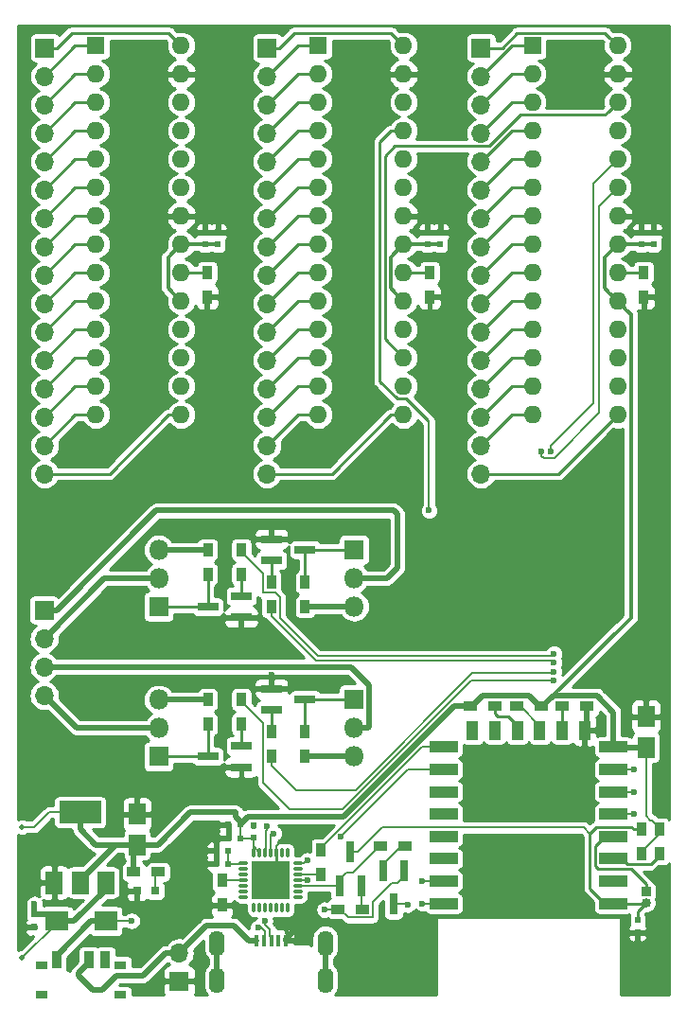
<source format=gtl>
G04 #@! TF.GenerationSoftware,KiCad,Pcbnew,5.0.0*
G04 #@! TF.CreationDate,2018-08-31T22:25:39+02:00*
G04 #@! TF.ProjectId,cube,637562652E6B696361645F7063620000,B*
G04 #@! TF.SameCoordinates,Original*
G04 #@! TF.FileFunction,Copper,L1,Top,Signal*
G04 #@! TF.FilePolarity,Positive*
%FSLAX46Y46*%
G04 Gerber Fmt 4.6, Leading zero omitted, Abs format (unit mm)*
G04 Created by KiCad (PCBNEW 5.0.0) date Fri Aug 31 22:25:39 2018*
%MOMM*%
%LPD*%
G01*
G04 APERTURE LIST*
G04 #@! TA.AperFunction,ComponentPad*
%ADD10O,1.400000X2.300000*%
G04 #@! TD*
G04 #@! TA.AperFunction,SMDPad,CuDef*
%ADD11R,0.400000X1.050000*%
G04 #@! TD*
G04 #@! TA.AperFunction,ConnectorPad*
%ADD12R,0.400000X1.050000*%
G04 #@! TD*
G04 #@! TA.AperFunction,SMDPad,CuDef*
%ADD13R,2.100580X1.800860*%
G04 #@! TD*
G04 #@! TA.AperFunction,SMDPad,CuDef*
%ADD14R,0.900000X1.500000*%
G04 #@! TD*
G04 #@! TA.AperFunction,ConnectorPad*
%ADD15R,1.100000X0.800000*%
G04 #@! TD*
G04 #@! TA.AperFunction,SMDPad,CuDef*
%ADD16R,1.200000X0.900000*%
G04 #@! TD*
G04 #@! TA.AperFunction,SMDPad,CuDef*
%ADD17R,0.500000X0.600000*%
G04 #@! TD*
G04 #@! TA.AperFunction,SMDPad,CuDef*
%ADD18R,0.900000X1.200000*%
G04 #@! TD*
G04 #@! TA.AperFunction,SMDPad,CuDef*
%ADD19R,1.500000X1.950000*%
G04 #@! TD*
G04 #@! TA.AperFunction,SMDPad,CuDef*
%ADD20R,0.600000X0.500000*%
G04 #@! TD*
G04 #@! TA.AperFunction,SMDPad,CuDef*
%ADD21R,0.800000X0.800000*%
G04 #@! TD*
G04 #@! TA.AperFunction,ComponentPad*
%ADD22O,1.700000X1.700000*%
G04 #@! TD*
G04 #@! TA.AperFunction,ComponentPad*
%ADD23R,1.700000X1.700000*%
G04 #@! TD*
G04 #@! TA.AperFunction,SMDPad,CuDef*
%ADD24R,0.800000X1.900000*%
G04 #@! TD*
G04 #@! TA.AperFunction,ComponentPad*
%ADD25O,1.800000X1.800000*%
G04 #@! TD*
G04 #@! TA.AperFunction,ComponentPad*
%ADD26R,1.800000X1.800000*%
G04 #@! TD*
G04 #@! TA.AperFunction,SMDPad,CuDef*
%ADD27R,2.500000X1.000000*%
G04 #@! TD*
G04 #@! TA.AperFunction,SMDPad,CuDef*
%ADD28R,1.000000X1.800000*%
G04 #@! TD*
G04 #@! TA.AperFunction,SMDPad,CuDef*
%ADD29R,1.675000X1.675000*%
G04 #@! TD*
G04 #@! TA.AperFunction,SMDPad,CuDef*
%ADD30O,0.850000X0.300000*%
G04 #@! TD*
G04 #@! TA.AperFunction,SMDPad,CuDef*
%ADD31O,0.300000X0.850000*%
G04 #@! TD*
G04 #@! TA.AperFunction,ComponentPad*
%ADD32O,1.600000X1.600000*%
G04 #@! TD*
G04 #@! TA.AperFunction,ComponentPad*
%ADD33R,1.600000X1.600000*%
G04 #@! TD*
G04 #@! TA.AperFunction,SMDPad,CuDef*
%ADD34R,1.500000X2.000000*%
G04 #@! TD*
G04 #@! TA.AperFunction,SMDPad,CuDef*
%ADD35R,3.800000X2.000000*%
G04 #@! TD*
G04 #@! TA.AperFunction,SMDPad,CuDef*
%ADD36R,1.900000X0.800000*%
G04 #@! TD*
G04 #@! TA.AperFunction,ComponentPad*
%ADD37O,0.850000X0.850000*%
G04 #@! TD*
G04 #@! TA.AperFunction,ComponentPad*
%ADD38R,0.850000X0.850000*%
G04 #@! TD*
G04 #@! TA.AperFunction,BGAPad,CuDef*
%ADD39C,0.500000*%
G04 #@! TD*
G04 #@! TA.AperFunction,ViaPad*
%ADD40C,0.600000*%
G04 #@! TD*
G04 #@! TA.AperFunction,Conductor*
%ADD41C,0.250000*%
G04 #@! TD*
G04 #@! TA.AperFunction,Conductor*
%ADD42C,0.500000*%
G04 #@! TD*
G04 #@! TA.AperFunction,Conductor*
%ADD43C,0.200000*%
G04 #@! TD*
G04 #@! TA.AperFunction,Conductor*
%ADD44C,0.350000*%
G04 #@! TD*
G04 APERTURE END LIST*
D10*
G04 #@! TO.P,J2,5*
G04 #@! TO.N,Net-(J2-Pad5)*
X75825000Y-147100000D03*
D11*
G04 #@! TO.P,J2,1*
G04 #@! TO.N,Net-(J1-Pad2)*
X79375000Y-146875000D03*
G04 #@! TO.P,J2,2*
G04 #@! TO.N,/USB_UART/D-*
X80025000Y-146875000D03*
G04 #@! TO.P,J2,3*
G04 #@! TO.N,/USB_UART/D+*
X80675000Y-146875000D03*
D12*
G04 #@! TO.P,J2,*
G04 #@! TO.N,*
X81325000Y-146875000D03*
D11*
G04 #@! TO.P,J2,4*
G04 #@! TO.N,GND*
X81975000Y-146875000D03*
D10*
G04 #@! TO.P,J2,5*
G04 #@! TO.N,Net-(J2-Pad5)*
X75825000Y-150400000D03*
X85525000Y-150400000D03*
X85525000Y-147100000D03*
G04 #@! TD*
D13*
G04 #@! TO.P,D1,2*
G04 #@! TO.N,Vin*
X65874640Y-145125000D03*
G04 #@! TO.P,D1,1*
G04 #@! TO.N,V5*
X61475360Y-145125000D03*
G04 #@! TD*
D14*
G04 #@! TO.P,SW1,3*
G04 #@! TO.N,Vin*
X61450000Y-148550000D03*
G04 #@! TO.P,SW1,2*
G04 #@! TO.N,Net-(J1-Pad2)*
X64350000Y-148550000D03*
G04 #@! TO.P,SW1,1*
G04 #@! TO.N,Net-(SW1-Pad1)*
X65850000Y-148550000D03*
D15*
G04 #@! TO.P,SW1,*
G04 #@! TO.N,*
X67200000Y-149050000D03*
X67200000Y-151750000D03*
X60100000Y-151750000D03*
X60100000Y-149050000D03*
G04 #@! TD*
D16*
G04 #@! TO.P,R1,1*
G04 #@! TO.N,GPIO15*
X106700000Y-125900000D03*
G04 #@! TO.P,R1,2*
G04 #@! TO.N,GND*
X108900000Y-125900000D03*
G04 #@! TD*
G04 #@! TO.P,R2,2*
G04 #@! TO.N,V3.3*
X98500000Y-125900000D03*
G04 #@! TO.P,R2,1*
G04 #@! TO.N,GPIO0*
X100700000Y-125900000D03*
G04 #@! TD*
D17*
G04 #@! TO.P,C10,1*
G04 #@! TO.N,GND*
X75900000Y-83500000D03*
G04 #@! TO.P,C10,2*
G04 #@! TO.N,V3.3*
X75900000Y-84600000D03*
G04 #@! TD*
D18*
G04 #@! TO.P,R5,2*
G04 #@! TO.N,V3.3*
X113800000Y-139100000D03*
G04 #@! TO.P,R5,1*
G04 #@! TO.N,REST*
X113800000Y-136900000D03*
G04 #@! TD*
D17*
G04 #@! TO.P,C12,1*
G04 #@! TO.N,GND*
X95800000Y-83500000D03*
G04 #@! TO.P,C12,2*
G04 #@! TO.N,V3.3*
X95800000Y-84600000D03*
G04 #@! TD*
D18*
G04 #@! TO.P,R11,2*
G04 #@! TO.N,GND*
X94850000Y-89300000D03*
G04 #@! TO.P,R11,1*
G04 #@! TO.N,Net-(R11-Pad1)*
X94850000Y-87100000D03*
G04 #@! TD*
G04 #@! TO.P,R4,1*
G04 #@! TO.N,CH_PD*
X115400000Y-139100000D03*
G04 #@! TO.P,R4,2*
G04 #@! TO.N,V3.3*
X115400000Y-136900000D03*
G04 #@! TD*
D16*
G04 #@! TO.P,R3,1*
G04 #@! TO.N,BLANK*
X102600000Y-125900000D03*
G04 #@! TO.P,R3,2*
G04 #@! TO.N,V3.3*
X104800000Y-125900000D03*
G04 #@! TD*
D17*
G04 #@! TO.P,C15,2*
G04 #@! TO.N,V3.3*
X113775000Y-84600000D03*
G04 #@! TO.P,C15,1*
G04 #@! TO.N,GND*
X113775000Y-83500000D03*
G04 #@! TD*
G04 #@! TO.P,C1,2*
G04 #@! TO.N,REST*
X113450000Y-145050000D03*
G04 #@! TO.P,C1,1*
G04 #@! TO.N,GND*
X113450000Y-146150000D03*
G04 #@! TD*
D19*
G04 #@! TO.P,C2,1*
G04 #@! TO.N,V3.3*
X114200000Y-129575000D03*
G04 #@! TO.P,C2,2*
G04 #@! TO.N,GND*
X114200000Y-126825000D03*
G04 #@! TD*
D17*
G04 #@! TO.P,C3,1*
G04 #@! TO.N,V5*
X59500000Y-144550000D03*
G04 #@! TO.P,C3,2*
G04 #@! TO.N,GND*
X59500000Y-145650000D03*
G04 #@! TD*
D19*
G04 #@! TO.P,C4,2*
G04 #@! TO.N,GND*
X68675000Y-135550000D03*
G04 #@! TO.P,C4,1*
G04 #@! TO.N,V3.3*
X68675000Y-138300000D03*
G04 #@! TD*
D17*
G04 #@! TO.P,C5,1*
G04 #@! TO.N,V3.3*
X79075000Y-137650000D03*
G04 #@! TO.P,C5,2*
G04 #@! TO.N,GND*
X79075000Y-136550000D03*
G04 #@! TD*
D20*
G04 #@! TO.P,C6,2*
G04 #@! TO.N,GND*
X76825000Y-136500000D03*
G04 #@! TO.P,C6,1*
G04 #@! TO.N,V3.3*
X77925000Y-136500000D03*
G04 #@! TD*
G04 #@! TO.P,C7,2*
G04 #@! TO.N,V3.3*
X77925000Y-137700000D03*
G04 #@! TO.P,C7,1*
G04 #@! TO.N,GND*
X76825000Y-137700000D03*
G04 #@! TD*
G04 #@! TO.P,C8,1*
G04 #@! TO.N,GND*
X75725000Y-138800000D03*
G04 #@! TO.P,C8,2*
G04 #@! TO.N,Vin*
X76825000Y-138800000D03*
G04 #@! TD*
G04 #@! TO.P,C9,2*
G04 #@! TO.N,Vin*
X76825000Y-140000000D03*
G04 #@! TO.P,C9,1*
G04 #@! TO.N,GND*
X75725000Y-140000000D03*
G04 #@! TD*
D17*
G04 #@! TO.P,C11,2*
G04 #@! TO.N,V3.3*
X74750000Y-84600000D03*
G04 #@! TO.P,C11,1*
G04 #@! TO.N,GND*
X74750000Y-83500000D03*
G04 #@! TD*
G04 #@! TO.P,C13,2*
G04 #@! TO.N,V3.3*
X94650000Y-84600000D03*
G04 #@! TO.P,C13,1*
G04 #@! TO.N,GND*
X94650000Y-83500000D03*
G04 #@! TD*
G04 #@! TO.P,C14,1*
G04 #@! TO.N,GND*
X114900000Y-83500000D03*
G04 #@! TO.P,C14,2*
G04 #@! TO.N,V3.3*
X114900000Y-84600000D03*
G04 #@! TD*
D21*
G04 #@! TO.P,D2,1*
G04 #@! TO.N,GND*
X68675000Y-142425000D03*
G04 #@! TO.P,D2,2*
G04 #@! TO.N,Net-(D2-Pad2)*
X70275000Y-142425000D03*
G04 #@! TD*
D22*
G04 #@! TO.P,J1,2*
G04 #@! TO.N,Net-(J1-Pad2)*
X72450000Y-147960000D03*
D23*
G04 #@! TO.P,J1,1*
G04 #@! TO.N,GND*
X72450000Y-150500000D03*
G04 #@! TD*
D22*
G04 #@! TO.P,J3,16*
G04 #@! TO.N,/R15*
X60400000Y-105100000D03*
G04 #@! TO.P,J3,15*
G04 #@! TO.N,/R14*
X60400000Y-102560000D03*
G04 #@! TO.P,J3,14*
G04 #@! TO.N,/R13*
X60400000Y-100020000D03*
G04 #@! TO.P,J3,13*
G04 #@! TO.N,/R12*
X60400000Y-97480000D03*
G04 #@! TO.P,J3,12*
G04 #@! TO.N,/R11*
X60400000Y-94940000D03*
G04 #@! TO.P,J3,11*
G04 #@! TO.N,/R10*
X60400000Y-92400000D03*
G04 #@! TO.P,J3,10*
G04 #@! TO.N,/R9*
X60400000Y-89860000D03*
G04 #@! TO.P,J3,9*
G04 #@! TO.N,/R8*
X60400000Y-87320000D03*
G04 #@! TO.P,J3,8*
G04 #@! TO.N,/R7*
X60400000Y-84780000D03*
G04 #@! TO.P,J3,7*
G04 #@! TO.N,/R6*
X60400000Y-82240000D03*
G04 #@! TO.P,J3,6*
G04 #@! TO.N,/R5*
X60400000Y-79700000D03*
G04 #@! TO.P,J3,5*
G04 #@! TO.N,/R4*
X60400000Y-77160000D03*
G04 #@! TO.P,J3,4*
G04 #@! TO.N,/R3*
X60400000Y-74620000D03*
G04 #@! TO.P,J3,3*
G04 #@! TO.N,/R2*
X60400000Y-72080000D03*
G04 #@! TO.P,J3,2*
G04 #@! TO.N,/R1*
X60400000Y-69540000D03*
D23*
G04 #@! TO.P,J3,1*
G04 #@! TO.N,/R0*
X60400000Y-67000000D03*
G04 #@! TD*
G04 #@! TO.P,J4,1*
G04 #@! TO.N,/G0*
X80300000Y-67000000D03*
D22*
G04 #@! TO.P,J4,2*
G04 #@! TO.N,/G1*
X80300000Y-69540000D03*
G04 #@! TO.P,J4,3*
G04 #@! TO.N,/G2*
X80300000Y-72080000D03*
G04 #@! TO.P,J4,4*
G04 #@! TO.N,/G3*
X80300000Y-74620000D03*
G04 #@! TO.P,J4,5*
G04 #@! TO.N,/G4*
X80300000Y-77160000D03*
G04 #@! TO.P,J4,6*
G04 #@! TO.N,/G5*
X80300000Y-79700000D03*
G04 #@! TO.P,J4,7*
G04 #@! TO.N,/G6*
X80300000Y-82240000D03*
G04 #@! TO.P,J4,8*
G04 #@! TO.N,/G7*
X80300000Y-84780000D03*
G04 #@! TO.P,J4,9*
G04 #@! TO.N,/G8*
X80300000Y-87320000D03*
G04 #@! TO.P,J4,10*
G04 #@! TO.N,/G9*
X80300000Y-89860000D03*
G04 #@! TO.P,J4,11*
G04 #@! TO.N,/G10*
X80300000Y-92400000D03*
G04 #@! TO.P,J4,12*
G04 #@! TO.N,/G11*
X80300000Y-94940000D03*
G04 #@! TO.P,J4,13*
G04 #@! TO.N,/G12*
X80300000Y-97480000D03*
G04 #@! TO.P,J4,14*
G04 #@! TO.N,/G13*
X80300000Y-100020000D03*
G04 #@! TO.P,J4,15*
G04 #@! TO.N,/G14*
X80300000Y-102560000D03*
G04 #@! TO.P,J4,16*
G04 #@! TO.N,/G15*
X80300000Y-105100000D03*
G04 #@! TD*
G04 #@! TO.P,J5,16*
G04 #@! TO.N,/B15*
X99450000Y-105100000D03*
G04 #@! TO.P,J5,15*
G04 #@! TO.N,/B14*
X99450000Y-102560000D03*
G04 #@! TO.P,J5,14*
G04 #@! TO.N,/B13*
X99450000Y-100020000D03*
G04 #@! TO.P,J5,13*
G04 #@! TO.N,/B12*
X99450000Y-97480000D03*
G04 #@! TO.P,J5,12*
G04 #@! TO.N,/B11*
X99450000Y-94940000D03*
G04 #@! TO.P,J5,11*
G04 #@! TO.N,/B10*
X99450000Y-92400000D03*
G04 #@! TO.P,J5,10*
G04 #@! TO.N,/B9*
X99450000Y-89860000D03*
G04 #@! TO.P,J5,9*
G04 #@! TO.N,/B8*
X99450000Y-87320000D03*
G04 #@! TO.P,J5,8*
G04 #@! TO.N,/B7*
X99450000Y-84780000D03*
G04 #@! TO.P,J5,7*
G04 #@! TO.N,/B6*
X99450000Y-82240000D03*
G04 #@! TO.P,J5,6*
G04 #@! TO.N,/B5*
X99450000Y-79700000D03*
G04 #@! TO.P,J5,5*
G04 #@! TO.N,/B4*
X99450000Y-77160000D03*
G04 #@! TO.P,J5,4*
G04 #@! TO.N,/B3*
X99450000Y-74620000D03*
G04 #@! TO.P,J5,3*
G04 #@! TO.N,/B2*
X99450000Y-72080000D03*
G04 #@! TO.P,J5,2*
G04 #@! TO.N,/B1*
X99450000Y-69540000D03*
D23*
G04 #@! TO.P,J5,1*
G04 #@! TO.N,/B0*
X99450000Y-67000000D03*
G04 #@! TD*
D22*
G04 #@! TO.P,J20,4*
G04 #@! TO.N,/A3*
X60350000Y-124920000D03*
G04 #@! TO.P,J20,3*
G04 #@! TO.N,/A2*
X60350000Y-122380000D03*
G04 #@! TO.P,J20,2*
G04 #@! TO.N,/A1*
X60350000Y-119840000D03*
D23*
G04 #@! TO.P,J20,1*
G04 #@! TO.N,/A0*
X60350000Y-117300000D03*
G04 #@! TD*
D24*
G04 #@! TO.P,Q1,3*
G04 #@! TO.N,REST*
X87775000Y-138950000D03*
G04 #@! TO.P,Q1,2*
G04 #@! TO.N,Net-(Q1-Pad2)*
X88725000Y-141950000D03*
G04 #@! TO.P,Q1,1*
G04 #@! TO.N,RTS*
X86825000Y-141950000D03*
G04 #@! TD*
G04 #@! TO.P,Q2,1*
G04 #@! TO.N,DTR*
X92575000Y-140600000D03*
G04 #@! TO.P,Q2,2*
G04 #@! TO.N,Net-(Q2-Pad2)*
X90675000Y-140600000D03*
G04 #@! TO.P,Q2,3*
G04 #@! TO.N,GPIO0*
X91625000Y-143600000D03*
G04 #@! TD*
D25*
G04 #@! TO.P,Q3,3*
G04 #@! TO.N,V5*
X88100000Y-116980000D03*
G04 #@! TO.P,Q3,2*
G04 #@! TO.N,/A0*
X88100000Y-114440000D03*
D26*
G04 #@! TO.P,Q3,1*
G04 #@! TO.N,Net-(Q3-Pad1)*
X88100000Y-111900000D03*
G04 #@! TD*
G04 #@! TO.P,Q4,1*
G04 #@! TO.N,Net-(Q4-Pad1)*
X70600000Y-117000000D03*
D25*
G04 #@! TO.P,Q4,2*
G04 #@! TO.N,/A1*
X70600000Y-114460000D03*
G04 #@! TO.P,Q4,3*
G04 #@! TO.N,V5*
X70600000Y-111920000D03*
G04 #@! TD*
D26*
G04 #@! TO.P,Q5,1*
G04 #@! TO.N,Net-(Q5-Pad1)*
X88100000Y-125300000D03*
D25*
G04 #@! TO.P,Q5,2*
G04 #@! TO.N,/A2*
X88100000Y-127840000D03*
G04 #@! TO.P,Q5,3*
G04 #@! TO.N,V5*
X88100000Y-130380000D03*
G04 #@! TD*
G04 #@! TO.P,Q6,3*
G04 #@! TO.N,V5*
X70600000Y-125320000D03*
G04 #@! TO.P,Q6,2*
G04 #@! TO.N,/A3*
X70600000Y-127860000D03*
D26*
G04 #@! TO.P,Q6,1*
G04 #@! TO.N,Net-(Q10-Pad3)*
X70600000Y-130400000D03*
G04 #@! TD*
D16*
G04 #@! TO.P,R6,2*
G04 #@! TO.N,Net-(D2-Pad2)*
X70575000Y-140725000D03*
G04 #@! TO.P,R6,1*
G04 #@! TO.N,V3.3*
X68375000Y-140725000D03*
G04 #@! TD*
D18*
G04 #@! TO.P,R7,2*
G04 #@! TO.N,TXD*
X85125000Y-138750000D03*
G04 #@! TO.P,R7,1*
G04 #@! TO.N,Net-(R7-Pad1)*
X85125000Y-140950000D03*
G04 #@! TD*
D16*
G04 #@! TO.P,R8,2*
G04 #@! TO.N,DTR*
X86675000Y-144050000D03*
G04 #@! TO.P,R8,1*
G04 #@! TO.N,Net-(Q1-Pad2)*
X88875000Y-144050000D03*
G04 #@! TD*
G04 #@! TO.P,R9,1*
G04 #@! TO.N,Net-(Q2-Pad2)*
X92675000Y-138450000D03*
G04 #@! TO.P,R9,2*
G04 #@! TO.N,RTS*
X90475000Y-138450000D03*
G04 #@! TD*
D18*
G04 #@! TO.P,R10,1*
G04 #@! TO.N,Net-(R10-Pad1)*
X74950000Y-87100000D03*
G04 #@! TO.P,R10,2*
G04 #@! TO.N,GND*
X74950000Y-89300000D03*
G04 #@! TD*
G04 #@! TO.P,R12,1*
G04 #@! TO.N,Net-(Q3-Pad1)*
X83700000Y-114800000D03*
G04 #@! TO.P,R12,2*
G04 #@! TO.N,V5*
X83700000Y-117000000D03*
G04 #@! TD*
G04 #@! TO.P,R13,1*
G04 #@! TO.N,Net-(R13-Pad1)*
X114000000Y-87100000D03*
G04 #@! TO.P,R13,2*
G04 #@! TO.N,GND*
X114000000Y-89300000D03*
G04 #@! TD*
G04 #@! TO.P,R14,1*
G04 #@! TO.N,Net-(Q7-Pad2)*
X80700000Y-114800000D03*
G04 #@! TO.P,R14,2*
G04 #@! TO.N,GPIO12*
X80700000Y-117000000D03*
G04 #@! TD*
G04 #@! TO.P,R15,2*
G04 #@! TO.N,GPIO13*
X78000000Y-111900000D03*
G04 #@! TO.P,R15,1*
G04 #@! TO.N,Net-(Q8-Pad2)*
X78000000Y-114100000D03*
G04 #@! TD*
G04 #@! TO.P,R16,2*
G04 #@! TO.N,V5*
X75000000Y-111900000D03*
G04 #@! TO.P,R16,1*
G04 #@! TO.N,Net-(Q4-Pad1)*
X75000000Y-114100000D03*
G04 #@! TD*
G04 #@! TO.P,R17,2*
G04 #@! TO.N,GND*
X76275000Y-143700000D03*
G04 #@! TO.P,R17,1*
G04 #@! TO.N,Net-(R17-Pad1)*
X76275000Y-141500000D03*
G04 #@! TD*
D27*
G04 #@! TO.P,U1,22*
G04 #@! TO.N,SCLK*
X96100000Y-143550000D03*
G04 #@! TO.P,U1,21*
G04 #@! TO.N,MOSI*
X96100000Y-141550000D03*
G04 #@! TO.P,U1,20*
G04 #@! TO.N,GPIO10*
X96100000Y-139550000D03*
G04 #@! TO.P,U1,19*
G04 #@! TO.N,GPIO9*
X96100000Y-137550000D03*
G04 #@! TO.P,U1,18*
G04 #@! TO.N,MISO*
X96100000Y-135550000D03*
G04 #@! TO.P,U1,17*
G04 #@! TO.N,CSO*
X96100000Y-133550000D03*
G04 #@! TO.P,U1,16*
G04 #@! TO.N,RXD*
X96100000Y-131550000D03*
G04 #@! TO.P,U1,15*
G04 #@! TO.N,TXD*
X96100000Y-129550000D03*
D28*
G04 #@! TO.P,U1,14*
G04 #@! TO.N,GPIO5*
X98700000Y-128050000D03*
G04 #@! TO.P,U1,13*
G04 #@! TO.N,GPIO4*
X100700000Y-128050000D03*
G04 #@! TO.P,U1,12*
G04 #@! TO.N,GPIO0*
X102700000Y-128050000D03*
G04 #@! TO.P,U1,11*
G04 #@! TO.N,BLANK*
X104700000Y-128050000D03*
G04 #@! TO.P,U1,10*
G04 #@! TO.N,GPIO15*
X106700000Y-128050000D03*
G04 #@! TO.P,U1,9*
G04 #@! TO.N,GND*
X108700000Y-128050000D03*
D27*
G04 #@! TO.P,U1,8*
G04 #@! TO.N,V3.3*
X111300000Y-129550000D03*
G04 #@! TO.P,U1,7*
G04 #@! TO.N,GPIO13*
X111300000Y-131550000D03*
G04 #@! TO.P,U1,6*
G04 #@! TO.N,GPIO12*
X111300000Y-133550000D03*
G04 #@! TO.P,U1,5*
G04 #@! TO.N,GPIO14*
X111300000Y-135550000D03*
G04 #@! TO.P,U1,4*
G04 #@! TO.N,GPIO16*
X111300000Y-137550000D03*
G04 #@! TO.P,U1,3*
G04 #@! TO.N,CH_PD*
X111300000Y-139550000D03*
G04 #@! TO.P,U1,2*
G04 #@! TO.N,ADC*
X111300000Y-141550000D03*
G04 #@! TO.P,U1,1*
G04 #@! TO.N,REST*
X111300000Y-143550000D03*
G04 #@! TD*
D29*
G04 #@! TO.P,U2,29*
G04 #@! TO.N,GND*
X81475000Y-140625000D03*
X79800000Y-140625000D03*
X81475000Y-142300000D03*
X79800000Y-142300000D03*
D30*
G04 #@! TO.P,U2,28*
G04 #@! TO.N,DTR*
X83087500Y-139962500D03*
G04 #@! TO.P,U2,27*
G04 #@! TO.N,Net-(U2-Pad27)*
X83087500Y-140462500D03*
G04 #@! TO.P,U2,26*
G04 #@! TO.N,Net-(R7-Pad1)*
X83087500Y-140962500D03*
G04 #@! TO.P,U2,25*
G04 #@! TO.N,RXD*
X83087500Y-141462500D03*
G04 #@! TO.P,U2,24*
G04 #@! TO.N,RTS*
X83087500Y-141962500D03*
G04 #@! TO.P,U2,23*
G04 #@! TO.N,Net-(U2-Pad23)*
X83087500Y-142462500D03*
G04 #@! TO.P,U2,22*
G04 #@! TO.N,Net-(U2-Pad22)*
X83087500Y-142962500D03*
D31*
G04 #@! TO.P,U2,21*
G04 #@! TO.N,Net-(U2-Pad21)*
X82137500Y-143912500D03*
G04 #@! TO.P,U2,20*
G04 #@! TO.N,Net-(U2-Pad20)*
X81637500Y-143912500D03*
G04 #@! TO.P,U2,19*
G04 #@! TO.N,Net-(U2-Pad19)*
X81137500Y-143912500D03*
G04 #@! TO.P,U2,18*
G04 #@! TO.N,Net-(U2-Pad18)*
X80637500Y-143912500D03*
G04 #@! TO.P,U2,17*
G04 #@! TO.N,Net-(U2-Pad17)*
X80137500Y-143912500D03*
G04 #@! TO.P,U2,16*
G04 #@! TO.N,Net-(U2-Pad16)*
X79637500Y-143912500D03*
G04 #@! TO.P,U2,15*
G04 #@! TO.N,Net-(U2-Pad15)*
X79137500Y-143912500D03*
D30*
G04 #@! TO.P,U2,14*
G04 #@! TO.N,Net-(U2-Pad14)*
X78187500Y-142962500D03*
G04 #@! TO.P,U2,13*
G04 #@! TO.N,Net-(U2-Pad13)*
X78187500Y-142462500D03*
G04 #@! TO.P,U2,12*
G04 #@! TO.N,Net-(U2-Pad12)*
X78187500Y-141962500D03*
G04 #@! TO.P,U2,11*
G04 #@! TO.N,Net-(R17-Pad1)*
X78187500Y-141462500D03*
G04 #@! TO.P,U2,10*
G04 #@! TO.N,Net-(U2-Pad10)*
X78187500Y-140962500D03*
G04 #@! TO.P,U2,9*
G04 #@! TO.N,Net-(U2-Pad9)*
X78187500Y-140462500D03*
G04 #@! TO.P,U2,8*
G04 #@! TO.N,Vin*
X78187500Y-139962500D03*
D31*
G04 #@! TO.P,U2,7*
G04 #@! TO.N,V3.3*
X79137500Y-139012500D03*
G04 #@! TO.P,U2,6*
X79637500Y-139012500D03*
G04 #@! TO.P,U2,5*
G04 #@! TO.N,/USB_UART/D-*
X80137500Y-139012500D03*
G04 #@! TO.P,U2,4*
G04 #@! TO.N,/USB_UART/D+*
X80637500Y-139012500D03*
G04 #@! TO.P,U2,3*
G04 #@! TO.N,GND*
X81137500Y-139012500D03*
G04 #@! TO.P,U2,2*
G04 #@! TO.N,Net-(U2-Pad2)*
X81637500Y-139012500D03*
G04 #@! TO.P,U2,1*
G04 #@! TO.N,Net-(U2-Pad1)*
X82137500Y-139012500D03*
G04 #@! TD*
D32*
G04 #@! TO.P,U3,28*
G04 #@! TO.N,/R0*
X72620000Y-66800000D03*
G04 #@! TO.P,U3,14*
G04 #@! TO.N,/R14*
X65000000Y-99820000D03*
G04 #@! TO.P,U3,27*
G04 #@! TO.N,GND*
X72620000Y-69340000D03*
G04 #@! TO.P,U3,13*
G04 #@! TO.N,/R13*
X65000000Y-97280000D03*
G04 #@! TO.P,U3,26*
G04 #@! TO.N,MOSI*
X72620000Y-71880000D03*
G04 #@! TO.P,U3,12*
G04 #@! TO.N,/R12*
X65000000Y-94740000D03*
G04 #@! TO.P,U3,25*
G04 #@! TO.N,SCLK*
X72620000Y-74420000D03*
G04 #@! TO.P,U3,11*
G04 #@! TO.N,/R11*
X65000000Y-92200000D03*
G04 #@! TO.P,U3,24*
G04 #@! TO.N,GPIO15*
X72620000Y-76960000D03*
G04 #@! TO.P,U3,10*
G04 #@! TO.N,/R10*
X65000000Y-89660000D03*
G04 #@! TO.P,U3,23*
G04 #@! TO.N,BLANK*
X72620000Y-79500000D03*
G04 #@! TO.P,U3,9*
G04 #@! TO.N,/R9*
X65000000Y-87120000D03*
G04 #@! TO.P,U3,22*
G04 #@! TO.N,GND*
X72620000Y-82040000D03*
G04 #@! TO.P,U3,8*
G04 #@! TO.N,/R8*
X65000000Y-84580000D03*
G04 #@! TO.P,U3,21*
G04 #@! TO.N,V3.3*
X72620000Y-84580000D03*
G04 #@! TO.P,U3,7*
G04 #@! TO.N,/R7*
X65000000Y-82040000D03*
G04 #@! TO.P,U3,20*
G04 #@! TO.N,Net-(R10-Pad1)*
X72620000Y-87120000D03*
G04 #@! TO.P,U3,6*
G04 #@! TO.N,/R6*
X65000000Y-79500000D03*
G04 #@! TO.P,U3,19*
G04 #@! TO.N,V3.3*
X72620000Y-89660000D03*
G04 #@! TO.P,U3,5*
G04 #@! TO.N,/R5*
X65000000Y-76960000D03*
G04 #@! TO.P,U3,18*
G04 #@! TO.N,GPIO4*
X72620000Y-92200000D03*
G04 #@! TO.P,U3,4*
G04 #@! TO.N,/R4*
X65000000Y-74420000D03*
G04 #@! TO.P,U3,17*
G04 #@! TO.N,TLC_S2*
X72620000Y-94740000D03*
G04 #@! TO.P,U3,3*
G04 #@! TO.N,/R3*
X65000000Y-71880000D03*
G04 #@! TO.P,U3,16*
G04 #@! TO.N,Net-(U3-Pad16)*
X72620000Y-97280000D03*
G04 #@! TO.P,U3,2*
G04 #@! TO.N,/R2*
X65000000Y-69340000D03*
G04 #@! TO.P,U3,15*
G04 #@! TO.N,/R15*
X72620000Y-99820000D03*
D33*
G04 #@! TO.P,U3,1*
G04 #@! TO.N,/R1*
X65000000Y-66800000D03*
G04 #@! TD*
G04 #@! TO.P,U4,1*
G04 #@! TO.N,/G1*
X84900000Y-66800000D03*
D32*
G04 #@! TO.P,U4,15*
G04 #@! TO.N,/G15*
X92520000Y-99820000D03*
G04 #@! TO.P,U4,2*
G04 #@! TO.N,/G2*
X84900000Y-69340000D03*
G04 #@! TO.P,U4,16*
G04 #@! TO.N,Net-(U4-Pad16)*
X92520000Y-97280000D03*
G04 #@! TO.P,U4,3*
G04 #@! TO.N,/G3*
X84900000Y-71880000D03*
G04 #@! TO.P,U4,17*
G04 #@! TO.N,TLC_S3*
X92520000Y-94740000D03*
G04 #@! TO.P,U4,4*
G04 #@! TO.N,/G4*
X84900000Y-74420000D03*
G04 #@! TO.P,U4,18*
G04 #@! TO.N,GPIO4*
X92520000Y-92200000D03*
G04 #@! TO.P,U4,5*
G04 #@! TO.N,/G5*
X84900000Y-76960000D03*
G04 #@! TO.P,U4,19*
G04 #@! TO.N,V3.3*
X92520000Y-89660000D03*
G04 #@! TO.P,U4,6*
G04 #@! TO.N,/G6*
X84900000Y-79500000D03*
G04 #@! TO.P,U4,20*
G04 #@! TO.N,Net-(R11-Pad1)*
X92520000Y-87120000D03*
G04 #@! TO.P,U4,7*
G04 #@! TO.N,/G7*
X84900000Y-82040000D03*
G04 #@! TO.P,U4,21*
G04 #@! TO.N,V3.3*
X92520000Y-84580000D03*
G04 #@! TO.P,U4,8*
G04 #@! TO.N,/G8*
X84900000Y-84580000D03*
G04 #@! TO.P,U4,22*
G04 #@! TO.N,GND*
X92520000Y-82040000D03*
G04 #@! TO.P,U4,9*
G04 #@! TO.N,/G9*
X84900000Y-87120000D03*
G04 #@! TO.P,U4,23*
G04 #@! TO.N,BLANK*
X92520000Y-79500000D03*
G04 #@! TO.P,U4,10*
G04 #@! TO.N,/G10*
X84900000Y-89660000D03*
G04 #@! TO.P,U4,24*
G04 #@! TO.N,GPIO15*
X92520000Y-76960000D03*
G04 #@! TO.P,U4,11*
G04 #@! TO.N,/G11*
X84900000Y-92200000D03*
G04 #@! TO.P,U4,25*
G04 #@! TO.N,SCLK*
X92520000Y-74420000D03*
G04 #@! TO.P,U4,12*
G04 #@! TO.N,/G12*
X84900000Y-94740000D03*
G04 #@! TO.P,U4,26*
G04 #@! TO.N,TLC_S2*
X92520000Y-71880000D03*
G04 #@! TO.P,U4,13*
G04 #@! TO.N,/G13*
X84900000Y-97280000D03*
G04 #@! TO.P,U4,27*
G04 #@! TO.N,GND*
X92520000Y-69340000D03*
G04 #@! TO.P,U4,14*
G04 #@! TO.N,/G14*
X84900000Y-99820000D03*
G04 #@! TO.P,U4,28*
G04 #@! TO.N,/G0*
X92520000Y-66800000D03*
G04 #@! TD*
G04 #@! TO.P,U5,28*
G04 #@! TO.N,/B0*
X111670000Y-66800000D03*
G04 #@! TO.P,U5,14*
G04 #@! TO.N,/B14*
X104050000Y-99820000D03*
G04 #@! TO.P,U5,27*
G04 #@! TO.N,GND*
X111670000Y-69340000D03*
G04 #@! TO.P,U5,13*
G04 #@! TO.N,/B13*
X104050000Y-97280000D03*
G04 #@! TO.P,U5,26*
G04 #@! TO.N,TLC_S3*
X111670000Y-71880000D03*
G04 #@! TO.P,U5,12*
G04 #@! TO.N,/B12*
X104050000Y-94740000D03*
G04 #@! TO.P,U5,25*
G04 #@! TO.N,SCLK*
X111670000Y-74420000D03*
G04 #@! TO.P,U5,11*
G04 #@! TO.N,/B11*
X104050000Y-92200000D03*
G04 #@! TO.P,U5,24*
G04 #@! TO.N,GPIO15*
X111670000Y-76960000D03*
G04 #@! TO.P,U5,10*
G04 #@! TO.N,/B10*
X104050000Y-89660000D03*
G04 #@! TO.P,U5,23*
G04 #@! TO.N,BLANK*
X111670000Y-79500000D03*
G04 #@! TO.P,U5,9*
G04 #@! TO.N,/B9*
X104050000Y-87120000D03*
G04 #@! TO.P,U5,22*
G04 #@! TO.N,GND*
X111670000Y-82040000D03*
G04 #@! TO.P,U5,8*
G04 #@! TO.N,/B8*
X104050000Y-84580000D03*
G04 #@! TO.P,U5,21*
G04 #@! TO.N,V3.3*
X111670000Y-84580000D03*
G04 #@! TO.P,U5,7*
G04 #@! TO.N,/B7*
X104050000Y-82040000D03*
G04 #@! TO.P,U5,20*
G04 #@! TO.N,Net-(R13-Pad1)*
X111670000Y-87120000D03*
G04 #@! TO.P,U5,6*
G04 #@! TO.N,/B6*
X104050000Y-79500000D03*
G04 #@! TO.P,U5,19*
G04 #@! TO.N,V3.3*
X111670000Y-89660000D03*
G04 #@! TO.P,U5,5*
G04 #@! TO.N,/B5*
X104050000Y-76960000D03*
G04 #@! TO.P,U5,18*
G04 #@! TO.N,GPIO4*
X111670000Y-92200000D03*
G04 #@! TO.P,U5,4*
G04 #@! TO.N,/B4*
X104050000Y-74420000D03*
G04 #@! TO.P,U5,17*
G04 #@! TO.N,Net-(U5-Pad17)*
X111670000Y-94740000D03*
G04 #@! TO.P,U5,3*
G04 #@! TO.N,/B3*
X104050000Y-71880000D03*
G04 #@! TO.P,U5,16*
G04 #@! TO.N,Net-(U5-Pad16)*
X111670000Y-97280000D03*
G04 #@! TO.P,U5,2*
G04 #@! TO.N,/B2*
X104050000Y-69340000D03*
G04 #@! TO.P,U5,15*
G04 #@! TO.N,/B15*
X111670000Y-99820000D03*
D33*
G04 #@! TO.P,U5,1*
G04 #@! TO.N,/B1*
X104050000Y-66800000D03*
G04 #@! TD*
D34*
G04 #@! TO.P,U7,1*
G04 #@! TO.N,GND*
X61275000Y-141675000D03*
G04 #@! TO.P,U7,3*
G04 #@! TO.N,V5*
X65875000Y-141675000D03*
G04 #@! TO.P,U7,2*
G04 #@! TO.N,V3.3*
X63575000Y-141675000D03*
D35*
X63575000Y-135375000D03*
G04 #@! TD*
D36*
G04 #@! TO.P,Q7,3*
G04 #@! TO.N,Net-(Q3-Pad1)*
X83700000Y-111900000D03*
G04 #@! TO.P,Q7,2*
G04 #@! TO.N,Net-(Q7-Pad2)*
X80700000Y-112850000D03*
G04 #@! TO.P,Q7,1*
G04 #@! TO.N,GND*
X80700000Y-110950000D03*
G04 #@! TD*
G04 #@! TO.P,Q8,1*
G04 #@! TO.N,GND*
X78000000Y-117950000D03*
G04 #@! TO.P,Q8,2*
G04 #@! TO.N,Net-(Q8-Pad2)*
X78000000Y-116050000D03*
G04 #@! TO.P,Q8,3*
G04 #@! TO.N,Net-(Q4-Pad1)*
X75000000Y-117000000D03*
G04 #@! TD*
G04 #@! TO.P,Q9,3*
G04 #@! TO.N,Net-(Q5-Pad1)*
X83700000Y-125300000D03*
G04 #@! TO.P,Q9,2*
G04 #@! TO.N,Net-(Q9-Pad2)*
X80700000Y-126250000D03*
G04 #@! TO.P,Q9,1*
G04 #@! TO.N,GND*
X80700000Y-124350000D03*
G04 #@! TD*
G04 #@! TO.P,Q10,1*
G04 #@! TO.N,GND*
X78000000Y-131350000D03*
G04 #@! TO.P,Q10,2*
G04 #@! TO.N,Net-(Q10-Pad2)*
X78000000Y-129450000D03*
G04 #@! TO.P,Q10,3*
G04 #@! TO.N,Net-(Q10-Pad3)*
X75000000Y-130400000D03*
G04 #@! TD*
D18*
G04 #@! TO.P,R18,2*
G04 #@! TO.N,GPIO14*
X80700000Y-130400000D03*
G04 #@! TO.P,R18,1*
G04 #@! TO.N,Net-(Q9-Pad2)*
X80700000Y-128200000D03*
G04 #@! TD*
G04 #@! TO.P,R19,1*
G04 #@! TO.N,Net-(Q5-Pad1)*
X83700000Y-128200000D03*
G04 #@! TO.P,R19,2*
G04 #@! TO.N,V5*
X83700000Y-130400000D03*
G04 #@! TD*
G04 #@! TO.P,R20,2*
G04 #@! TO.N,GPIO16*
X78000000Y-125300000D03*
G04 #@! TO.P,R20,1*
G04 #@! TO.N,Net-(Q10-Pad2)*
X78000000Y-127500000D03*
G04 #@! TD*
G04 #@! TO.P,R21,1*
G04 #@! TO.N,Net-(Q10-Pad3)*
X75000000Y-127500000D03*
G04 #@! TO.P,R21,2*
G04 #@! TO.N,V5*
X75000000Y-125300000D03*
G04 #@! TD*
D37*
G04 #@! TO.P,JP1,2*
G04 #@! TO.N,REST*
X114200000Y-143500000D03*
D38*
G04 #@! TO.P,JP1,1*
G04 #@! TO.N,GPIO16*
X114200000Y-142500000D03*
G04 #@! TD*
D39*
G04 #@! TO.P,J7,1*
G04 #@! TO.N,V5*
X58400000Y-148400000D03*
G04 #@! TD*
G04 #@! TO.P,J8,1*
G04 #@! TO.N,V3.3*
X58400000Y-136700000D03*
G04 #@! TD*
D40*
G04 #@! TO.N,GND*
X108700000Y-128050000D03*
X75100000Y-143700000D03*
X78000000Y-119200000D03*
X80700000Y-109600000D03*
X80700000Y-123130000D03*
X79075000Y-136550000D03*
X83800000Y-137100000D03*
X83200000Y-145500000D03*
X61275000Y-141675000D03*
X58674000Y-141732000D03*
G04 #@! TO.N,V5*
X59500000Y-143600000D03*
G04 #@! TO.N,Vin*
X68200000Y-145100000D03*
X76825000Y-140000000D03*
G04 #@! TO.N,RXD*
X83950000Y-141462500D03*
X86891054Y-137541054D03*
G04 #@! TO.N,DTR*
X85450000Y-144100000D03*
X83891789Y-139691789D03*
G04 #@! TO.N,SCLK*
X94200000Y-143550000D03*
X94800000Y-108400000D03*
G04 #@! TO.N,MOSI*
X94200000Y-141550000D03*
G04 #@! TO.N,GPIO15*
X106700000Y-128050000D03*
X105700000Y-103100000D03*
G04 #@! TO.N,BLANK*
X104700000Y-128050000D03*
X104879814Y-103086191D03*
G04 #@! TO.N,GPIO16*
X111400000Y-137500000D03*
X105974999Y-123600000D03*
G04 #@! TO.N,GPIO0*
X92900000Y-143650000D03*
X102700000Y-128050000D03*
G04 #@! TO.N,GPIO12*
X113150000Y-133550000D03*
X105974999Y-121999994D03*
G04 #@! TO.N,GPIO13*
X113150000Y-131550000D03*
X105974999Y-121199991D03*
G04 #@! TO.N,GPIO14*
X113150000Y-135550000D03*
X105974999Y-122799997D03*
G04 #@! TO.N,GPIO4*
X100700000Y-128050000D03*
G04 #@! TO.N,/USB_UART/D+*
X80098327Y-145124877D03*
X80900521Y-137275520D03*
G04 #@! TO.N,/USB_UART/D-*
X79497285Y-145725919D03*
X80299479Y-136674478D03*
G04 #@! TD*
D41*
G04 #@! TO.N,GND*
X81137500Y-140287500D02*
X81475000Y-140625000D01*
X81137500Y-139012500D02*
X81137500Y-140287500D01*
D42*
X108900000Y-127850000D02*
X108700000Y-128050000D01*
X108900000Y-125900000D02*
X108900000Y-127850000D01*
D43*
X76275000Y-143700000D02*
X75100000Y-143700000D01*
D42*
X78000000Y-117950000D02*
X78000000Y-119200000D01*
X80700000Y-110950000D02*
X80700000Y-109600000D01*
X80700000Y-124350000D02*
X80700000Y-123130000D01*
D43*
X83375736Y-137100000D02*
X83800000Y-137100000D01*
X82425000Y-137100000D02*
X83375736Y-137100000D01*
X81137500Y-139012500D02*
X81137500Y-138387500D01*
X81137500Y-138387500D02*
X82425000Y-137100000D01*
D41*
X81475000Y-140625000D02*
X81475000Y-140625000D01*
D42*
X81975000Y-146875000D02*
X81975000Y-146725000D01*
X81975000Y-146725000D02*
X83200000Y-145500000D01*
X61275000Y-141675000D02*
X58731000Y-141675000D01*
X58731000Y-141675000D02*
X58674000Y-141732000D01*
D41*
G04 #@! TO.N,REST*
X114150000Y-143550000D02*
X114200000Y-143500000D01*
X111300000Y-143550000D02*
X114150000Y-143550000D01*
X113450000Y-144250000D02*
X114200000Y-143500000D01*
X113450000Y-145050000D02*
X113450000Y-144250000D01*
X110550000Y-143550000D02*
X111300000Y-143550000D01*
X113100000Y-136900000D02*
X112924999Y-136724999D01*
X113800000Y-136900000D02*
X113100000Y-136900000D01*
X109199990Y-142199990D02*
X110550000Y-143550000D01*
X112924999Y-136724999D02*
X109789999Y-136724999D01*
X109199990Y-137315008D02*
X109199990Y-142199990D01*
X109789999Y-136724999D02*
X109200000Y-137314998D01*
X109200000Y-137314998D02*
X109199990Y-137315008D01*
D43*
X90575001Y-136749999D02*
X108635001Y-136749999D01*
X108635001Y-136749999D02*
X109200000Y-137314998D01*
X87775000Y-138950000D02*
X88375000Y-138950000D01*
X88375000Y-138950000D02*
X90575001Y-136749999D01*
G04 #@! TO.N,V3.3*
X77925000Y-136500000D02*
X77925000Y-137700000D01*
X79025000Y-137700000D02*
X79075000Y-137650000D01*
X77925000Y-137700000D02*
X79025000Y-137700000D01*
X79075000Y-138950000D02*
X79137500Y-139012500D01*
X79075000Y-137650000D02*
X79075000Y-138950000D01*
X79075000Y-138450000D02*
X79637500Y-139012500D01*
X79075000Y-137650000D02*
X79075000Y-138450000D01*
D42*
X68375000Y-138600000D02*
X68675000Y-138300000D01*
X68375000Y-140725000D02*
X68375000Y-138600000D01*
D44*
X72620000Y-84580000D02*
X71444999Y-85755001D01*
X71820001Y-88860001D02*
X72620000Y-89660000D01*
X71444999Y-88484999D02*
X71820001Y-88860001D01*
X71444999Y-85755001D02*
X71444999Y-88484999D01*
X74730000Y-84580000D02*
X74750000Y-84600000D01*
X72620000Y-84580000D02*
X74730000Y-84580000D01*
X74750000Y-84600000D02*
X75900000Y-84600000D01*
X91720001Y-88860001D02*
X92520000Y-89660000D01*
X91344999Y-88484999D02*
X91720001Y-88860001D01*
X92520000Y-84580000D02*
X91344999Y-85755001D01*
X91344999Y-85755001D02*
X91344999Y-88484999D01*
X94630000Y-84580000D02*
X94650000Y-84600000D01*
X92520000Y-84580000D02*
X94630000Y-84580000D01*
X94650000Y-84600000D02*
X95800000Y-84600000D01*
X113755000Y-84580000D02*
X113775000Y-84600000D01*
X111670000Y-84580000D02*
X113755000Y-84580000D01*
X113775000Y-84600000D02*
X114900000Y-84600000D01*
X110870001Y-88860001D02*
X111670000Y-89660000D01*
X110494999Y-88484999D02*
X110870001Y-88860001D01*
X111670000Y-84580000D02*
X110494999Y-85755001D01*
X110494999Y-85755001D02*
X110494999Y-88484999D01*
D42*
X67425000Y-138300000D02*
X68675000Y-138300000D01*
X66700000Y-138300000D02*
X67425000Y-138300000D01*
X63575000Y-141675000D02*
X63575000Y-141425000D01*
X63575000Y-141425000D02*
X66700000Y-138300000D01*
X65000000Y-138300000D02*
X66700000Y-138300000D01*
X63575000Y-135375000D02*
X63575000Y-136875000D01*
X63575000Y-136875000D02*
X65000000Y-138300000D01*
X111325000Y-129575000D02*
X111300000Y-129550000D01*
X114200000Y-129575000D02*
X111325000Y-129575000D01*
X104950000Y-125900000D02*
X104800000Y-125900000D01*
X105900000Y-124950000D02*
X104950000Y-125900000D01*
X109810002Y-124950000D02*
X105900000Y-124950000D01*
X111300000Y-129550000D02*
X111300000Y-126439998D01*
X111300000Y-126439998D02*
X109810002Y-124950000D01*
D43*
X115400000Y-136750000D02*
X115400000Y-136900000D01*
X114750000Y-136100000D02*
X115400000Y-136750000D01*
X114600000Y-136100000D02*
X114750000Y-136100000D01*
X114200000Y-129575000D02*
X114200000Y-135700000D01*
X114200000Y-135700000D02*
X114600000Y-136100000D01*
X115400000Y-137350000D02*
X115400000Y-136900000D01*
X113800000Y-139100000D02*
X113800000Y-138950000D01*
X113800000Y-138950000D02*
X115400000Y-137350000D01*
D42*
X104650000Y-125900000D02*
X104800000Y-125900000D01*
X103700000Y-124950000D02*
X104650000Y-125900000D01*
X99600000Y-124950000D02*
X103700000Y-124950000D01*
X98500000Y-125900000D02*
X98650000Y-125900000D01*
X98650000Y-125900000D02*
X99600000Y-124950000D01*
X77925000Y-136239998D02*
X77925000Y-136500000D01*
X77485001Y-135799999D02*
X77925000Y-136239998D01*
X97400000Y-125900000D02*
X98500000Y-125900000D01*
X97047170Y-125900000D02*
X97400000Y-125900000D01*
X77925000Y-136500000D02*
X78625001Y-135799999D01*
X87147171Y-135799999D02*
X97047170Y-125900000D01*
X78625001Y-135799999D02*
X87147171Y-135799999D01*
D44*
X112469999Y-90459999D02*
X111670000Y-89660000D01*
X112845001Y-90835001D02*
X112469999Y-90459999D01*
X104950000Y-125900000D02*
X112845001Y-118004999D01*
X112845001Y-118004999D02*
X112845001Y-90835001D01*
D42*
X73425001Y-135399999D02*
X77485001Y-135399999D01*
X68675000Y-138300000D02*
X70525000Y-138300000D01*
X70525000Y-138300000D02*
X73425001Y-135399999D01*
X77485001Y-135399999D02*
X77485001Y-135799999D01*
D43*
X58400000Y-136700000D02*
X59500000Y-136700000D01*
X60825000Y-135375000D02*
X63575000Y-135375000D01*
X59500000Y-136700000D02*
X60825000Y-135375000D01*
D42*
G04 #@! TO.N,V5*
X74980000Y-125320000D02*
X75000000Y-125300000D01*
X70600000Y-125320000D02*
X74980000Y-125320000D01*
X83720000Y-130380000D02*
X83700000Y-130400000D01*
X88100000Y-130380000D02*
X83720000Y-130380000D01*
X88080000Y-117000000D02*
X88100000Y-116980000D01*
X83700000Y-117000000D02*
X88080000Y-117000000D01*
X70620000Y-111900000D02*
X70600000Y-111920000D01*
X75000000Y-111900000D02*
X70620000Y-111900000D01*
X60900360Y-144550000D02*
X59500000Y-144550000D01*
X61475360Y-145125000D02*
X60900360Y-144550000D01*
X59500000Y-144550000D02*
X59500000Y-143600000D01*
X65875000Y-142275650D02*
X65875000Y-141675000D01*
X61475360Y-145125000D02*
X63025650Y-145125000D01*
X63025650Y-145125000D02*
X65875000Y-142275650D01*
D43*
X61475360Y-145324640D02*
X61475360Y-145125000D01*
X58400000Y-148400000D02*
X61475360Y-145324640D01*
G04 #@! TO.N,Vin*
X76825000Y-138800000D02*
X76825000Y-140000000D01*
X78150000Y-140000000D02*
X78187500Y-139962500D01*
X76825000Y-140000000D02*
X78150000Y-140000000D01*
X76775000Y-140000000D02*
X76825000Y-140000000D01*
X68175000Y-145125000D02*
X68200000Y-145100000D01*
D42*
X65874640Y-145125000D02*
X64575000Y-145125000D01*
X61450000Y-148250000D02*
X61450000Y-148550000D01*
X64575000Y-145125000D02*
X61450000Y-148250000D01*
D43*
X65874640Y-145125000D02*
X68175000Y-145125000D01*
G04 #@! TO.N,Net-(D2-Pad2)*
X70275000Y-141025000D02*
X70575000Y-140725000D01*
X70275000Y-142425000D02*
X70275000Y-141025000D01*
D42*
G04 #@! TO.N,Net-(J1-Pad2)*
X73299999Y-147110001D02*
X72450000Y-147960000D01*
X74910010Y-145499990D02*
X73299999Y-147110001D01*
X77299990Y-145499990D02*
X74910010Y-145499990D01*
X79375000Y-146875000D02*
X78675000Y-146875000D01*
X78675000Y-146875000D02*
X77299990Y-145499990D01*
X64350000Y-148850000D02*
X64350000Y-148550000D01*
X63400000Y-149800000D02*
X64350000Y-148850000D01*
X63400000Y-149995002D02*
X63400000Y-149800000D01*
X64679999Y-151275001D02*
X63400000Y-149995002D01*
X71247919Y-147960000D02*
X69227920Y-149979999D01*
X69227920Y-149979999D02*
X66815003Y-149979999D01*
X72450000Y-147960000D02*
X71247919Y-147960000D01*
X66815003Y-149979999D02*
X65520001Y-151275001D01*
X65520001Y-151275001D02*
X64679999Y-151275001D01*
G04 #@! TO.N,Net-(J2-Pad5)*
X75825000Y-147100000D02*
X75825000Y-150400000D01*
X85525000Y-147100000D02*
X85525000Y-150400000D01*
D41*
G04 #@! TO.N,/R0*
X61500000Y-67000000D02*
X60400000Y-67000000D01*
X62825001Y-65674999D02*
X61500000Y-67000000D01*
X72620000Y-66800000D02*
X71494999Y-65674999D01*
X71494999Y-65674999D02*
X62825001Y-65674999D01*
G04 #@! TO.N,/R1*
X63140000Y-66800000D02*
X60400000Y-69540000D01*
X65000000Y-66800000D02*
X63140000Y-66800000D01*
G04 #@! TO.N,/R2*
X63140000Y-69340000D02*
X60400000Y-72080000D01*
X65000000Y-69340000D02*
X63140000Y-69340000D01*
G04 #@! TO.N,/R3*
X63140000Y-71880000D02*
X60400000Y-74620000D01*
X65000000Y-71880000D02*
X63140000Y-71880000D01*
G04 #@! TO.N,/R4*
X63140000Y-74420000D02*
X60400000Y-77160000D01*
X65000000Y-74420000D02*
X63140000Y-74420000D01*
G04 #@! TO.N,/R5*
X63140000Y-76960000D02*
X60400000Y-79700000D01*
X65000000Y-76960000D02*
X63140000Y-76960000D01*
G04 #@! TO.N,/R6*
X63140000Y-79500000D02*
X60400000Y-82240000D01*
X65000000Y-79500000D02*
X63140000Y-79500000D01*
G04 #@! TO.N,/R7*
X63140000Y-82040000D02*
X60400000Y-84780000D01*
X65000000Y-82040000D02*
X63140000Y-82040000D01*
G04 #@! TO.N,/R8*
X63140000Y-84580000D02*
X60400000Y-87320000D01*
X65000000Y-84580000D02*
X63140000Y-84580000D01*
G04 #@! TO.N,/R9*
X63140000Y-87120000D02*
X60400000Y-89860000D01*
X65000000Y-87120000D02*
X63140000Y-87120000D01*
G04 #@! TO.N,/R10*
X63140000Y-89660000D02*
X60400000Y-92400000D01*
X65000000Y-89660000D02*
X63140000Y-89660000D01*
G04 #@! TO.N,/R11*
X63140000Y-92200000D02*
X60400000Y-94940000D01*
X65000000Y-92200000D02*
X63140000Y-92200000D01*
G04 #@! TO.N,/R12*
X63140000Y-94740000D02*
X60400000Y-97480000D01*
X65000000Y-94740000D02*
X63140000Y-94740000D01*
G04 #@! TO.N,/R13*
X63140000Y-97280000D02*
X60400000Y-100020000D01*
X65000000Y-97280000D02*
X63140000Y-97280000D01*
G04 #@! TO.N,/R14*
X63140000Y-99820000D02*
X60400000Y-102560000D01*
X65000000Y-99820000D02*
X63140000Y-99820000D01*
G04 #@! TO.N,/R15*
X61602081Y-105100000D02*
X60400000Y-105100000D01*
X66208630Y-105100000D02*
X61602081Y-105100000D01*
X72620000Y-99820000D02*
X71488630Y-99820000D01*
X71488630Y-99820000D02*
X66208630Y-105100000D01*
G04 #@! TO.N,/G0*
X81400000Y-67000000D02*
X80300000Y-67000000D01*
X82725001Y-65674999D02*
X81400000Y-67000000D01*
X92520000Y-66800000D02*
X91394999Y-65674999D01*
X91394999Y-65674999D02*
X82725001Y-65674999D01*
G04 #@! TO.N,/G1*
X83040000Y-66800000D02*
X80300000Y-69540000D01*
X84900000Y-66800000D02*
X83040000Y-66800000D01*
G04 #@! TO.N,/G2*
X83040000Y-69340000D02*
X80300000Y-72080000D01*
X84900000Y-69340000D02*
X83040000Y-69340000D01*
G04 #@! TO.N,/G3*
X83040000Y-71880000D02*
X80300000Y-74620000D01*
X84900000Y-71880000D02*
X83040000Y-71880000D01*
G04 #@! TO.N,/G4*
X83040000Y-74420000D02*
X80300000Y-77160000D01*
X84900000Y-74420000D02*
X83040000Y-74420000D01*
G04 #@! TO.N,/G5*
X83040000Y-76960000D02*
X80300000Y-79700000D01*
X84900000Y-76960000D02*
X83040000Y-76960000D01*
G04 #@! TO.N,/G6*
X83040000Y-79500000D02*
X80300000Y-82240000D01*
X84900000Y-79500000D02*
X83040000Y-79500000D01*
G04 #@! TO.N,/G7*
X83040000Y-82040000D02*
X80300000Y-84780000D01*
X84900000Y-82040000D02*
X83040000Y-82040000D01*
G04 #@! TO.N,/G8*
X83040000Y-84580000D02*
X80300000Y-87320000D01*
X84900000Y-84580000D02*
X83040000Y-84580000D01*
G04 #@! TO.N,/G9*
X83040000Y-87120000D02*
X80300000Y-89860000D01*
X84900000Y-87120000D02*
X83040000Y-87120000D01*
G04 #@! TO.N,/G10*
X83040000Y-89660000D02*
X80300000Y-92400000D01*
X84900000Y-89660000D02*
X83040000Y-89660000D01*
G04 #@! TO.N,/G11*
X83040000Y-92200000D02*
X80300000Y-94940000D01*
X84900000Y-92200000D02*
X83040000Y-92200000D01*
G04 #@! TO.N,/G12*
X83040000Y-94740000D02*
X80300000Y-97480000D01*
X84900000Y-94740000D02*
X83040000Y-94740000D01*
G04 #@! TO.N,/G13*
X83040000Y-97280000D02*
X80300000Y-100020000D01*
X84900000Y-97280000D02*
X83040000Y-97280000D01*
G04 #@! TO.N,/G14*
X83040000Y-99820000D02*
X80300000Y-102560000D01*
X84900000Y-99820000D02*
X83040000Y-99820000D01*
G04 #@! TO.N,/G15*
X81502081Y-105100000D02*
X80300000Y-105100000D01*
X86108630Y-105100000D02*
X81502081Y-105100000D01*
X92520000Y-99820000D02*
X91388630Y-99820000D01*
X91388630Y-99820000D02*
X86108630Y-105100000D01*
G04 #@! TO.N,/B0*
X110870001Y-66000001D02*
X111670000Y-66800000D01*
X110544999Y-65674999D02*
X110870001Y-66000001D01*
X102678591Y-65674999D02*
X110544999Y-65674999D01*
X99450000Y-67000000D02*
X101353590Y-67000000D01*
X101353590Y-67000000D02*
X102678591Y-65674999D01*
G04 #@! TO.N,/B1*
X102190000Y-66800000D02*
X99450000Y-69540000D01*
X104050000Y-66800000D02*
X102190000Y-66800000D01*
G04 #@! TO.N,/B2*
X102190000Y-69340000D02*
X99450000Y-72080000D01*
X104050000Y-69340000D02*
X102190000Y-69340000D01*
G04 #@! TO.N,/B3*
X102190000Y-71880000D02*
X99450000Y-74620000D01*
X104050000Y-71880000D02*
X102190000Y-71880000D01*
G04 #@! TO.N,/B4*
X102190000Y-74420000D02*
X99450000Y-77160000D01*
X104050000Y-74420000D02*
X102190000Y-74420000D01*
G04 #@! TO.N,/B5*
X102190000Y-76960000D02*
X99450000Y-79700000D01*
X104050000Y-76960000D02*
X102190000Y-76960000D01*
G04 #@! TO.N,/B6*
X102190000Y-79500000D02*
X99450000Y-82240000D01*
X104050000Y-79500000D02*
X102190000Y-79500000D01*
G04 #@! TO.N,/B7*
X102190000Y-82040000D02*
X99450000Y-84780000D01*
X104050000Y-82040000D02*
X102190000Y-82040000D01*
G04 #@! TO.N,/B8*
X102190000Y-84580000D02*
X99450000Y-87320000D01*
X104050000Y-84580000D02*
X102190000Y-84580000D01*
G04 #@! TO.N,/B9*
X102190000Y-87120000D02*
X99450000Y-89860000D01*
X104050000Y-87120000D02*
X102190000Y-87120000D01*
G04 #@! TO.N,/B10*
X102190000Y-89660000D02*
X99450000Y-92400000D01*
X104050000Y-89660000D02*
X102190000Y-89660000D01*
G04 #@! TO.N,/B11*
X102190000Y-92200000D02*
X99450000Y-94940000D01*
X104050000Y-92200000D02*
X102190000Y-92200000D01*
G04 #@! TO.N,/B12*
X102190000Y-94740000D02*
X99450000Y-97480000D01*
X104050000Y-94740000D02*
X102190000Y-94740000D01*
G04 #@! TO.N,/B13*
X102190000Y-97280000D02*
X99450000Y-100020000D01*
X104050000Y-97280000D02*
X102190000Y-97280000D01*
G04 #@! TO.N,/B14*
X102190000Y-99820000D02*
X99450000Y-102560000D01*
X104050000Y-99820000D02*
X102190000Y-99820000D01*
G04 #@! TO.N,/B15*
X106390000Y-105100000D02*
X99450000Y-105100000D01*
X111670000Y-99820000D02*
X106390000Y-105100000D01*
D43*
G04 #@! TO.N,TXD*
X94650000Y-129550000D02*
X96100000Y-129550000D01*
X94175000Y-129550000D02*
X94650000Y-129550000D01*
X85125000Y-138750000D02*
X85125000Y-138600000D01*
X85125000Y-138600000D02*
X94175000Y-129550000D01*
G04 #@! TO.N,RXD*
X83087500Y-141462500D02*
X83950000Y-141462500D01*
X92882108Y-131550000D02*
X96100000Y-131550000D01*
X86891054Y-137541054D02*
X92882108Y-131550000D01*
G04 #@! TO.N,DTR*
X86825000Y-144050000D02*
X86675000Y-144050000D01*
X87575001Y-144800001D02*
X86825000Y-144050000D01*
X89715001Y-144800001D02*
X87575001Y-144800001D01*
X92575000Y-141150000D02*
X91975000Y-141750000D01*
X92575000Y-140600000D02*
X92575000Y-141150000D01*
X91975000Y-141750000D02*
X91425000Y-141750000D01*
X91425000Y-141750000D02*
X89775001Y-143399999D01*
X89775001Y-143399999D02*
X89775001Y-144740001D01*
X89775001Y-144740001D02*
X89715001Y-144800001D01*
X86625000Y-144100000D02*
X86675000Y-144050000D01*
X85450000Y-144100000D02*
X86625000Y-144100000D01*
X83087500Y-139962500D02*
X83621078Y-139962500D01*
X83621078Y-139962500D02*
X83891789Y-139691789D01*
G04 #@! TO.N,RTS*
X86812500Y-141962500D02*
X86825000Y-141950000D01*
X83087500Y-141962500D02*
X86812500Y-141962500D01*
X90325000Y-138450000D02*
X90475000Y-138450000D01*
X87975000Y-140800000D02*
X90325000Y-138450000D01*
X87425000Y-140800000D02*
X87975000Y-140800000D01*
X86825000Y-141950000D02*
X86825000Y-141400000D01*
X86825000Y-141400000D02*
X87425000Y-140800000D01*
G04 #@! TO.N,SCLK*
X94200000Y-143550000D02*
X96100000Y-143550000D01*
D41*
X91388630Y-74420000D02*
X92520000Y-74420000D01*
X92770003Y-98405001D02*
X91979999Y-98405001D01*
X90394980Y-96819982D02*
X90394980Y-75413650D01*
X91979999Y-98405001D02*
X90394980Y-96819982D01*
X90394980Y-75413650D02*
X91388630Y-74420000D01*
D43*
X94800000Y-100434998D02*
X94665002Y-100300000D01*
X94800000Y-108400000D02*
X94800000Y-100434998D01*
D41*
X94700000Y-100334998D02*
X94665002Y-100300000D01*
X94665002Y-100300000D02*
X92770003Y-98405001D01*
D43*
G04 #@! TO.N,MOSI*
X94200000Y-141550000D02*
X96100000Y-141550000D01*
D41*
G04 #@! TO.N,TLC_S3*
X110870001Y-72679999D02*
X111670000Y-71880000D01*
X92520000Y-94740000D02*
X90844989Y-93064989D01*
X90844989Y-93064989D02*
X90844989Y-76680011D01*
X90844989Y-76680011D02*
X91729999Y-75795001D01*
X91729999Y-75795001D02*
X100178589Y-75795001D01*
X110544999Y-73005001D02*
X110870001Y-72679999D01*
X102968589Y-73005001D02*
X110544999Y-73005001D01*
X100178589Y-75795001D02*
X102968589Y-73005001D01*
G04 #@! TO.N,GPIO15*
X106700000Y-125900000D02*
X106700000Y-128050000D01*
D43*
X109500000Y-79130000D02*
X111670000Y-76960000D01*
X109500000Y-98831805D02*
X109500000Y-79130000D01*
X105700000Y-102631805D02*
X109500000Y-98831805D01*
X105700000Y-103100000D02*
X105700000Y-102631805D01*
G04 #@! TO.N,BLANK*
X104700000Y-127650000D02*
X104700000Y-128050000D01*
X102600000Y-125900000D02*
X102950000Y-125900000D01*
X102950000Y-125900000D02*
X104700000Y-127650000D01*
X110870001Y-80299999D02*
X111670000Y-79500000D01*
X104879814Y-103086191D02*
X104879814Y-103510455D01*
X110019989Y-99668013D02*
X110019989Y-81150011D01*
X104879814Y-103510455D02*
X105069360Y-103700001D01*
X105988001Y-103700001D02*
X110019989Y-99668013D01*
X105069360Y-103700001D02*
X105988001Y-103700001D01*
X110019989Y-81150011D02*
X110870001Y-80299999D01*
D41*
G04 #@! TO.N,GPIO16*
X109890009Y-140475011D02*
X109650000Y-140235002D01*
X112850011Y-140475011D02*
X109890009Y-140475011D01*
X114200000Y-142500000D02*
X114200000Y-141825000D01*
X114200000Y-141825000D02*
X112850011Y-140475011D01*
X109650000Y-140235002D02*
X109650000Y-138450000D01*
D43*
X78000000Y-125450000D02*
X79949999Y-127399999D01*
X87019340Y-135150000D02*
X98569340Y-123600000D01*
X78000000Y-125300000D02*
X78000000Y-125450000D01*
X79949999Y-132749999D02*
X82350000Y-135150000D01*
X79949999Y-127399999D02*
X79949999Y-132749999D01*
X82350000Y-135150000D02*
X87019340Y-135150000D01*
D41*
X110550000Y-137550000D02*
X111300000Y-137550000D01*
X109650000Y-138450000D02*
X110550000Y-137550000D01*
D43*
X98569340Y-123600000D02*
X105974999Y-123600000D01*
G04 #@! TO.N,Net-(Q1-Pad2)*
X88725000Y-143900000D02*
X88875000Y-144050000D01*
X88725000Y-141950000D02*
X88725000Y-143900000D01*
G04 #@! TO.N,Net-(Q2-Pad2)*
X92275000Y-138450000D02*
X92675000Y-138450000D01*
X90675000Y-140600000D02*
X90675000Y-140050000D01*
X90675000Y-140050000D02*
X92275000Y-138450000D01*
D41*
G04 #@! TO.N,GPIO0*
X102700000Y-127650000D02*
X102700000Y-128050000D01*
X101874999Y-126824999D02*
X102700000Y-127650000D01*
X100924999Y-126824999D02*
X101874999Y-126824999D01*
X100700000Y-125900000D02*
X100700000Y-126600000D01*
X100700000Y-126600000D02*
X100924999Y-126824999D01*
D43*
X91625000Y-143600000D02*
X92850000Y-143600000D01*
X92850000Y-143600000D02*
X92900000Y-143650000D01*
G04 #@! TO.N,GPIO12*
X84729990Y-121829990D02*
X94779990Y-121829990D01*
X80700000Y-117000000D02*
X80700000Y-117800000D01*
X80700000Y-117800000D02*
X84729990Y-121829990D01*
X113150000Y-133550000D02*
X111300000Y-133550000D01*
X94779990Y-121829990D02*
X105804995Y-121829990D01*
X105804995Y-121829990D02*
X105974999Y-121999994D01*
G04 #@! TO.N,GPIO13*
X78000000Y-111900000D02*
X78000000Y-112050000D01*
X79949999Y-113999999D02*
X79949999Y-115749999D01*
X78000000Y-112050000D02*
X79949999Y-113999999D01*
X81450001Y-116159999D02*
X81450001Y-117984303D01*
X79949999Y-115749999D02*
X81040001Y-115749999D01*
X81040001Y-115749999D02*
X81450001Y-116159999D01*
X84895678Y-121429980D02*
X94870020Y-121429980D01*
X81450001Y-117984303D02*
X84895678Y-121429980D01*
X113150000Y-131550000D02*
X111300000Y-131550000D01*
X94870020Y-121429980D02*
X105745010Y-121429980D01*
X105745010Y-121429980D02*
X105974999Y-121199991D01*
G04 #@! TO.N,GPIO14*
X80700000Y-130550000D02*
X80700000Y-130400000D01*
X88203642Y-133400000D02*
X98653642Y-122950000D01*
X82900000Y-133400000D02*
X88203642Y-133400000D01*
X80700000Y-130400000D02*
X80700000Y-131200000D01*
X80700000Y-131200000D02*
X82900000Y-133400000D01*
X113150000Y-135550000D02*
X111300000Y-135550000D01*
X98653642Y-122950000D02*
X105824996Y-122950000D01*
X105824996Y-122950000D02*
X105974999Y-122799997D01*
D41*
G04 #@! TO.N,CH_PD*
X115400000Y-139250000D02*
X115400000Y-139100000D01*
X114624999Y-140025001D02*
X115400000Y-139250000D01*
X112525001Y-140025001D02*
X114624999Y-140025001D01*
X111300000Y-139550000D02*
X112050000Y-139550000D01*
X112050000Y-139550000D02*
X112525001Y-140025001D01*
D43*
G04 #@! TO.N,Net-(R7-Pad1)*
X85112500Y-140962500D02*
X85125000Y-140950000D01*
X83087500Y-140962500D02*
X85112500Y-140962500D01*
D41*
G04 #@! TO.N,Net-(R10-Pad1)*
X72640000Y-87100000D02*
X72620000Y-87120000D01*
X74950000Y-87100000D02*
X72640000Y-87100000D01*
G04 #@! TO.N,Net-(R11-Pad1)*
X94830000Y-87120000D02*
X94850000Y-87100000D01*
X92520000Y-87120000D02*
X94830000Y-87120000D01*
G04 #@! TO.N,Net-(R13-Pad1)*
X113980000Y-87120000D02*
X114000000Y-87100000D01*
X111670000Y-87120000D02*
X113980000Y-87120000D01*
D43*
G04 #@! TO.N,/USB_UART/D+*
X80098327Y-145407720D02*
X80098327Y-145124877D01*
X80575000Y-146450000D02*
X80575000Y-145884393D01*
X80675000Y-146550000D02*
X80575000Y-146450000D01*
X80675000Y-146875000D02*
X80675000Y-146550000D01*
X80575000Y-145884393D02*
X80098327Y-145407720D01*
X80637500Y-138587500D02*
X80637500Y-139012500D01*
X80612500Y-138562500D02*
X80637500Y-138587500D01*
X80612500Y-137280698D02*
X80612500Y-138562500D01*
X80617678Y-137275520D02*
X80612500Y-137280698D01*
X80900521Y-137275520D02*
X80617678Y-137275520D01*
G04 #@! TO.N,/USB_UART/D-*
X80025000Y-146875000D02*
X80025000Y-146550000D01*
X80125000Y-146070791D02*
X79780128Y-145725919D01*
X79780128Y-145725919D02*
X79497285Y-145725919D01*
X80025000Y-146550000D02*
X80125000Y-146450000D01*
X80125000Y-146450000D02*
X80125000Y-146070791D01*
X80299479Y-136957321D02*
X80162500Y-137094300D01*
X80299479Y-136674478D02*
X80299479Y-136957321D01*
X80162500Y-137094300D02*
X80162500Y-138562500D01*
X80162500Y-138562500D02*
X80137500Y-138587500D01*
X80137500Y-138587500D02*
X80137500Y-139012500D01*
D42*
G04 #@! TO.N,/A0*
X61500000Y-117300000D02*
X60350000Y-117300000D01*
X88100000Y-114440000D02*
X91046000Y-114440000D01*
X91046000Y-114440000D02*
X91948000Y-113538000D01*
X91636000Y-108400000D02*
X70400000Y-108400000D01*
X91948000Y-113538000D02*
X91948000Y-108712000D01*
X91948000Y-108712000D02*
X91636000Y-108400000D01*
X70400000Y-108400000D02*
X61500000Y-117300000D01*
G04 #@! TO.N,/A1*
X65730000Y-114460000D02*
X60350000Y-119840000D01*
X70600000Y-114460000D02*
X65730000Y-114460000D01*
G04 #@! TO.N,/A2*
X61552081Y-122380000D02*
X60350000Y-122380000D01*
X87790002Y-122380000D02*
X61552081Y-122380000D01*
X89450001Y-124039999D02*
X87790002Y-122380000D01*
X89450001Y-127762791D02*
X89450001Y-124039999D01*
X88100000Y-127840000D02*
X89372792Y-127840000D01*
X89372792Y-127840000D02*
X89450001Y-127762791D01*
G04 #@! TO.N,/A3*
X63290000Y-127860000D02*
X60350000Y-124920000D01*
X70600000Y-127860000D02*
X63290000Y-127860000D01*
D43*
G04 #@! TO.N,Net-(R17-Pad1)*
X78150000Y-141500000D02*
X78187500Y-141462500D01*
X76275000Y-141500000D02*
X78150000Y-141500000D01*
D41*
G04 #@! TO.N,Net-(Q3-Pad1)*
X83700000Y-111900000D02*
X88100000Y-111900000D01*
X83700000Y-111900000D02*
X83700000Y-114800000D01*
G04 #@! TO.N,Net-(Q4-Pad1)*
X73800000Y-117000000D02*
X70600000Y-117000000D01*
X75000000Y-117000000D02*
X73800000Y-117000000D01*
X75000000Y-116350000D02*
X75000000Y-114100000D01*
X75000000Y-117000000D02*
X75000000Y-116350000D01*
G04 #@! TO.N,Net-(Q5-Pad1)*
X83700000Y-125300000D02*
X88100000Y-125300000D01*
X83700000Y-125300000D02*
X83700000Y-128200000D01*
G04 #@! TO.N,Net-(Q10-Pad3)*
X70600000Y-130400000D02*
X75000000Y-130400000D01*
X75000000Y-130400000D02*
X75000000Y-127500000D01*
G04 #@! TO.N,Net-(Q7-Pad2)*
X80700000Y-114800000D02*
X80700000Y-112850000D01*
G04 #@! TO.N,Net-(Q8-Pad2)*
X78000000Y-116050000D02*
X78000000Y-114100000D01*
G04 #@! TO.N,Net-(Q9-Pad2)*
X80700000Y-128200000D02*
X80700000Y-126250000D01*
G04 #@! TO.N,Net-(Q10-Pad2)*
X78000000Y-129450000D02*
X78000000Y-127500000D01*
G04 #@! TD*
G04 #@! TO.N,GND*
G36*
X108549990Y-137548871D02*
X108549991Y-142168058D01*
X108546846Y-142199990D01*
X108559396Y-142327412D01*
X108596563Y-142449937D01*
X108656920Y-142562858D01*
X108717792Y-142637030D01*
X108717795Y-142637033D01*
X108738148Y-142661833D01*
X108762947Y-142682185D01*
X109522460Y-143441699D01*
X109522460Y-144050000D01*
X109532597Y-144152918D01*
X109562617Y-144251881D01*
X109611367Y-144343086D01*
X109676973Y-144423027D01*
X109756914Y-144488633D01*
X109848119Y-144537383D01*
X109947082Y-144567403D01*
X110050000Y-144577540D01*
X112550000Y-144577540D01*
X112652918Y-144567403D01*
X112712225Y-144549413D01*
X112682597Y-144647082D01*
X112672460Y-144750000D01*
X112672460Y-145350000D01*
X112682597Y-145452918D01*
X112692290Y-145484872D01*
X112646132Y-145553952D01*
X112599018Y-145667694D01*
X112575000Y-145788443D01*
X112575000Y-145868750D01*
X112731250Y-146025000D01*
X113325000Y-146025000D01*
X113325000Y-146005000D01*
X113575000Y-146005000D01*
X113575000Y-146025000D01*
X114168750Y-146025000D01*
X114325000Y-145868750D01*
X114325000Y-145788443D01*
X114300982Y-145667694D01*
X114253868Y-145553952D01*
X114207710Y-145484872D01*
X114217403Y-145452918D01*
X114227540Y-145350000D01*
X114227540Y-144750000D01*
X114217403Y-144647082D01*
X114187383Y-144548119D01*
X114146885Y-144472353D01*
X114169238Y-144450000D01*
X114246665Y-144450000D01*
X114386232Y-144436254D01*
X114565308Y-144381932D01*
X114730345Y-144293718D01*
X114875001Y-144175001D01*
X114993718Y-144030345D01*
X115081932Y-143865308D01*
X115136254Y-143686232D01*
X115154596Y-143500000D01*
X115136254Y-143313768D01*
X115091445Y-143166053D01*
X115112383Y-143126881D01*
X115142403Y-143027918D01*
X115152540Y-142925000D01*
X115152540Y-142075000D01*
X115142403Y-141972082D01*
X115112383Y-141873119D01*
X115063633Y-141781914D01*
X114998027Y-141701973D01*
X114918086Y-141636367D01*
X114826881Y-141587617D01*
X114805248Y-141581055D01*
X114803427Y-141575052D01*
X114743070Y-141462132D01*
X114661843Y-141363157D01*
X114637038Y-141342800D01*
X113969239Y-140675001D01*
X114593078Y-140675001D01*
X114624999Y-140678145D01*
X114656920Y-140675001D01*
X114656931Y-140675001D01*
X114752421Y-140665596D01*
X114874947Y-140628428D01*
X114987867Y-140568071D01*
X115086842Y-140486844D01*
X115107199Y-140462039D01*
X115341698Y-140227540D01*
X115850000Y-140227540D01*
X115952918Y-140217403D01*
X116051881Y-140187383D01*
X116143086Y-140138633D01*
X116223027Y-140073027D01*
X116288633Y-139993086D01*
X116300000Y-139971820D01*
X116300000Y-151670659D01*
X116297378Y-151697396D01*
X116272605Y-151700000D01*
X111975000Y-151700000D01*
X111975000Y-146431250D01*
X112575000Y-146431250D01*
X112575000Y-146511557D01*
X112599018Y-146632306D01*
X112646132Y-146746048D01*
X112714531Y-146848414D01*
X112801586Y-146935469D01*
X112903951Y-147003868D01*
X113017694Y-147050982D01*
X113138443Y-147075000D01*
X113168750Y-147075000D01*
X113325000Y-146918750D01*
X113325000Y-146275000D01*
X113575000Y-146275000D01*
X113575000Y-146918750D01*
X113731250Y-147075000D01*
X113761557Y-147075000D01*
X113882306Y-147050982D01*
X113996049Y-147003868D01*
X114098414Y-146935469D01*
X114185469Y-146848414D01*
X114253868Y-146746048D01*
X114300982Y-146632306D01*
X114325000Y-146511557D01*
X114325000Y-146431250D01*
X114168750Y-146275000D01*
X113575000Y-146275000D01*
X113325000Y-146275000D01*
X112731250Y-146275000D01*
X112575000Y-146431250D01*
X111975000Y-146431250D01*
X111975000Y-144850000D01*
X111965485Y-144802165D01*
X111938388Y-144761612D01*
X111897835Y-144734515D01*
X111850000Y-144725000D01*
X95600000Y-144725000D01*
X95552951Y-144734192D01*
X95512215Y-144761012D01*
X95484843Y-144801380D01*
X95475003Y-144849150D01*
X95428399Y-151700000D01*
X86412136Y-151700000D01*
X86548478Y-151533866D01*
X86662228Y-151321055D01*
X86732275Y-151090142D01*
X86750000Y-150910177D01*
X86750000Y-149889822D01*
X86732275Y-149709858D01*
X86662228Y-149478945D01*
X86548478Y-149266134D01*
X86395397Y-149079603D01*
X86300000Y-149001314D01*
X86300000Y-148498687D01*
X86395397Y-148420397D01*
X86548478Y-148233866D01*
X86662228Y-148021055D01*
X86732275Y-147790142D01*
X86750000Y-147610177D01*
X86750000Y-146589822D01*
X86732275Y-146409858D01*
X86662228Y-146178945D01*
X86548478Y-145966134D01*
X86395397Y-145779603D01*
X86208865Y-145626522D01*
X85996054Y-145512772D01*
X85765141Y-145442725D01*
X85525000Y-145419073D01*
X85284858Y-145442725D01*
X85053945Y-145512772D01*
X84841134Y-145626522D01*
X84654603Y-145779603D01*
X84501522Y-145966135D01*
X84387772Y-146178946D01*
X84317725Y-146409859D01*
X84300000Y-146589823D01*
X84300000Y-147277141D01*
X84296087Y-147274462D01*
X84288718Y-147270478D01*
X84185325Y-147215503D01*
X84135044Y-147194779D01*
X84085063Y-147173357D01*
X84077064Y-147170881D01*
X84077058Y-147170879D01*
X83964959Y-147137035D01*
X83911638Y-147126477D01*
X83858423Y-147115166D01*
X83850097Y-147114292D01*
X83850089Y-147114290D01*
X83850081Y-147114290D01*
X83733938Y-147102902D01*
X83704474Y-147100000D01*
X82743750Y-147100000D01*
X82643750Y-147000000D01*
X82075000Y-147000000D01*
X82075000Y-147020000D01*
X82052540Y-147020000D01*
X82052540Y-146350000D01*
X82042403Y-146247082D01*
X82012383Y-146148119D01*
X81963633Y-146056914D01*
X81898027Y-145976973D01*
X81875000Y-145958075D01*
X81875000Y-145881250D01*
X82075000Y-145881250D01*
X82075000Y-146750000D01*
X82643750Y-146750000D01*
X82800000Y-146593750D01*
X82800000Y-146288443D01*
X82775982Y-146167694D01*
X82728868Y-146053951D01*
X82660469Y-145951586D01*
X82573414Y-145864531D01*
X82471048Y-145796132D01*
X82357306Y-145749018D01*
X82236557Y-145725000D01*
X82231250Y-145725000D01*
X82075000Y-145881250D01*
X81875000Y-145881250D01*
X81718750Y-145725000D01*
X81713443Y-145725000D01*
X81592694Y-145749018D01*
X81478952Y-145796132D01*
X81439549Y-145822460D01*
X81196924Y-145822460D01*
X81190957Y-145761872D01*
X81155219Y-145644059D01*
X81145845Y-145626522D01*
X81097182Y-145535480D01*
X81038652Y-145464161D01*
X81038649Y-145464158D01*
X81019080Y-145440313D01*
X80995234Y-145420743D01*
X80899651Y-145325161D01*
X80923327Y-145206132D01*
X80923327Y-145043622D01*
X80891623Y-144884233D01*
X80866436Y-144823426D01*
X80887500Y-144817036D01*
X81005177Y-144852733D01*
X81137500Y-144865766D01*
X81269822Y-144852733D01*
X81387500Y-144817036D01*
X81505177Y-144852733D01*
X81637500Y-144865766D01*
X81769822Y-144852733D01*
X81887500Y-144817036D01*
X82005177Y-144852733D01*
X82137500Y-144865766D01*
X82269822Y-144852733D01*
X82397060Y-144814136D01*
X82514323Y-144751458D01*
X82617105Y-144667106D01*
X82701458Y-144564324D01*
X82764136Y-144447061D01*
X82802733Y-144319823D01*
X82812500Y-144220659D01*
X82812500Y-143637500D01*
X83395659Y-143637500D01*
X83494823Y-143627733D01*
X83622061Y-143589136D01*
X83739324Y-143526458D01*
X83842106Y-143442106D01*
X83926458Y-143339324D01*
X83989136Y-143222061D01*
X84027733Y-143094823D01*
X84040766Y-142962500D01*
X84027733Y-142830177D01*
X83992036Y-142712500D01*
X84027733Y-142594823D01*
X84028454Y-142587500D01*
X85897460Y-142587500D01*
X85897460Y-142900000D01*
X85907597Y-143002918D01*
X85935164Y-143093796D01*
X85873119Y-143112617D01*
X85781914Y-143161367D01*
X85701973Y-143226973D01*
X85644132Y-143297452D01*
X85531255Y-143275000D01*
X85368745Y-143275000D01*
X85209356Y-143306704D01*
X85059216Y-143368894D01*
X84924093Y-143459181D01*
X84809181Y-143574093D01*
X84718894Y-143709216D01*
X84656704Y-143859356D01*
X84625000Y-144018745D01*
X84625000Y-144181255D01*
X84656704Y-144340644D01*
X84718894Y-144490784D01*
X84809181Y-144625907D01*
X84924093Y-144740819D01*
X85059216Y-144831106D01*
X85209356Y-144893296D01*
X85368745Y-144925000D01*
X85531255Y-144925000D01*
X85690644Y-144893296D01*
X85714587Y-144883379D01*
X85781914Y-144938633D01*
X85873119Y-144987383D01*
X85972082Y-145017403D01*
X86075000Y-145027540D01*
X86918657Y-145027540D01*
X87111351Y-145220235D01*
X87130921Y-145244081D01*
X87154766Y-145263650D01*
X87154770Y-145263654D01*
X87226089Y-145322184D01*
X87278130Y-145350000D01*
X87334667Y-145380220D01*
X87452480Y-145415958D01*
X87544297Y-145425001D01*
X87544299Y-145425001D01*
X87575001Y-145428025D01*
X87605703Y-145425001D01*
X89684307Y-145425001D01*
X89715001Y-145428024D01*
X89745695Y-145425001D01*
X89745705Y-145425001D01*
X89837522Y-145415958D01*
X89955335Y-145380220D01*
X90063912Y-145322184D01*
X90159081Y-145244081D01*
X90178659Y-145220225D01*
X90195225Y-145203659D01*
X90219081Y-145184081D01*
X90297184Y-145088912D01*
X90355220Y-144980335D01*
X90390958Y-144862522D01*
X90400001Y-144770705D01*
X90400001Y-144770702D01*
X90403025Y-144740001D01*
X90400001Y-144709300D01*
X90400001Y-143658881D01*
X90697460Y-143361422D01*
X90697460Y-144550000D01*
X90707597Y-144652918D01*
X90737617Y-144751881D01*
X90786367Y-144843086D01*
X90851973Y-144923027D01*
X90931914Y-144988633D01*
X91023119Y-145037383D01*
X91122082Y-145067403D01*
X91225000Y-145077540D01*
X92025000Y-145077540D01*
X92127918Y-145067403D01*
X92226881Y-145037383D01*
X92318086Y-144988633D01*
X92398027Y-144923027D01*
X92463633Y-144843086D01*
X92512383Y-144751881D01*
X92542403Y-144652918D01*
X92552540Y-144550000D01*
X92552540Y-144399051D01*
X92659356Y-144443296D01*
X92818745Y-144475000D01*
X92981255Y-144475000D01*
X93140644Y-144443296D01*
X93290784Y-144381106D01*
X93425907Y-144290819D01*
X93540819Y-144175907D01*
X93588228Y-144104954D01*
X93674093Y-144190819D01*
X93809216Y-144281106D01*
X93959356Y-144343296D01*
X94118745Y-144375000D01*
X94281255Y-144375000D01*
X94415624Y-144348273D01*
X94476973Y-144423027D01*
X94556914Y-144488633D01*
X94648119Y-144537383D01*
X94747082Y-144567403D01*
X94850000Y-144577540D01*
X97350000Y-144577540D01*
X97452918Y-144567403D01*
X97551881Y-144537383D01*
X97643086Y-144488633D01*
X97723027Y-144423027D01*
X97788633Y-144343086D01*
X97837383Y-144251881D01*
X97867403Y-144152918D01*
X97877540Y-144050000D01*
X97877540Y-143050000D01*
X97867403Y-142947082D01*
X97837383Y-142848119D01*
X97788633Y-142756914D01*
X97723027Y-142676973D01*
X97643086Y-142611367D01*
X97551881Y-142562617D01*
X97510288Y-142550000D01*
X97551881Y-142537383D01*
X97643086Y-142488633D01*
X97723027Y-142423027D01*
X97788633Y-142343086D01*
X97837383Y-142251881D01*
X97867403Y-142152918D01*
X97877540Y-142050000D01*
X97877540Y-141050000D01*
X97867403Y-140947082D01*
X97837383Y-140848119D01*
X97788633Y-140756914D01*
X97723027Y-140676973D01*
X97643086Y-140611367D01*
X97551881Y-140562617D01*
X97510288Y-140550000D01*
X97551881Y-140537383D01*
X97643086Y-140488633D01*
X97723027Y-140423027D01*
X97788633Y-140343086D01*
X97837383Y-140251881D01*
X97867403Y-140152918D01*
X97877540Y-140050000D01*
X97877540Y-139050000D01*
X97867403Y-138947082D01*
X97837383Y-138848119D01*
X97788633Y-138756914D01*
X97723027Y-138676973D01*
X97643086Y-138611367D01*
X97551881Y-138562617D01*
X97510288Y-138550000D01*
X97551881Y-138537383D01*
X97643086Y-138488633D01*
X97723027Y-138423027D01*
X97788633Y-138343086D01*
X97837383Y-138251881D01*
X97867403Y-138152918D01*
X97877540Y-138050000D01*
X97877540Y-137374999D01*
X108376119Y-137374999D01*
X108549990Y-137548871D01*
X108549990Y-137548871D01*
G37*
X108549990Y-137548871D02*
X108549991Y-142168058D01*
X108546846Y-142199990D01*
X108559396Y-142327412D01*
X108596563Y-142449937D01*
X108656920Y-142562858D01*
X108717792Y-142637030D01*
X108717795Y-142637033D01*
X108738148Y-142661833D01*
X108762947Y-142682185D01*
X109522460Y-143441699D01*
X109522460Y-144050000D01*
X109532597Y-144152918D01*
X109562617Y-144251881D01*
X109611367Y-144343086D01*
X109676973Y-144423027D01*
X109756914Y-144488633D01*
X109848119Y-144537383D01*
X109947082Y-144567403D01*
X110050000Y-144577540D01*
X112550000Y-144577540D01*
X112652918Y-144567403D01*
X112712225Y-144549413D01*
X112682597Y-144647082D01*
X112672460Y-144750000D01*
X112672460Y-145350000D01*
X112682597Y-145452918D01*
X112692290Y-145484872D01*
X112646132Y-145553952D01*
X112599018Y-145667694D01*
X112575000Y-145788443D01*
X112575000Y-145868750D01*
X112731250Y-146025000D01*
X113325000Y-146025000D01*
X113325000Y-146005000D01*
X113575000Y-146005000D01*
X113575000Y-146025000D01*
X114168750Y-146025000D01*
X114325000Y-145868750D01*
X114325000Y-145788443D01*
X114300982Y-145667694D01*
X114253868Y-145553952D01*
X114207710Y-145484872D01*
X114217403Y-145452918D01*
X114227540Y-145350000D01*
X114227540Y-144750000D01*
X114217403Y-144647082D01*
X114187383Y-144548119D01*
X114146885Y-144472353D01*
X114169238Y-144450000D01*
X114246665Y-144450000D01*
X114386232Y-144436254D01*
X114565308Y-144381932D01*
X114730345Y-144293718D01*
X114875001Y-144175001D01*
X114993718Y-144030345D01*
X115081932Y-143865308D01*
X115136254Y-143686232D01*
X115154596Y-143500000D01*
X115136254Y-143313768D01*
X115091445Y-143166053D01*
X115112383Y-143126881D01*
X115142403Y-143027918D01*
X115152540Y-142925000D01*
X115152540Y-142075000D01*
X115142403Y-141972082D01*
X115112383Y-141873119D01*
X115063633Y-141781914D01*
X114998027Y-141701973D01*
X114918086Y-141636367D01*
X114826881Y-141587617D01*
X114805248Y-141581055D01*
X114803427Y-141575052D01*
X114743070Y-141462132D01*
X114661843Y-141363157D01*
X114637038Y-141342800D01*
X113969239Y-140675001D01*
X114593078Y-140675001D01*
X114624999Y-140678145D01*
X114656920Y-140675001D01*
X114656931Y-140675001D01*
X114752421Y-140665596D01*
X114874947Y-140628428D01*
X114987867Y-140568071D01*
X115086842Y-140486844D01*
X115107199Y-140462039D01*
X115341698Y-140227540D01*
X115850000Y-140227540D01*
X115952918Y-140217403D01*
X116051881Y-140187383D01*
X116143086Y-140138633D01*
X116223027Y-140073027D01*
X116288633Y-139993086D01*
X116300000Y-139971820D01*
X116300000Y-151670659D01*
X116297378Y-151697396D01*
X116272605Y-151700000D01*
X111975000Y-151700000D01*
X111975000Y-146431250D01*
X112575000Y-146431250D01*
X112575000Y-146511557D01*
X112599018Y-146632306D01*
X112646132Y-146746048D01*
X112714531Y-146848414D01*
X112801586Y-146935469D01*
X112903951Y-147003868D01*
X113017694Y-147050982D01*
X113138443Y-147075000D01*
X113168750Y-147075000D01*
X113325000Y-146918750D01*
X113325000Y-146275000D01*
X113575000Y-146275000D01*
X113575000Y-146918750D01*
X113731250Y-147075000D01*
X113761557Y-147075000D01*
X113882306Y-147050982D01*
X113996049Y-147003868D01*
X114098414Y-146935469D01*
X114185469Y-146848414D01*
X114253868Y-146746048D01*
X114300982Y-146632306D01*
X114325000Y-146511557D01*
X114325000Y-146431250D01*
X114168750Y-146275000D01*
X113575000Y-146275000D01*
X113325000Y-146275000D01*
X112731250Y-146275000D01*
X112575000Y-146431250D01*
X111975000Y-146431250D01*
X111975000Y-144850000D01*
X111965485Y-144802165D01*
X111938388Y-144761612D01*
X111897835Y-144734515D01*
X111850000Y-144725000D01*
X95600000Y-144725000D01*
X95552951Y-144734192D01*
X95512215Y-144761012D01*
X95484843Y-144801380D01*
X95475003Y-144849150D01*
X95428399Y-151700000D01*
X86412136Y-151700000D01*
X86548478Y-151533866D01*
X86662228Y-151321055D01*
X86732275Y-151090142D01*
X86750000Y-150910177D01*
X86750000Y-149889822D01*
X86732275Y-149709858D01*
X86662228Y-149478945D01*
X86548478Y-149266134D01*
X86395397Y-149079603D01*
X86300000Y-149001314D01*
X86300000Y-148498687D01*
X86395397Y-148420397D01*
X86548478Y-148233866D01*
X86662228Y-148021055D01*
X86732275Y-147790142D01*
X86750000Y-147610177D01*
X86750000Y-146589822D01*
X86732275Y-146409858D01*
X86662228Y-146178945D01*
X86548478Y-145966134D01*
X86395397Y-145779603D01*
X86208865Y-145626522D01*
X85996054Y-145512772D01*
X85765141Y-145442725D01*
X85525000Y-145419073D01*
X85284858Y-145442725D01*
X85053945Y-145512772D01*
X84841134Y-145626522D01*
X84654603Y-145779603D01*
X84501522Y-145966135D01*
X84387772Y-146178946D01*
X84317725Y-146409859D01*
X84300000Y-146589823D01*
X84300000Y-147277141D01*
X84296087Y-147274462D01*
X84288718Y-147270478D01*
X84185325Y-147215503D01*
X84135044Y-147194779D01*
X84085063Y-147173357D01*
X84077064Y-147170881D01*
X84077058Y-147170879D01*
X83964959Y-147137035D01*
X83911638Y-147126477D01*
X83858423Y-147115166D01*
X83850097Y-147114292D01*
X83850089Y-147114290D01*
X83850081Y-147114290D01*
X83733938Y-147102902D01*
X83704474Y-147100000D01*
X82743750Y-147100000D01*
X82643750Y-147000000D01*
X82075000Y-147000000D01*
X82075000Y-147020000D01*
X82052540Y-147020000D01*
X82052540Y-146350000D01*
X82042403Y-146247082D01*
X82012383Y-146148119D01*
X81963633Y-146056914D01*
X81898027Y-145976973D01*
X81875000Y-145958075D01*
X81875000Y-145881250D01*
X82075000Y-145881250D01*
X82075000Y-146750000D01*
X82643750Y-146750000D01*
X82800000Y-146593750D01*
X82800000Y-146288443D01*
X82775982Y-146167694D01*
X82728868Y-146053951D01*
X82660469Y-145951586D01*
X82573414Y-145864531D01*
X82471048Y-145796132D01*
X82357306Y-145749018D01*
X82236557Y-145725000D01*
X82231250Y-145725000D01*
X82075000Y-145881250D01*
X81875000Y-145881250D01*
X81718750Y-145725000D01*
X81713443Y-145725000D01*
X81592694Y-145749018D01*
X81478952Y-145796132D01*
X81439549Y-145822460D01*
X81196924Y-145822460D01*
X81190957Y-145761872D01*
X81155219Y-145644059D01*
X81145845Y-145626522D01*
X81097182Y-145535480D01*
X81038652Y-145464161D01*
X81038649Y-145464158D01*
X81019080Y-145440313D01*
X80995234Y-145420743D01*
X80899651Y-145325161D01*
X80923327Y-145206132D01*
X80923327Y-145043622D01*
X80891623Y-144884233D01*
X80866436Y-144823426D01*
X80887500Y-144817036D01*
X81005177Y-144852733D01*
X81137500Y-144865766D01*
X81269822Y-144852733D01*
X81387500Y-144817036D01*
X81505177Y-144852733D01*
X81637500Y-144865766D01*
X81769822Y-144852733D01*
X81887500Y-144817036D01*
X82005177Y-144852733D01*
X82137500Y-144865766D01*
X82269822Y-144852733D01*
X82397060Y-144814136D01*
X82514323Y-144751458D01*
X82617105Y-144667106D01*
X82701458Y-144564324D01*
X82764136Y-144447061D01*
X82802733Y-144319823D01*
X82812500Y-144220659D01*
X82812500Y-143637500D01*
X83395659Y-143637500D01*
X83494823Y-143627733D01*
X83622061Y-143589136D01*
X83739324Y-143526458D01*
X83842106Y-143442106D01*
X83926458Y-143339324D01*
X83989136Y-143222061D01*
X84027733Y-143094823D01*
X84040766Y-142962500D01*
X84027733Y-142830177D01*
X83992036Y-142712500D01*
X84027733Y-142594823D01*
X84028454Y-142587500D01*
X85897460Y-142587500D01*
X85897460Y-142900000D01*
X85907597Y-143002918D01*
X85935164Y-143093796D01*
X85873119Y-143112617D01*
X85781914Y-143161367D01*
X85701973Y-143226973D01*
X85644132Y-143297452D01*
X85531255Y-143275000D01*
X85368745Y-143275000D01*
X85209356Y-143306704D01*
X85059216Y-143368894D01*
X84924093Y-143459181D01*
X84809181Y-143574093D01*
X84718894Y-143709216D01*
X84656704Y-143859356D01*
X84625000Y-144018745D01*
X84625000Y-144181255D01*
X84656704Y-144340644D01*
X84718894Y-144490784D01*
X84809181Y-144625907D01*
X84924093Y-144740819D01*
X85059216Y-144831106D01*
X85209356Y-144893296D01*
X85368745Y-144925000D01*
X85531255Y-144925000D01*
X85690644Y-144893296D01*
X85714587Y-144883379D01*
X85781914Y-144938633D01*
X85873119Y-144987383D01*
X85972082Y-145017403D01*
X86075000Y-145027540D01*
X86918657Y-145027540D01*
X87111351Y-145220235D01*
X87130921Y-145244081D01*
X87154766Y-145263650D01*
X87154770Y-145263654D01*
X87226089Y-145322184D01*
X87278130Y-145350000D01*
X87334667Y-145380220D01*
X87452480Y-145415958D01*
X87544297Y-145425001D01*
X87544299Y-145425001D01*
X87575001Y-145428025D01*
X87605703Y-145425001D01*
X89684307Y-145425001D01*
X89715001Y-145428024D01*
X89745695Y-145425001D01*
X89745705Y-145425001D01*
X89837522Y-145415958D01*
X89955335Y-145380220D01*
X90063912Y-145322184D01*
X90159081Y-145244081D01*
X90178659Y-145220225D01*
X90195225Y-145203659D01*
X90219081Y-145184081D01*
X90297184Y-145088912D01*
X90355220Y-144980335D01*
X90390958Y-144862522D01*
X90400001Y-144770705D01*
X90400001Y-144770702D01*
X90403025Y-144740001D01*
X90400001Y-144709300D01*
X90400001Y-143658881D01*
X90697460Y-143361422D01*
X90697460Y-144550000D01*
X90707597Y-144652918D01*
X90737617Y-144751881D01*
X90786367Y-144843086D01*
X90851973Y-144923027D01*
X90931914Y-144988633D01*
X91023119Y-145037383D01*
X91122082Y-145067403D01*
X91225000Y-145077540D01*
X92025000Y-145077540D01*
X92127918Y-145067403D01*
X92226881Y-145037383D01*
X92318086Y-144988633D01*
X92398027Y-144923027D01*
X92463633Y-144843086D01*
X92512383Y-144751881D01*
X92542403Y-144652918D01*
X92552540Y-144550000D01*
X92552540Y-144399051D01*
X92659356Y-144443296D01*
X92818745Y-144475000D01*
X92981255Y-144475000D01*
X93140644Y-144443296D01*
X93290784Y-144381106D01*
X93425907Y-144290819D01*
X93540819Y-144175907D01*
X93588228Y-144104954D01*
X93674093Y-144190819D01*
X93809216Y-144281106D01*
X93959356Y-144343296D01*
X94118745Y-144375000D01*
X94281255Y-144375000D01*
X94415624Y-144348273D01*
X94476973Y-144423027D01*
X94556914Y-144488633D01*
X94648119Y-144537383D01*
X94747082Y-144567403D01*
X94850000Y-144577540D01*
X97350000Y-144577540D01*
X97452918Y-144567403D01*
X97551881Y-144537383D01*
X97643086Y-144488633D01*
X97723027Y-144423027D01*
X97788633Y-144343086D01*
X97837383Y-144251881D01*
X97867403Y-144152918D01*
X97877540Y-144050000D01*
X97877540Y-143050000D01*
X97867403Y-142947082D01*
X97837383Y-142848119D01*
X97788633Y-142756914D01*
X97723027Y-142676973D01*
X97643086Y-142611367D01*
X97551881Y-142562617D01*
X97510288Y-142550000D01*
X97551881Y-142537383D01*
X97643086Y-142488633D01*
X97723027Y-142423027D01*
X97788633Y-142343086D01*
X97837383Y-142251881D01*
X97867403Y-142152918D01*
X97877540Y-142050000D01*
X97877540Y-141050000D01*
X97867403Y-140947082D01*
X97837383Y-140848119D01*
X97788633Y-140756914D01*
X97723027Y-140676973D01*
X97643086Y-140611367D01*
X97551881Y-140562617D01*
X97510288Y-140550000D01*
X97551881Y-140537383D01*
X97643086Y-140488633D01*
X97723027Y-140423027D01*
X97788633Y-140343086D01*
X97837383Y-140251881D01*
X97867403Y-140152918D01*
X97877540Y-140050000D01*
X97877540Y-139050000D01*
X97867403Y-138947082D01*
X97837383Y-138848119D01*
X97788633Y-138756914D01*
X97723027Y-138676973D01*
X97643086Y-138611367D01*
X97551881Y-138562617D01*
X97510288Y-138550000D01*
X97551881Y-138537383D01*
X97643086Y-138488633D01*
X97723027Y-138423027D01*
X97788633Y-138343086D01*
X97837383Y-138251881D01*
X97867403Y-138152918D01*
X97877540Y-138050000D01*
X97877540Y-137374999D01*
X108376119Y-137374999D01*
X108549990Y-137548871D01*
G36*
X74600000Y-147610178D02*
X74617725Y-147790142D01*
X74687772Y-148021055D01*
X74801523Y-148233866D01*
X74954604Y-148420397D01*
X75050000Y-148498686D01*
X75050001Y-149001313D01*
X74954603Y-149079603D01*
X74801522Y-149266135D01*
X74687772Y-149478946D01*
X74617725Y-149709859D01*
X74600000Y-149889823D01*
X74600000Y-150910178D01*
X74617725Y-151090142D01*
X74687772Y-151321055D01*
X74801523Y-151533866D01*
X74937865Y-151700000D01*
X73817819Y-151700000D01*
X73853868Y-151646049D01*
X73900982Y-151532306D01*
X73925000Y-151411557D01*
X73925000Y-150781250D01*
X73768750Y-150625000D01*
X72575000Y-150625000D01*
X72575000Y-150645000D01*
X72325000Y-150645000D01*
X72325000Y-150625000D01*
X71131250Y-150625000D01*
X70975000Y-150781250D01*
X70975000Y-151411557D01*
X70999018Y-151532306D01*
X71046132Y-151646049D01*
X71082181Y-151700000D01*
X68277540Y-151700000D01*
X68277540Y-151350000D01*
X68267403Y-151247082D01*
X68237383Y-151148119D01*
X68188633Y-151056914D01*
X68123027Y-150976973D01*
X68043086Y-150911367D01*
X67951881Y-150862617D01*
X67852918Y-150832597D01*
X67750000Y-150822460D01*
X67068558Y-150822460D01*
X67136019Y-150754999D01*
X69189857Y-150754999D01*
X69227920Y-150758748D01*
X69265983Y-150754999D01*
X69265985Y-150754999D01*
X69379846Y-150743785D01*
X69525934Y-150699469D01*
X69660570Y-150627505D01*
X69778579Y-150530658D01*
X69802852Y-150501081D01*
X71425214Y-148878720D01*
X71473024Y-148936976D01*
X71580282Y-149025000D01*
X71538443Y-149025000D01*
X71417694Y-149049018D01*
X71303952Y-149096132D01*
X71201586Y-149164531D01*
X71114531Y-149251586D01*
X71046132Y-149353951D01*
X70999018Y-149467694D01*
X70975000Y-149588443D01*
X70975000Y-150218750D01*
X71131250Y-150375000D01*
X72325000Y-150375000D01*
X72325000Y-150355000D01*
X72575000Y-150355000D01*
X72575000Y-150375000D01*
X73768750Y-150375000D01*
X73925000Y-150218750D01*
X73925000Y-149588443D01*
X73900982Y-149467694D01*
X73853868Y-149353951D01*
X73785469Y-149251586D01*
X73698414Y-149164531D01*
X73596048Y-149096132D01*
X73482306Y-149049018D01*
X73361557Y-149025000D01*
X73319718Y-149025000D01*
X73426976Y-148936976D01*
X73598802Y-148727605D01*
X73726481Y-148488736D01*
X73805105Y-148229547D01*
X73831653Y-147960000D01*
X73806043Y-147699972D01*
X73874922Y-147631093D01*
X73874926Y-147631088D01*
X74600000Y-146906015D01*
X74600000Y-147610178D01*
X74600000Y-147610178D01*
G37*
X74600000Y-147610178D02*
X74617725Y-147790142D01*
X74687772Y-148021055D01*
X74801523Y-148233866D01*
X74954604Y-148420397D01*
X75050000Y-148498686D01*
X75050001Y-149001313D01*
X74954603Y-149079603D01*
X74801522Y-149266135D01*
X74687772Y-149478946D01*
X74617725Y-149709859D01*
X74600000Y-149889823D01*
X74600000Y-150910178D01*
X74617725Y-151090142D01*
X74687772Y-151321055D01*
X74801523Y-151533866D01*
X74937865Y-151700000D01*
X73817819Y-151700000D01*
X73853868Y-151646049D01*
X73900982Y-151532306D01*
X73925000Y-151411557D01*
X73925000Y-150781250D01*
X73768750Y-150625000D01*
X72575000Y-150625000D01*
X72575000Y-150645000D01*
X72325000Y-150645000D01*
X72325000Y-150625000D01*
X71131250Y-150625000D01*
X70975000Y-150781250D01*
X70975000Y-151411557D01*
X70999018Y-151532306D01*
X71046132Y-151646049D01*
X71082181Y-151700000D01*
X68277540Y-151700000D01*
X68277540Y-151350000D01*
X68267403Y-151247082D01*
X68237383Y-151148119D01*
X68188633Y-151056914D01*
X68123027Y-150976973D01*
X68043086Y-150911367D01*
X67951881Y-150862617D01*
X67852918Y-150832597D01*
X67750000Y-150822460D01*
X67068558Y-150822460D01*
X67136019Y-150754999D01*
X69189857Y-150754999D01*
X69227920Y-150758748D01*
X69265983Y-150754999D01*
X69265985Y-150754999D01*
X69379846Y-150743785D01*
X69525934Y-150699469D01*
X69660570Y-150627505D01*
X69778579Y-150530658D01*
X69802852Y-150501081D01*
X71425214Y-148878720D01*
X71473024Y-148936976D01*
X71580282Y-149025000D01*
X71538443Y-149025000D01*
X71417694Y-149049018D01*
X71303952Y-149096132D01*
X71201586Y-149164531D01*
X71114531Y-149251586D01*
X71046132Y-149353951D01*
X70999018Y-149467694D01*
X70975000Y-149588443D01*
X70975000Y-150218750D01*
X71131250Y-150375000D01*
X72325000Y-150375000D01*
X72325000Y-150355000D01*
X72575000Y-150355000D01*
X72575000Y-150375000D01*
X73768750Y-150375000D01*
X73925000Y-150218750D01*
X73925000Y-149588443D01*
X73900982Y-149467694D01*
X73853868Y-149353951D01*
X73785469Y-149251586D01*
X73698414Y-149164531D01*
X73596048Y-149096132D01*
X73482306Y-149049018D01*
X73361557Y-149025000D01*
X73319718Y-149025000D01*
X73426976Y-148936976D01*
X73598802Y-148727605D01*
X73726481Y-148488736D01*
X73805105Y-148229547D01*
X73831653Y-147960000D01*
X73806043Y-147699972D01*
X73874922Y-147631093D01*
X73874926Y-147631088D01*
X74600000Y-146906015D01*
X74600000Y-147610178D01*
G36*
X75900000Y-136188443D02*
X75900000Y-136218750D01*
X76056250Y-136375000D01*
X76700000Y-136375000D01*
X76700000Y-136355000D01*
X76939634Y-136355000D01*
X76950000Y-136363507D01*
X76950000Y-136375000D01*
X76963988Y-136375000D01*
X76970000Y-136381012D01*
X76970000Y-136625000D01*
X76950000Y-136625000D01*
X76950000Y-137575000D01*
X76970000Y-137575000D01*
X76970000Y-137825000D01*
X76950000Y-137825000D01*
X76950000Y-137845000D01*
X76700000Y-137845000D01*
X76700000Y-137825000D01*
X76056250Y-137825000D01*
X75900000Y-137981250D01*
X75900000Y-138011557D01*
X75903267Y-138027983D01*
X75850000Y-138081250D01*
X75850000Y-138675000D01*
X75870000Y-138675000D01*
X75870000Y-138925000D01*
X75850000Y-138925000D01*
X75850000Y-139875000D01*
X75870000Y-139875000D01*
X75870000Y-140125000D01*
X75850000Y-140125000D01*
X75850000Y-140145000D01*
X75600000Y-140145000D01*
X75600000Y-140125000D01*
X74956250Y-140125000D01*
X74800000Y-140281250D01*
X74800000Y-140311557D01*
X74824018Y-140432306D01*
X74871132Y-140546049D01*
X74939531Y-140648414D01*
X75026586Y-140735469D01*
X75128952Y-140803868D01*
X75242694Y-140850982D01*
X75301143Y-140862608D01*
X75297460Y-140900000D01*
X75297460Y-142100000D01*
X75307597Y-142202918D01*
X75337617Y-142301881D01*
X75386367Y-142393086D01*
X75451973Y-142473027D01*
X75531914Y-142538633D01*
X75538525Y-142542166D01*
X75528951Y-142546132D01*
X75426586Y-142614531D01*
X75339531Y-142701586D01*
X75271132Y-142803952D01*
X75224018Y-142917694D01*
X75200000Y-143038443D01*
X75200000Y-143418750D01*
X75356250Y-143575000D01*
X76150000Y-143575000D01*
X76150000Y-143555000D01*
X76400000Y-143555000D01*
X76400000Y-143575000D01*
X77193750Y-143575000D01*
X77350000Y-143418750D01*
X77350000Y-143341101D01*
X77432894Y-143442106D01*
X77535676Y-143526458D01*
X77652939Y-143589136D01*
X77780177Y-143627733D01*
X77879341Y-143637500D01*
X78462500Y-143637500D01*
X78462500Y-144220658D01*
X78472267Y-144319822D01*
X78510864Y-144447060D01*
X78573542Y-144564323D01*
X78657894Y-144667105D01*
X78760676Y-144751458D01*
X78877939Y-144814136D01*
X79005177Y-144852733D01*
X79137500Y-144865766D01*
X79269822Y-144852733D01*
X79325014Y-144835991D01*
X79305031Y-144884233D01*
X79297003Y-144924595D01*
X79256641Y-144932623D01*
X79106501Y-144994813D01*
X78971378Y-145085100D01*
X78856466Y-145200012D01*
X78766179Y-145335135D01*
X78703989Y-145485275D01*
X78672285Y-145644664D01*
X78672285Y-145776270D01*
X77874922Y-144978908D01*
X77850649Y-144949331D01*
X77732640Y-144852484D01*
X77598004Y-144780520D01*
X77451916Y-144736204D01*
X77338055Y-144724990D01*
X77338053Y-144724990D01*
X77299990Y-144721241D01*
X77261927Y-144724990D01*
X77183893Y-144724990D01*
X77210469Y-144698414D01*
X77278868Y-144596048D01*
X77325982Y-144482306D01*
X77350000Y-144361557D01*
X77350000Y-143981250D01*
X77193750Y-143825000D01*
X76400000Y-143825000D01*
X76400000Y-143845000D01*
X76150000Y-143845000D01*
X76150000Y-143825000D01*
X75356250Y-143825000D01*
X75200000Y-143981250D01*
X75200000Y-144361557D01*
X75224018Y-144482306D01*
X75271132Y-144596048D01*
X75339531Y-144698414D01*
X75366107Y-144724990D01*
X74948072Y-144724990D01*
X74910009Y-144721241D01*
X74871946Y-144724990D01*
X74871945Y-144724990D01*
X74758084Y-144736204D01*
X74611996Y-144780520D01*
X74477360Y-144852484D01*
X74359351Y-144949331D01*
X74335086Y-144978898D01*
X72778912Y-146535074D01*
X72778907Y-146535078D01*
X72710028Y-146603957D01*
X72517549Y-146585000D01*
X72382451Y-146585000D01*
X72180453Y-146604895D01*
X71921264Y-146683519D01*
X71682395Y-146811198D01*
X71473024Y-146983024D01*
X71307267Y-147185000D01*
X71285982Y-147185000D01*
X71247919Y-147181251D01*
X71209856Y-147185000D01*
X71209854Y-147185000D01*
X71095993Y-147196214D01*
X70949905Y-147240530D01*
X70909874Y-147261927D01*
X70815268Y-147312494D01*
X70772807Y-147347342D01*
X70697260Y-147409341D01*
X70672991Y-147438913D01*
X68906906Y-149204999D01*
X68277540Y-149204999D01*
X68277540Y-148650000D01*
X68267403Y-148547082D01*
X68237383Y-148448119D01*
X68188633Y-148356914D01*
X68123027Y-148276973D01*
X68043086Y-148211367D01*
X67951881Y-148162617D01*
X67852918Y-148132597D01*
X67750000Y-148122460D01*
X66827540Y-148122460D01*
X66827540Y-147800000D01*
X66817403Y-147697082D01*
X66787383Y-147598119D01*
X66738633Y-147506914D01*
X66673027Y-147426973D01*
X66593086Y-147361367D01*
X66501881Y-147312617D01*
X66402918Y-147282597D01*
X66300000Y-147272460D01*
X65400000Y-147272460D01*
X65297082Y-147282597D01*
X65198119Y-147312617D01*
X65106914Y-147361367D01*
X65100000Y-147367041D01*
X65093086Y-147361367D01*
X65001881Y-147312617D01*
X64902918Y-147282597D01*
X64800000Y-147272460D01*
X63900000Y-147272460D01*
X63797082Y-147282597D01*
X63698119Y-147312617D01*
X63606914Y-147361367D01*
X63526973Y-147426973D01*
X63461367Y-147506914D01*
X63412617Y-147598119D01*
X63382597Y-147697082D01*
X63372460Y-147800000D01*
X63372460Y-148731525D01*
X62878917Y-149225069D01*
X62849341Y-149249341D01*
X62752494Y-149367350D01*
X62680530Y-149501986D01*
X62661225Y-149565625D01*
X62649994Y-149558121D01*
X62477105Y-149486508D01*
X62396887Y-149470552D01*
X62417403Y-149402918D01*
X62427540Y-149300000D01*
X62427540Y-148368474D01*
X64427088Y-146368927D01*
X64451323Y-146398457D01*
X64531264Y-146464063D01*
X64622469Y-146512813D01*
X64721432Y-146542833D01*
X64824350Y-146552970D01*
X66924930Y-146552970D01*
X67027848Y-146542833D01*
X67126811Y-146512813D01*
X67218016Y-146464063D01*
X67297957Y-146398457D01*
X67363563Y-146318516D01*
X67412313Y-146227311D01*
X67442333Y-146128348D01*
X67452470Y-146025430D01*
X67452470Y-145750000D01*
X67687833Y-145750000D01*
X67809216Y-145831106D01*
X67959356Y-145893296D01*
X68118745Y-145925000D01*
X68281255Y-145925000D01*
X68440644Y-145893296D01*
X68590784Y-145831106D01*
X68725907Y-145740819D01*
X68840819Y-145625907D01*
X68931106Y-145490784D01*
X68993296Y-145340644D01*
X69025000Y-145181255D01*
X69025000Y-145018745D01*
X68993296Y-144859356D01*
X68931106Y-144709216D01*
X68840819Y-144574093D01*
X68725907Y-144459181D01*
X68590784Y-144368894D01*
X68440644Y-144306704D01*
X68281255Y-144275000D01*
X68118745Y-144275000D01*
X67959356Y-144306704D01*
X67809216Y-144368894D01*
X67674093Y-144459181D01*
X67633274Y-144500000D01*
X67452470Y-144500000D01*
X67452470Y-144224570D01*
X67442333Y-144121652D01*
X67412313Y-144022689D01*
X67363563Y-143931484D01*
X67297957Y-143851543D01*
X67218016Y-143785937D01*
X67126811Y-143737187D01*
X67027848Y-143707167D01*
X66924930Y-143697030D01*
X65549635Y-143697030D01*
X66044126Y-143202540D01*
X66625000Y-143202540D01*
X66727918Y-143192403D01*
X66826881Y-143162383D01*
X66918086Y-143113633D01*
X66998027Y-143048027D01*
X67063633Y-142968086D01*
X67112383Y-142876881D01*
X67142403Y-142777918D01*
X67149462Y-142706250D01*
X67650000Y-142706250D01*
X67650000Y-142886557D01*
X67674018Y-143007306D01*
X67721132Y-143121049D01*
X67789531Y-143223414D01*
X67876586Y-143310469D01*
X67978952Y-143378868D01*
X68092694Y-143425982D01*
X68213443Y-143450000D01*
X68393750Y-143450000D01*
X68550000Y-143293750D01*
X68550000Y-142550000D01*
X67806250Y-142550000D01*
X67650000Y-142706250D01*
X67149462Y-142706250D01*
X67152540Y-142675000D01*
X67152540Y-140675000D01*
X67142403Y-140572082D01*
X67112383Y-140473119D01*
X67063633Y-140381914D01*
X66998027Y-140301973D01*
X66918086Y-140236367D01*
X66826881Y-140187617D01*
X66727918Y-140157597D01*
X66625000Y-140147460D01*
X65948555Y-140147460D01*
X67021016Y-139075000D01*
X67397460Y-139075000D01*
X67397460Y-139275000D01*
X67407597Y-139377918D01*
X67437617Y-139476881D01*
X67486367Y-139568086D01*
X67551973Y-139648027D01*
X67600000Y-139687442D01*
X67600000Y-139779463D01*
X67573119Y-139787617D01*
X67481914Y-139836367D01*
X67401973Y-139901973D01*
X67336367Y-139981914D01*
X67287617Y-140073119D01*
X67257597Y-140172082D01*
X67247460Y-140275000D01*
X67247460Y-141175000D01*
X67257597Y-141277918D01*
X67287617Y-141376881D01*
X67336367Y-141468086D01*
X67401973Y-141548027D01*
X67481914Y-141613633D01*
X67573119Y-141662383D01*
X67672082Y-141692403D01*
X67741016Y-141699193D01*
X67721132Y-141728951D01*
X67674018Y-141842694D01*
X67650000Y-141963443D01*
X67650000Y-142143750D01*
X67806250Y-142300000D01*
X68550000Y-142300000D01*
X68550000Y-142280000D01*
X68800000Y-142280000D01*
X68800000Y-142300000D01*
X68820000Y-142300000D01*
X68820000Y-142550000D01*
X68800000Y-142550000D01*
X68800000Y-143293750D01*
X68956250Y-143450000D01*
X69136557Y-143450000D01*
X69257306Y-143425982D01*
X69371048Y-143378868D01*
X69473414Y-143310469D01*
X69548045Y-143235838D01*
X69581914Y-143263633D01*
X69673119Y-143312383D01*
X69772082Y-143342403D01*
X69875000Y-143352540D01*
X70675000Y-143352540D01*
X70777918Y-143342403D01*
X70876881Y-143312383D01*
X70968086Y-143263633D01*
X71048027Y-143198027D01*
X71113633Y-143118086D01*
X71162383Y-143026881D01*
X71192403Y-142927918D01*
X71202540Y-142825000D01*
X71202540Y-142025000D01*
X71192403Y-141922082D01*
X71162383Y-141823119D01*
X71113633Y-141731914D01*
X71089526Y-141702540D01*
X71175000Y-141702540D01*
X71277918Y-141692403D01*
X71376881Y-141662383D01*
X71468086Y-141613633D01*
X71548027Y-141548027D01*
X71613633Y-141468086D01*
X71662383Y-141376881D01*
X71692403Y-141277918D01*
X71702540Y-141175000D01*
X71702540Y-140275000D01*
X71692403Y-140172082D01*
X71662383Y-140073119D01*
X71613633Y-139981914D01*
X71548027Y-139901973D01*
X71468086Y-139836367D01*
X71376881Y-139787617D01*
X71277918Y-139757597D01*
X71175000Y-139747460D01*
X69975000Y-139747460D01*
X69872082Y-139757597D01*
X69773119Y-139787617D01*
X69681914Y-139836367D01*
X69601973Y-139901973D01*
X69536367Y-139981914D01*
X69487617Y-140073119D01*
X69475000Y-140114712D01*
X69462383Y-140073119D01*
X69413633Y-139981914D01*
X69348027Y-139901973D01*
X69268086Y-139836367D01*
X69204800Y-139802540D01*
X69425000Y-139802540D01*
X69527918Y-139792403D01*
X69626881Y-139762383D01*
X69718086Y-139713633D01*
X69798027Y-139648027D01*
X69863633Y-139568086D01*
X69912383Y-139476881D01*
X69942403Y-139377918D01*
X69952540Y-139275000D01*
X69952540Y-139081250D01*
X74800000Y-139081250D01*
X74800000Y-139111557D01*
X74824018Y-139232306D01*
X74871132Y-139346049D01*
X74907181Y-139400000D01*
X74871132Y-139453951D01*
X74824018Y-139567694D01*
X74800000Y-139688443D01*
X74800000Y-139718750D01*
X74956250Y-139875000D01*
X75600000Y-139875000D01*
X75600000Y-138925000D01*
X74956250Y-138925000D01*
X74800000Y-139081250D01*
X69952540Y-139081250D01*
X69952540Y-139075000D01*
X70486937Y-139075000D01*
X70525000Y-139078749D01*
X70563063Y-139075000D01*
X70563065Y-139075000D01*
X70676926Y-139063786D01*
X70823014Y-139019470D01*
X70957650Y-138947506D01*
X71075659Y-138850659D01*
X71099932Y-138821082D01*
X71432571Y-138488443D01*
X74800000Y-138488443D01*
X74800000Y-138518750D01*
X74956250Y-138675000D01*
X75600000Y-138675000D01*
X75600000Y-138081250D01*
X75443750Y-137925000D01*
X75363443Y-137925000D01*
X75242694Y-137949018D01*
X75128952Y-137996132D01*
X75026586Y-138064531D01*
X74939531Y-138151586D01*
X74871132Y-138253951D01*
X74824018Y-138367694D01*
X74800000Y-138488443D01*
X71432571Y-138488443D01*
X73139764Y-136781250D01*
X75900000Y-136781250D01*
X75900000Y-136811557D01*
X75924018Y-136932306D01*
X75971132Y-137046049D01*
X76007181Y-137100000D01*
X75971132Y-137153951D01*
X75924018Y-137267694D01*
X75900000Y-137388443D01*
X75900000Y-137418750D01*
X76056250Y-137575000D01*
X76700000Y-137575000D01*
X76700000Y-136625000D01*
X76056250Y-136625000D01*
X75900000Y-136781250D01*
X73139764Y-136781250D01*
X73746016Y-136174999D01*
X75902674Y-136174999D01*
X75900000Y-136188443D01*
X75900000Y-136188443D01*
G37*
X75900000Y-136188443D02*
X75900000Y-136218750D01*
X76056250Y-136375000D01*
X76700000Y-136375000D01*
X76700000Y-136355000D01*
X76939634Y-136355000D01*
X76950000Y-136363507D01*
X76950000Y-136375000D01*
X76963988Y-136375000D01*
X76970000Y-136381012D01*
X76970000Y-136625000D01*
X76950000Y-136625000D01*
X76950000Y-137575000D01*
X76970000Y-137575000D01*
X76970000Y-137825000D01*
X76950000Y-137825000D01*
X76950000Y-137845000D01*
X76700000Y-137845000D01*
X76700000Y-137825000D01*
X76056250Y-137825000D01*
X75900000Y-137981250D01*
X75900000Y-138011557D01*
X75903267Y-138027983D01*
X75850000Y-138081250D01*
X75850000Y-138675000D01*
X75870000Y-138675000D01*
X75870000Y-138925000D01*
X75850000Y-138925000D01*
X75850000Y-139875000D01*
X75870000Y-139875000D01*
X75870000Y-140125000D01*
X75850000Y-140125000D01*
X75850000Y-140145000D01*
X75600000Y-140145000D01*
X75600000Y-140125000D01*
X74956250Y-140125000D01*
X74800000Y-140281250D01*
X74800000Y-140311557D01*
X74824018Y-140432306D01*
X74871132Y-140546049D01*
X74939531Y-140648414D01*
X75026586Y-140735469D01*
X75128952Y-140803868D01*
X75242694Y-140850982D01*
X75301143Y-140862608D01*
X75297460Y-140900000D01*
X75297460Y-142100000D01*
X75307597Y-142202918D01*
X75337617Y-142301881D01*
X75386367Y-142393086D01*
X75451973Y-142473027D01*
X75531914Y-142538633D01*
X75538525Y-142542166D01*
X75528951Y-142546132D01*
X75426586Y-142614531D01*
X75339531Y-142701586D01*
X75271132Y-142803952D01*
X75224018Y-142917694D01*
X75200000Y-143038443D01*
X75200000Y-143418750D01*
X75356250Y-143575000D01*
X76150000Y-143575000D01*
X76150000Y-143555000D01*
X76400000Y-143555000D01*
X76400000Y-143575000D01*
X77193750Y-143575000D01*
X77350000Y-143418750D01*
X77350000Y-143341101D01*
X77432894Y-143442106D01*
X77535676Y-143526458D01*
X77652939Y-143589136D01*
X77780177Y-143627733D01*
X77879341Y-143637500D01*
X78462500Y-143637500D01*
X78462500Y-144220658D01*
X78472267Y-144319822D01*
X78510864Y-144447060D01*
X78573542Y-144564323D01*
X78657894Y-144667105D01*
X78760676Y-144751458D01*
X78877939Y-144814136D01*
X79005177Y-144852733D01*
X79137500Y-144865766D01*
X79269822Y-144852733D01*
X79325014Y-144835991D01*
X79305031Y-144884233D01*
X79297003Y-144924595D01*
X79256641Y-144932623D01*
X79106501Y-144994813D01*
X78971378Y-145085100D01*
X78856466Y-145200012D01*
X78766179Y-145335135D01*
X78703989Y-145485275D01*
X78672285Y-145644664D01*
X78672285Y-145776270D01*
X77874922Y-144978908D01*
X77850649Y-144949331D01*
X77732640Y-144852484D01*
X77598004Y-144780520D01*
X77451916Y-144736204D01*
X77338055Y-144724990D01*
X77338053Y-144724990D01*
X77299990Y-144721241D01*
X77261927Y-144724990D01*
X77183893Y-144724990D01*
X77210469Y-144698414D01*
X77278868Y-144596048D01*
X77325982Y-144482306D01*
X77350000Y-144361557D01*
X77350000Y-143981250D01*
X77193750Y-143825000D01*
X76400000Y-143825000D01*
X76400000Y-143845000D01*
X76150000Y-143845000D01*
X76150000Y-143825000D01*
X75356250Y-143825000D01*
X75200000Y-143981250D01*
X75200000Y-144361557D01*
X75224018Y-144482306D01*
X75271132Y-144596048D01*
X75339531Y-144698414D01*
X75366107Y-144724990D01*
X74948072Y-144724990D01*
X74910009Y-144721241D01*
X74871946Y-144724990D01*
X74871945Y-144724990D01*
X74758084Y-144736204D01*
X74611996Y-144780520D01*
X74477360Y-144852484D01*
X74359351Y-144949331D01*
X74335086Y-144978898D01*
X72778912Y-146535074D01*
X72778907Y-146535078D01*
X72710028Y-146603957D01*
X72517549Y-146585000D01*
X72382451Y-146585000D01*
X72180453Y-146604895D01*
X71921264Y-146683519D01*
X71682395Y-146811198D01*
X71473024Y-146983024D01*
X71307267Y-147185000D01*
X71285982Y-147185000D01*
X71247919Y-147181251D01*
X71209856Y-147185000D01*
X71209854Y-147185000D01*
X71095993Y-147196214D01*
X70949905Y-147240530D01*
X70909874Y-147261927D01*
X70815268Y-147312494D01*
X70772807Y-147347342D01*
X70697260Y-147409341D01*
X70672991Y-147438913D01*
X68906906Y-149204999D01*
X68277540Y-149204999D01*
X68277540Y-148650000D01*
X68267403Y-148547082D01*
X68237383Y-148448119D01*
X68188633Y-148356914D01*
X68123027Y-148276973D01*
X68043086Y-148211367D01*
X67951881Y-148162617D01*
X67852918Y-148132597D01*
X67750000Y-148122460D01*
X66827540Y-148122460D01*
X66827540Y-147800000D01*
X66817403Y-147697082D01*
X66787383Y-147598119D01*
X66738633Y-147506914D01*
X66673027Y-147426973D01*
X66593086Y-147361367D01*
X66501881Y-147312617D01*
X66402918Y-147282597D01*
X66300000Y-147272460D01*
X65400000Y-147272460D01*
X65297082Y-147282597D01*
X65198119Y-147312617D01*
X65106914Y-147361367D01*
X65100000Y-147367041D01*
X65093086Y-147361367D01*
X65001881Y-147312617D01*
X64902918Y-147282597D01*
X64800000Y-147272460D01*
X63900000Y-147272460D01*
X63797082Y-147282597D01*
X63698119Y-147312617D01*
X63606914Y-147361367D01*
X63526973Y-147426973D01*
X63461367Y-147506914D01*
X63412617Y-147598119D01*
X63382597Y-147697082D01*
X63372460Y-147800000D01*
X63372460Y-148731525D01*
X62878917Y-149225069D01*
X62849341Y-149249341D01*
X62752494Y-149367350D01*
X62680530Y-149501986D01*
X62661225Y-149565625D01*
X62649994Y-149558121D01*
X62477105Y-149486508D01*
X62396887Y-149470552D01*
X62417403Y-149402918D01*
X62427540Y-149300000D01*
X62427540Y-148368474D01*
X64427088Y-146368927D01*
X64451323Y-146398457D01*
X64531264Y-146464063D01*
X64622469Y-146512813D01*
X64721432Y-146542833D01*
X64824350Y-146552970D01*
X66924930Y-146552970D01*
X67027848Y-146542833D01*
X67126811Y-146512813D01*
X67218016Y-146464063D01*
X67297957Y-146398457D01*
X67363563Y-146318516D01*
X67412313Y-146227311D01*
X67442333Y-146128348D01*
X67452470Y-146025430D01*
X67452470Y-145750000D01*
X67687833Y-145750000D01*
X67809216Y-145831106D01*
X67959356Y-145893296D01*
X68118745Y-145925000D01*
X68281255Y-145925000D01*
X68440644Y-145893296D01*
X68590784Y-145831106D01*
X68725907Y-145740819D01*
X68840819Y-145625907D01*
X68931106Y-145490784D01*
X68993296Y-145340644D01*
X69025000Y-145181255D01*
X69025000Y-145018745D01*
X68993296Y-144859356D01*
X68931106Y-144709216D01*
X68840819Y-144574093D01*
X68725907Y-144459181D01*
X68590784Y-144368894D01*
X68440644Y-144306704D01*
X68281255Y-144275000D01*
X68118745Y-144275000D01*
X67959356Y-144306704D01*
X67809216Y-144368894D01*
X67674093Y-144459181D01*
X67633274Y-144500000D01*
X67452470Y-144500000D01*
X67452470Y-144224570D01*
X67442333Y-144121652D01*
X67412313Y-144022689D01*
X67363563Y-143931484D01*
X67297957Y-143851543D01*
X67218016Y-143785937D01*
X67126811Y-143737187D01*
X67027848Y-143707167D01*
X66924930Y-143697030D01*
X65549635Y-143697030D01*
X66044126Y-143202540D01*
X66625000Y-143202540D01*
X66727918Y-143192403D01*
X66826881Y-143162383D01*
X66918086Y-143113633D01*
X66998027Y-143048027D01*
X67063633Y-142968086D01*
X67112383Y-142876881D01*
X67142403Y-142777918D01*
X67149462Y-142706250D01*
X67650000Y-142706250D01*
X67650000Y-142886557D01*
X67674018Y-143007306D01*
X67721132Y-143121049D01*
X67789531Y-143223414D01*
X67876586Y-143310469D01*
X67978952Y-143378868D01*
X68092694Y-143425982D01*
X68213443Y-143450000D01*
X68393750Y-143450000D01*
X68550000Y-143293750D01*
X68550000Y-142550000D01*
X67806250Y-142550000D01*
X67650000Y-142706250D01*
X67149462Y-142706250D01*
X67152540Y-142675000D01*
X67152540Y-140675000D01*
X67142403Y-140572082D01*
X67112383Y-140473119D01*
X67063633Y-140381914D01*
X66998027Y-140301973D01*
X66918086Y-140236367D01*
X66826881Y-140187617D01*
X66727918Y-140157597D01*
X66625000Y-140147460D01*
X65948555Y-140147460D01*
X67021016Y-139075000D01*
X67397460Y-139075000D01*
X67397460Y-139275000D01*
X67407597Y-139377918D01*
X67437617Y-139476881D01*
X67486367Y-139568086D01*
X67551973Y-139648027D01*
X67600000Y-139687442D01*
X67600000Y-139779463D01*
X67573119Y-139787617D01*
X67481914Y-139836367D01*
X67401973Y-139901973D01*
X67336367Y-139981914D01*
X67287617Y-140073119D01*
X67257597Y-140172082D01*
X67247460Y-140275000D01*
X67247460Y-141175000D01*
X67257597Y-141277918D01*
X67287617Y-141376881D01*
X67336367Y-141468086D01*
X67401973Y-141548027D01*
X67481914Y-141613633D01*
X67573119Y-141662383D01*
X67672082Y-141692403D01*
X67741016Y-141699193D01*
X67721132Y-141728951D01*
X67674018Y-141842694D01*
X67650000Y-141963443D01*
X67650000Y-142143750D01*
X67806250Y-142300000D01*
X68550000Y-142300000D01*
X68550000Y-142280000D01*
X68800000Y-142280000D01*
X68800000Y-142300000D01*
X68820000Y-142300000D01*
X68820000Y-142550000D01*
X68800000Y-142550000D01*
X68800000Y-143293750D01*
X68956250Y-143450000D01*
X69136557Y-143450000D01*
X69257306Y-143425982D01*
X69371048Y-143378868D01*
X69473414Y-143310469D01*
X69548045Y-143235838D01*
X69581914Y-143263633D01*
X69673119Y-143312383D01*
X69772082Y-143342403D01*
X69875000Y-143352540D01*
X70675000Y-143352540D01*
X70777918Y-143342403D01*
X70876881Y-143312383D01*
X70968086Y-143263633D01*
X71048027Y-143198027D01*
X71113633Y-143118086D01*
X71162383Y-143026881D01*
X71192403Y-142927918D01*
X71202540Y-142825000D01*
X71202540Y-142025000D01*
X71192403Y-141922082D01*
X71162383Y-141823119D01*
X71113633Y-141731914D01*
X71089526Y-141702540D01*
X71175000Y-141702540D01*
X71277918Y-141692403D01*
X71376881Y-141662383D01*
X71468086Y-141613633D01*
X71548027Y-141548027D01*
X71613633Y-141468086D01*
X71662383Y-141376881D01*
X71692403Y-141277918D01*
X71702540Y-141175000D01*
X71702540Y-140275000D01*
X71692403Y-140172082D01*
X71662383Y-140073119D01*
X71613633Y-139981914D01*
X71548027Y-139901973D01*
X71468086Y-139836367D01*
X71376881Y-139787617D01*
X71277918Y-139757597D01*
X71175000Y-139747460D01*
X69975000Y-139747460D01*
X69872082Y-139757597D01*
X69773119Y-139787617D01*
X69681914Y-139836367D01*
X69601973Y-139901973D01*
X69536367Y-139981914D01*
X69487617Y-140073119D01*
X69475000Y-140114712D01*
X69462383Y-140073119D01*
X69413633Y-139981914D01*
X69348027Y-139901973D01*
X69268086Y-139836367D01*
X69204800Y-139802540D01*
X69425000Y-139802540D01*
X69527918Y-139792403D01*
X69626881Y-139762383D01*
X69718086Y-139713633D01*
X69798027Y-139648027D01*
X69863633Y-139568086D01*
X69912383Y-139476881D01*
X69942403Y-139377918D01*
X69952540Y-139275000D01*
X69952540Y-139081250D01*
X74800000Y-139081250D01*
X74800000Y-139111557D01*
X74824018Y-139232306D01*
X74871132Y-139346049D01*
X74907181Y-139400000D01*
X74871132Y-139453951D01*
X74824018Y-139567694D01*
X74800000Y-139688443D01*
X74800000Y-139718750D01*
X74956250Y-139875000D01*
X75600000Y-139875000D01*
X75600000Y-138925000D01*
X74956250Y-138925000D01*
X74800000Y-139081250D01*
X69952540Y-139081250D01*
X69952540Y-139075000D01*
X70486937Y-139075000D01*
X70525000Y-139078749D01*
X70563063Y-139075000D01*
X70563065Y-139075000D01*
X70676926Y-139063786D01*
X70823014Y-139019470D01*
X70957650Y-138947506D01*
X71075659Y-138850659D01*
X71099932Y-138821082D01*
X71432571Y-138488443D01*
X74800000Y-138488443D01*
X74800000Y-138518750D01*
X74956250Y-138675000D01*
X75600000Y-138675000D01*
X75600000Y-138081250D01*
X75443750Y-137925000D01*
X75363443Y-137925000D01*
X75242694Y-137949018D01*
X75128952Y-137996132D01*
X75026586Y-138064531D01*
X74939531Y-138151586D01*
X74871132Y-138253951D01*
X74824018Y-138367694D01*
X74800000Y-138488443D01*
X71432571Y-138488443D01*
X73139764Y-136781250D01*
X75900000Y-136781250D01*
X75900000Y-136811557D01*
X75924018Y-136932306D01*
X75971132Y-137046049D01*
X76007181Y-137100000D01*
X75971132Y-137153951D01*
X75924018Y-137267694D01*
X75900000Y-137388443D01*
X75900000Y-137418750D01*
X76056250Y-137575000D01*
X76700000Y-137575000D01*
X76700000Y-136625000D01*
X76056250Y-136625000D01*
X75900000Y-136781250D01*
X73139764Y-136781250D01*
X73746016Y-136174999D01*
X75902674Y-136174999D01*
X75900000Y-136188443D01*
G36*
X61147460Y-136375000D02*
X61157597Y-136477918D01*
X61187617Y-136576881D01*
X61236367Y-136668086D01*
X61301973Y-136748027D01*
X61381914Y-136813633D01*
X61473119Y-136862383D01*
X61572082Y-136892403D01*
X61675000Y-136902540D01*
X62798964Y-136902540D01*
X62811215Y-137026926D01*
X62855531Y-137173014D01*
X62927494Y-137307650D01*
X62963056Y-137350982D01*
X63024342Y-137425659D01*
X63053914Y-137449928D01*
X64425072Y-138821087D01*
X64449341Y-138850659D01*
X64567350Y-138947506D01*
X64701986Y-139019470D01*
X64842032Y-139061953D01*
X63756526Y-140147460D01*
X62825000Y-140147460D01*
X62722082Y-140157597D01*
X62623119Y-140187617D01*
X62531914Y-140236367D01*
X62498045Y-140264162D01*
X62423414Y-140189531D01*
X62321049Y-140121132D01*
X62207306Y-140074018D01*
X62086557Y-140050000D01*
X61556250Y-140050000D01*
X61400000Y-140206250D01*
X61400000Y-141550000D01*
X61420000Y-141550000D01*
X61420000Y-141800000D01*
X61400000Y-141800000D01*
X61400000Y-143143750D01*
X61556250Y-143300000D01*
X62086557Y-143300000D01*
X62207306Y-143275982D01*
X62321049Y-143228868D01*
X62423414Y-143160469D01*
X62498045Y-143085838D01*
X62531914Y-143113633D01*
X62623119Y-143162383D01*
X62722082Y-143192403D01*
X62825000Y-143202540D01*
X63852095Y-143202540D01*
X63017435Y-144037201D01*
X63013033Y-144022689D01*
X62964283Y-143931484D01*
X62898677Y-143851543D01*
X62818736Y-143785937D01*
X62727531Y-143737187D01*
X62628568Y-143707167D01*
X62525650Y-143697030D01*
X60425070Y-143697030D01*
X60322152Y-143707167D01*
X60319698Y-143707911D01*
X60325000Y-143681255D01*
X60325000Y-143518745D01*
X60293296Y-143359356D01*
X60241378Y-143234016D01*
X60342694Y-143275982D01*
X60463443Y-143300000D01*
X60993750Y-143300000D01*
X61150000Y-143143750D01*
X61150000Y-141800000D01*
X60056250Y-141800000D01*
X59900000Y-141956250D01*
X59900000Y-142736557D01*
X59924018Y-142857306D01*
X59943373Y-142904033D01*
X59890784Y-142868894D01*
X59740644Y-142806704D01*
X59581255Y-142775000D01*
X59418745Y-142775000D01*
X59259356Y-142806704D01*
X59109216Y-142868894D01*
X58974093Y-142959181D01*
X58859181Y-143074093D01*
X58768894Y-143209216D01*
X58706704Y-143359356D01*
X58675000Y-143518745D01*
X58675000Y-143681255D01*
X58706704Y-143840644D01*
X58725001Y-143884816D01*
X58725000Y-144224209D01*
X58722460Y-144250000D01*
X58722460Y-144537724D01*
X58721251Y-144550000D01*
X58722460Y-144562276D01*
X58722460Y-144850000D01*
X58732597Y-144952918D01*
X58742290Y-144984872D01*
X58696132Y-145053952D01*
X58649018Y-145167694D01*
X58625000Y-145288443D01*
X58625000Y-145368750D01*
X58781250Y-145525000D01*
X59375000Y-145525000D01*
X59375000Y-145505000D01*
X59625000Y-145505000D01*
X59625000Y-145525000D01*
X59645000Y-145525000D01*
X59645000Y-145775000D01*
X59625000Y-145775000D01*
X59625000Y-145795000D01*
X59375000Y-145795000D01*
X59375000Y-145775000D01*
X58781250Y-145775000D01*
X58625000Y-145931250D01*
X58625000Y-146011557D01*
X58649018Y-146132306D01*
X58696132Y-146246048D01*
X58764531Y-146348414D01*
X58851586Y-146435469D01*
X58953951Y-146503868D01*
X59067694Y-146550982D01*
X59188443Y-146575000D01*
X59218750Y-146575000D01*
X59374998Y-146418752D01*
X59374998Y-146541119D01*
X58283035Y-147633083D01*
X58173941Y-147654783D01*
X58032900Y-147713204D01*
X58000000Y-147735187D01*
X58000000Y-140613443D01*
X59900000Y-140613443D01*
X59900000Y-141393750D01*
X60056250Y-141550000D01*
X61150000Y-141550000D01*
X61150000Y-140206250D01*
X60993750Y-140050000D01*
X60463443Y-140050000D01*
X60342694Y-140074018D01*
X60228951Y-140121132D01*
X60126586Y-140189531D01*
X60039531Y-140276586D01*
X59971132Y-140378952D01*
X59924018Y-140492694D01*
X59900000Y-140613443D01*
X58000000Y-140613443D01*
X58000000Y-137364813D01*
X58032900Y-137386796D01*
X58173941Y-137445217D01*
X58323669Y-137475000D01*
X58476331Y-137475000D01*
X58626059Y-137445217D01*
X58767100Y-137386796D01*
X58859585Y-137325000D01*
X59469306Y-137325000D01*
X59500000Y-137328023D01*
X59530694Y-137325000D01*
X59530704Y-137325000D01*
X59622521Y-137315957D01*
X59740334Y-137280219D01*
X59848911Y-137222183D01*
X59944080Y-137144080D01*
X59963658Y-137120224D01*
X61083883Y-136000000D01*
X61147460Y-136000000D01*
X61147460Y-136375000D01*
X61147460Y-136375000D01*
G37*
X61147460Y-136375000D02*
X61157597Y-136477918D01*
X61187617Y-136576881D01*
X61236367Y-136668086D01*
X61301973Y-136748027D01*
X61381914Y-136813633D01*
X61473119Y-136862383D01*
X61572082Y-136892403D01*
X61675000Y-136902540D01*
X62798964Y-136902540D01*
X62811215Y-137026926D01*
X62855531Y-137173014D01*
X62927494Y-137307650D01*
X62963056Y-137350982D01*
X63024342Y-137425659D01*
X63053914Y-137449928D01*
X64425072Y-138821087D01*
X64449341Y-138850659D01*
X64567350Y-138947506D01*
X64701986Y-139019470D01*
X64842032Y-139061953D01*
X63756526Y-140147460D01*
X62825000Y-140147460D01*
X62722082Y-140157597D01*
X62623119Y-140187617D01*
X62531914Y-140236367D01*
X62498045Y-140264162D01*
X62423414Y-140189531D01*
X62321049Y-140121132D01*
X62207306Y-140074018D01*
X62086557Y-140050000D01*
X61556250Y-140050000D01*
X61400000Y-140206250D01*
X61400000Y-141550000D01*
X61420000Y-141550000D01*
X61420000Y-141800000D01*
X61400000Y-141800000D01*
X61400000Y-143143750D01*
X61556250Y-143300000D01*
X62086557Y-143300000D01*
X62207306Y-143275982D01*
X62321049Y-143228868D01*
X62423414Y-143160469D01*
X62498045Y-143085838D01*
X62531914Y-143113633D01*
X62623119Y-143162383D01*
X62722082Y-143192403D01*
X62825000Y-143202540D01*
X63852095Y-143202540D01*
X63017435Y-144037201D01*
X63013033Y-144022689D01*
X62964283Y-143931484D01*
X62898677Y-143851543D01*
X62818736Y-143785937D01*
X62727531Y-143737187D01*
X62628568Y-143707167D01*
X62525650Y-143697030D01*
X60425070Y-143697030D01*
X60322152Y-143707167D01*
X60319698Y-143707911D01*
X60325000Y-143681255D01*
X60325000Y-143518745D01*
X60293296Y-143359356D01*
X60241378Y-143234016D01*
X60342694Y-143275982D01*
X60463443Y-143300000D01*
X60993750Y-143300000D01*
X61150000Y-143143750D01*
X61150000Y-141800000D01*
X60056250Y-141800000D01*
X59900000Y-141956250D01*
X59900000Y-142736557D01*
X59924018Y-142857306D01*
X59943373Y-142904033D01*
X59890784Y-142868894D01*
X59740644Y-142806704D01*
X59581255Y-142775000D01*
X59418745Y-142775000D01*
X59259356Y-142806704D01*
X59109216Y-142868894D01*
X58974093Y-142959181D01*
X58859181Y-143074093D01*
X58768894Y-143209216D01*
X58706704Y-143359356D01*
X58675000Y-143518745D01*
X58675000Y-143681255D01*
X58706704Y-143840644D01*
X58725001Y-143884816D01*
X58725000Y-144224209D01*
X58722460Y-144250000D01*
X58722460Y-144537724D01*
X58721251Y-144550000D01*
X58722460Y-144562276D01*
X58722460Y-144850000D01*
X58732597Y-144952918D01*
X58742290Y-144984872D01*
X58696132Y-145053952D01*
X58649018Y-145167694D01*
X58625000Y-145288443D01*
X58625000Y-145368750D01*
X58781250Y-145525000D01*
X59375000Y-145525000D01*
X59375000Y-145505000D01*
X59625000Y-145505000D01*
X59625000Y-145525000D01*
X59645000Y-145525000D01*
X59645000Y-145775000D01*
X59625000Y-145775000D01*
X59625000Y-145795000D01*
X59375000Y-145795000D01*
X59375000Y-145775000D01*
X58781250Y-145775000D01*
X58625000Y-145931250D01*
X58625000Y-146011557D01*
X58649018Y-146132306D01*
X58696132Y-146246048D01*
X58764531Y-146348414D01*
X58851586Y-146435469D01*
X58953951Y-146503868D01*
X59067694Y-146550982D01*
X59188443Y-146575000D01*
X59218750Y-146575000D01*
X59374998Y-146418752D01*
X59374998Y-146541119D01*
X58283035Y-147633083D01*
X58173941Y-147654783D01*
X58032900Y-147713204D01*
X58000000Y-147735187D01*
X58000000Y-140613443D01*
X59900000Y-140613443D01*
X59900000Y-141393750D01*
X60056250Y-141550000D01*
X61150000Y-141550000D01*
X61150000Y-140206250D01*
X60993750Y-140050000D01*
X60463443Y-140050000D01*
X60342694Y-140074018D01*
X60228951Y-140121132D01*
X60126586Y-140189531D01*
X60039531Y-140276586D01*
X59971132Y-140378952D01*
X59924018Y-140492694D01*
X59900000Y-140613443D01*
X58000000Y-140613443D01*
X58000000Y-137364813D01*
X58032900Y-137386796D01*
X58173941Y-137445217D01*
X58323669Y-137475000D01*
X58476331Y-137475000D01*
X58626059Y-137445217D01*
X58767100Y-137386796D01*
X58859585Y-137325000D01*
X59469306Y-137325000D01*
X59500000Y-137328023D01*
X59530694Y-137325000D01*
X59530704Y-137325000D01*
X59622521Y-137315957D01*
X59740334Y-137280219D01*
X59848911Y-137222183D01*
X59944080Y-137144080D01*
X59963658Y-137120224D01*
X61083883Y-136000000D01*
X61147460Y-136000000D01*
X61147460Y-136375000D01*
G36*
X79925000Y-140500000D02*
X81350000Y-140500000D01*
X81350000Y-140480000D01*
X81600000Y-140480000D01*
X81600000Y-140500000D01*
X81620000Y-140500000D01*
X81620000Y-140750000D01*
X81600000Y-140750000D01*
X81600000Y-142175000D01*
X81620000Y-142175000D01*
X81620000Y-142425000D01*
X81600000Y-142425000D01*
X81600000Y-142445000D01*
X81350000Y-142445000D01*
X81350000Y-142425000D01*
X79925000Y-142425000D01*
X79925000Y-142445000D01*
X79675000Y-142445000D01*
X79675000Y-142425000D01*
X79655000Y-142425000D01*
X79655000Y-142175000D01*
X79675000Y-142175000D01*
X79675000Y-140750000D01*
X79925000Y-140750000D01*
X79925000Y-142175000D01*
X81350000Y-142175000D01*
X81350000Y-140750000D01*
X79925000Y-140750000D01*
X79675000Y-140750000D01*
X79655000Y-140750000D01*
X79655000Y-140500000D01*
X79675000Y-140500000D01*
X79675000Y-140480000D01*
X79925000Y-140480000D01*
X79925000Y-140500000D01*
X79925000Y-140500000D01*
G37*
X79925000Y-140500000D02*
X81350000Y-140500000D01*
X81350000Y-140480000D01*
X81600000Y-140480000D01*
X81600000Y-140500000D01*
X81620000Y-140500000D01*
X81620000Y-140750000D01*
X81600000Y-140750000D01*
X81600000Y-142175000D01*
X81620000Y-142175000D01*
X81620000Y-142425000D01*
X81600000Y-142425000D01*
X81600000Y-142445000D01*
X81350000Y-142445000D01*
X81350000Y-142425000D01*
X79925000Y-142425000D01*
X79925000Y-142445000D01*
X79675000Y-142445000D01*
X79675000Y-142425000D01*
X79655000Y-142425000D01*
X79655000Y-142175000D01*
X79675000Y-142175000D01*
X79675000Y-140750000D01*
X79925000Y-140750000D01*
X79925000Y-142175000D01*
X81350000Y-142175000D01*
X81350000Y-140750000D01*
X79925000Y-140750000D01*
X79675000Y-140750000D01*
X79655000Y-140750000D01*
X79655000Y-140500000D01*
X79675000Y-140500000D01*
X79675000Y-140480000D01*
X79925000Y-140480000D01*
X79925000Y-140500000D01*
G36*
X85218658Y-137622460D02*
X84675000Y-137622460D01*
X84572082Y-137632597D01*
X84473119Y-137662617D01*
X84381914Y-137711367D01*
X84301973Y-137776973D01*
X84236367Y-137856914D01*
X84187617Y-137948119D01*
X84157597Y-138047082D01*
X84147460Y-138150000D01*
X84147460Y-138904717D01*
X84132433Y-138898493D01*
X83973044Y-138866789D01*
X83810534Y-138866789D01*
X83651145Y-138898493D01*
X83501005Y-138960683D01*
X83365882Y-139050970D01*
X83250970Y-139165882D01*
X83169707Y-139287500D01*
X82812500Y-139287500D01*
X82812500Y-138704341D01*
X82802733Y-138605177D01*
X82764136Y-138477939D01*
X82701458Y-138360676D01*
X82617106Y-138257894D01*
X82514324Y-138173542D01*
X82397061Y-138110864D01*
X82269823Y-138072267D01*
X82137500Y-138059234D01*
X82005178Y-138072267D01*
X81887501Y-138107964D01*
X81769823Y-138072267D01*
X81637500Y-138059234D01*
X81541461Y-138068693D01*
X81464134Y-138023665D01*
X81332244Y-137987367D01*
X81262502Y-138066545D01*
X81262502Y-138018557D01*
X81291305Y-138006626D01*
X81426428Y-137916339D01*
X81541340Y-137801427D01*
X81631627Y-137666304D01*
X81693817Y-137516164D01*
X81725521Y-137356775D01*
X81725521Y-137194265D01*
X81693817Y-137034876D01*
X81631627Y-136884736D01*
X81541340Y-136749613D01*
X81426428Y-136634701D01*
X81337078Y-136574999D01*
X86266119Y-136574999D01*
X85218658Y-137622460D01*
X85218658Y-137622460D01*
G37*
X85218658Y-137622460D02*
X84675000Y-137622460D01*
X84572082Y-137632597D01*
X84473119Y-137662617D01*
X84381914Y-137711367D01*
X84301973Y-137776973D01*
X84236367Y-137856914D01*
X84187617Y-137948119D01*
X84157597Y-138047082D01*
X84147460Y-138150000D01*
X84147460Y-138904717D01*
X84132433Y-138898493D01*
X83973044Y-138866789D01*
X83810534Y-138866789D01*
X83651145Y-138898493D01*
X83501005Y-138960683D01*
X83365882Y-139050970D01*
X83250970Y-139165882D01*
X83169707Y-139287500D01*
X82812500Y-139287500D01*
X82812500Y-138704341D01*
X82802733Y-138605177D01*
X82764136Y-138477939D01*
X82701458Y-138360676D01*
X82617106Y-138257894D01*
X82514324Y-138173542D01*
X82397061Y-138110864D01*
X82269823Y-138072267D01*
X82137500Y-138059234D01*
X82005178Y-138072267D01*
X81887501Y-138107964D01*
X81769823Y-138072267D01*
X81637500Y-138059234D01*
X81541461Y-138068693D01*
X81464134Y-138023665D01*
X81332244Y-137987367D01*
X81262502Y-138066545D01*
X81262502Y-138018557D01*
X81291305Y-138006626D01*
X81426428Y-137916339D01*
X81541340Y-137801427D01*
X81631627Y-137666304D01*
X81693817Y-137516164D01*
X81725521Y-137356775D01*
X81725521Y-137194265D01*
X81693817Y-137034876D01*
X81631627Y-136884736D01*
X81541340Y-136749613D01*
X81426428Y-136634701D01*
X81337078Y-136574999D01*
X86266119Y-136574999D01*
X85218658Y-137622460D01*
G36*
X116297396Y-65002622D02*
X116300001Y-65027404D01*
X116300000Y-136028181D01*
X116288633Y-136006914D01*
X116223027Y-135926973D01*
X116143086Y-135861367D01*
X116051881Y-135812617D01*
X115952918Y-135782597D01*
X115850000Y-135772460D01*
X115306342Y-135772460D01*
X115213658Y-135679776D01*
X115194080Y-135655920D01*
X115098911Y-135577817D01*
X114990334Y-135519781D01*
X114872521Y-135484043D01*
X114867424Y-135483541D01*
X114825000Y-135441118D01*
X114825000Y-131077540D01*
X114950000Y-131077540D01*
X115052918Y-131067403D01*
X115151881Y-131037383D01*
X115243086Y-130988633D01*
X115323027Y-130923027D01*
X115388633Y-130843086D01*
X115437383Y-130751881D01*
X115467403Y-130652918D01*
X115477540Y-130550000D01*
X115477540Y-128600000D01*
X115467403Y-128497082D01*
X115437383Y-128398119D01*
X115388633Y-128306914D01*
X115360838Y-128273045D01*
X115435469Y-128198414D01*
X115503868Y-128096048D01*
X115550982Y-127982306D01*
X115575000Y-127861557D01*
X115575000Y-127106250D01*
X115418750Y-126950000D01*
X114325000Y-126950000D01*
X114325000Y-126970000D01*
X114075000Y-126970000D01*
X114075000Y-126950000D01*
X112981250Y-126950000D01*
X112825000Y-127106250D01*
X112825000Y-127861557D01*
X112849018Y-127982306D01*
X112896132Y-128096048D01*
X112964531Y-128198414D01*
X113039162Y-128273045D01*
X113011367Y-128306914D01*
X112962617Y-128398119D01*
X112932597Y-128497082D01*
X112922460Y-128600000D01*
X112922460Y-128676508D01*
X112843086Y-128611367D01*
X112751881Y-128562617D01*
X112652918Y-128532597D01*
X112550000Y-128522460D01*
X112075000Y-128522460D01*
X112075000Y-126478060D01*
X112078749Y-126439997D01*
X112073567Y-126387383D01*
X112063786Y-126288072D01*
X112019470Y-126141984D01*
X111947506Y-126007348D01*
X111850659Y-125889339D01*
X111821092Y-125865074D01*
X111744461Y-125788443D01*
X112825000Y-125788443D01*
X112825000Y-126543750D01*
X112981250Y-126700000D01*
X114075000Y-126700000D01*
X114075000Y-125381250D01*
X114325000Y-125381250D01*
X114325000Y-126700000D01*
X115418750Y-126700000D01*
X115575000Y-126543750D01*
X115575000Y-125788443D01*
X115550982Y-125667694D01*
X115503868Y-125553952D01*
X115435469Y-125451586D01*
X115348414Y-125364531D01*
X115246049Y-125296132D01*
X115132306Y-125249018D01*
X115011557Y-125225000D01*
X114481250Y-125225000D01*
X114325000Y-125381250D01*
X114075000Y-125381250D01*
X113918750Y-125225000D01*
X113388443Y-125225000D01*
X113267694Y-125249018D01*
X113153951Y-125296132D01*
X113051586Y-125364531D01*
X112964531Y-125451586D01*
X112896132Y-125553952D01*
X112849018Y-125667694D01*
X112825000Y-125788443D01*
X111744461Y-125788443D01*
X110384934Y-124428918D01*
X110360661Y-124399341D01*
X110242652Y-124302494D01*
X110108016Y-124230530D01*
X109961928Y-124186214D01*
X109848067Y-124175000D01*
X109848065Y-124175000D01*
X109810002Y-124171251D01*
X109771939Y-124175000D01*
X107664949Y-124175000D01*
X113315659Y-118524290D01*
X113342370Y-118502369D01*
X113429846Y-118395780D01*
X113494846Y-118274174D01*
X113534873Y-118142223D01*
X113545001Y-118039389D01*
X113545001Y-118039387D01*
X113548388Y-118005000D01*
X113545001Y-117970613D01*
X113545001Y-90869388D01*
X113548388Y-90835001D01*
X113541693Y-90767028D01*
X113534873Y-90697777D01*
X113494846Y-90565826D01*
X113471190Y-90521568D01*
X113488443Y-90525000D01*
X113718750Y-90525000D01*
X113875000Y-90368750D01*
X113875000Y-89425000D01*
X114125000Y-89425000D01*
X114125000Y-90368750D01*
X114281250Y-90525000D01*
X114511557Y-90525000D01*
X114632306Y-90500982D01*
X114746049Y-90453868D01*
X114848414Y-90385469D01*
X114935469Y-90298414D01*
X115003868Y-90196048D01*
X115050982Y-90082306D01*
X115075000Y-89961557D01*
X115075000Y-89581250D01*
X114918750Y-89425000D01*
X114125000Y-89425000D01*
X113875000Y-89425000D01*
X113855000Y-89425000D01*
X113855000Y-89175000D01*
X113875000Y-89175000D01*
X113875000Y-89155000D01*
X114125000Y-89155000D01*
X114125000Y-89175000D01*
X114918750Y-89175000D01*
X115075000Y-89018750D01*
X115075000Y-88638443D01*
X115050982Y-88517694D01*
X115003868Y-88403952D01*
X114935469Y-88301586D01*
X114848414Y-88214531D01*
X114746049Y-88146132D01*
X114736475Y-88142166D01*
X114743086Y-88138633D01*
X114823027Y-88073027D01*
X114888633Y-87993086D01*
X114937383Y-87901881D01*
X114967403Y-87802918D01*
X114977540Y-87700000D01*
X114977540Y-86500000D01*
X114967403Y-86397082D01*
X114937383Y-86298119D01*
X114888633Y-86206914D01*
X114823027Y-86126973D01*
X114743086Y-86061367D01*
X114651881Y-86012617D01*
X114552918Y-85982597D01*
X114450000Y-85972460D01*
X113550000Y-85972460D01*
X113447082Y-85982597D01*
X113348119Y-86012617D01*
X113256914Y-86061367D01*
X113176973Y-86126973D01*
X113111367Y-86206914D01*
X113062617Y-86298119D01*
X113032597Y-86397082D01*
X113025415Y-86470000D01*
X112824969Y-86470000D01*
X112777028Y-86380308D01*
X112611450Y-86178550D01*
X112409692Y-86012972D01*
X112179509Y-85889937D01*
X112047854Y-85850000D01*
X112179509Y-85810063D01*
X112409692Y-85687028D01*
X112611450Y-85521450D01*
X112777028Y-85319692D01*
X112798244Y-85280000D01*
X113160470Y-85280000D01*
X113231914Y-85338633D01*
X113323119Y-85387383D01*
X113422082Y-85417403D01*
X113525000Y-85427540D01*
X114025000Y-85427540D01*
X114127918Y-85417403D01*
X114226881Y-85387383D01*
X114318086Y-85338633D01*
X114337500Y-85322700D01*
X114356914Y-85338633D01*
X114448119Y-85387383D01*
X114547082Y-85417403D01*
X114650000Y-85427540D01*
X115150000Y-85427540D01*
X115252918Y-85417403D01*
X115351881Y-85387383D01*
X115443086Y-85338633D01*
X115523027Y-85273027D01*
X115588633Y-85193086D01*
X115637383Y-85101881D01*
X115667403Y-85002918D01*
X115677540Y-84900000D01*
X115677540Y-84300000D01*
X115667403Y-84197082D01*
X115657710Y-84165128D01*
X115703868Y-84096048D01*
X115750982Y-83982306D01*
X115775000Y-83861557D01*
X115775000Y-83781250D01*
X115618750Y-83625000D01*
X115025000Y-83625000D01*
X115025000Y-83645000D01*
X114775000Y-83645000D01*
X114775000Y-83625000D01*
X113900000Y-83625000D01*
X113900000Y-83645000D01*
X113650000Y-83645000D01*
X113650000Y-83625000D01*
X113056250Y-83625000D01*
X112900000Y-83781250D01*
X112900000Y-83861557D01*
X112903668Y-83880000D01*
X112798244Y-83880000D01*
X112777028Y-83840308D01*
X112611450Y-83638550D01*
X112409692Y-83472972D01*
X112195171Y-83358308D01*
X112278592Y-83328509D01*
X112518274Y-83185020D01*
X112569718Y-83138443D01*
X112900000Y-83138443D01*
X112900000Y-83218750D01*
X113056250Y-83375000D01*
X113650000Y-83375000D01*
X113650000Y-82731250D01*
X113900000Y-82731250D01*
X113900000Y-83375000D01*
X114775000Y-83375000D01*
X114775000Y-82731250D01*
X115025000Y-82731250D01*
X115025000Y-83375000D01*
X115618750Y-83375000D01*
X115775000Y-83218750D01*
X115775000Y-83138443D01*
X115750982Y-83017694D01*
X115703868Y-82903952D01*
X115635469Y-82801586D01*
X115548414Y-82714531D01*
X115446049Y-82646132D01*
X115332306Y-82599018D01*
X115211557Y-82575000D01*
X115181250Y-82575000D01*
X115025000Y-82731250D01*
X114775000Y-82731250D01*
X114618750Y-82575000D01*
X114588443Y-82575000D01*
X114467694Y-82599018D01*
X114353951Y-82646132D01*
X114337500Y-82657124D01*
X114321049Y-82646132D01*
X114207306Y-82599018D01*
X114086557Y-82575000D01*
X114056250Y-82575000D01*
X113900000Y-82731250D01*
X113650000Y-82731250D01*
X113493750Y-82575000D01*
X113463443Y-82575000D01*
X113342694Y-82599018D01*
X113228951Y-82646132D01*
X113126586Y-82714531D01*
X113039531Y-82801586D01*
X112971132Y-82903952D01*
X112924018Y-83017694D01*
X112900000Y-83138443D01*
X112569718Y-83138443D01*
X112725357Y-82997529D01*
X112891883Y-82773240D01*
X113011453Y-82520773D01*
X113052476Y-82385521D01*
X112932577Y-82165000D01*
X111795000Y-82165000D01*
X111795000Y-82185000D01*
X111545000Y-82185000D01*
X111545000Y-82165000D01*
X111525000Y-82165000D01*
X111525000Y-81915000D01*
X111545000Y-81915000D01*
X111545000Y-81895000D01*
X111795000Y-81895000D01*
X111795000Y-81915000D01*
X112932577Y-81915000D01*
X113052476Y-81694479D01*
X113011453Y-81559227D01*
X112891883Y-81306760D01*
X112725357Y-81082471D01*
X112518274Y-80894980D01*
X112278592Y-80751491D01*
X112195171Y-80721692D01*
X112409692Y-80607028D01*
X112611450Y-80441450D01*
X112777028Y-80239692D01*
X112900063Y-80009509D01*
X112975828Y-79759745D01*
X113001411Y-79500000D01*
X112975828Y-79240255D01*
X112900063Y-78990491D01*
X112777028Y-78760308D01*
X112611450Y-78558550D01*
X112409692Y-78392972D01*
X112179509Y-78269937D01*
X112047854Y-78230000D01*
X112179509Y-78190063D01*
X112409692Y-78067028D01*
X112611450Y-77901450D01*
X112777028Y-77699692D01*
X112900063Y-77469509D01*
X112975828Y-77219745D01*
X113001411Y-76960000D01*
X112975828Y-76700255D01*
X112900063Y-76450491D01*
X112777028Y-76220308D01*
X112611450Y-76018550D01*
X112409692Y-75852972D01*
X112179509Y-75729937D01*
X112047854Y-75690000D01*
X112179509Y-75650063D01*
X112409692Y-75527028D01*
X112611450Y-75361450D01*
X112777028Y-75159692D01*
X112900063Y-74929509D01*
X112975828Y-74679745D01*
X113001411Y-74420000D01*
X112975828Y-74160255D01*
X112900063Y-73910491D01*
X112777028Y-73680308D01*
X112611450Y-73478550D01*
X112409692Y-73312972D01*
X112179509Y-73189937D01*
X112047854Y-73150000D01*
X112179509Y-73110063D01*
X112409692Y-72987028D01*
X112611450Y-72821450D01*
X112777028Y-72619692D01*
X112900063Y-72389509D01*
X112975828Y-72139745D01*
X113001411Y-71880000D01*
X112975828Y-71620255D01*
X112900063Y-71370491D01*
X112777028Y-71140308D01*
X112611450Y-70938550D01*
X112409692Y-70772972D01*
X112195171Y-70658308D01*
X112278592Y-70628509D01*
X112518274Y-70485020D01*
X112725357Y-70297529D01*
X112891883Y-70073240D01*
X113011453Y-69820773D01*
X113052476Y-69685521D01*
X112932577Y-69465000D01*
X111795000Y-69465000D01*
X111795000Y-69485000D01*
X111545000Y-69485000D01*
X111545000Y-69465000D01*
X110407423Y-69465000D01*
X110287524Y-69685521D01*
X110328547Y-69820773D01*
X110448117Y-70073240D01*
X110614643Y-70297529D01*
X110821726Y-70485020D01*
X111061408Y-70628509D01*
X111144829Y-70658308D01*
X110930308Y-70772972D01*
X110728550Y-70938550D01*
X110562972Y-71140308D01*
X110439937Y-71370491D01*
X110364172Y-71620255D01*
X110338589Y-71880000D01*
X110364172Y-72139745D01*
X110393694Y-72237068D01*
X110275761Y-72355001D01*
X105290531Y-72355001D01*
X105355828Y-72139745D01*
X105381411Y-71880000D01*
X105355828Y-71620255D01*
X105280063Y-71370491D01*
X105157028Y-71140308D01*
X104991450Y-70938550D01*
X104789692Y-70772972D01*
X104559509Y-70649937D01*
X104427854Y-70610000D01*
X104559509Y-70570063D01*
X104789692Y-70447028D01*
X104991450Y-70281450D01*
X105157028Y-70079692D01*
X105280063Y-69849509D01*
X105355828Y-69599745D01*
X105381411Y-69340000D01*
X105355828Y-69080255D01*
X105280063Y-68830491D01*
X105157028Y-68600308D01*
X104991450Y-68398550D01*
X104789692Y-68232972D01*
X104592442Y-68127540D01*
X104850000Y-68127540D01*
X104952918Y-68117403D01*
X105051881Y-68087383D01*
X105143086Y-68038633D01*
X105223027Y-67973027D01*
X105288633Y-67893086D01*
X105337383Y-67801881D01*
X105367403Y-67702918D01*
X105377540Y-67600000D01*
X105377540Y-66324999D01*
X110275761Y-66324999D01*
X110393694Y-66442932D01*
X110364172Y-66540255D01*
X110338589Y-66800000D01*
X110364172Y-67059745D01*
X110439937Y-67309509D01*
X110562972Y-67539692D01*
X110728550Y-67741450D01*
X110930308Y-67907028D01*
X111144829Y-68021692D01*
X111061408Y-68051491D01*
X110821726Y-68194980D01*
X110614643Y-68382471D01*
X110448117Y-68606760D01*
X110328547Y-68859227D01*
X110287524Y-68994479D01*
X110407423Y-69215000D01*
X111545000Y-69215000D01*
X111545000Y-69195000D01*
X111795000Y-69195000D01*
X111795000Y-69215000D01*
X112932577Y-69215000D01*
X113052476Y-68994479D01*
X113011453Y-68859227D01*
X112891883Y-68606760D01*
X112725357Y-68382471D01*
X112518274Y-68194980D01*
X112278592Y-68051491D01*
X112195171Y-68021692D01*
X112409692Y-67907028D01*
X112611450Y-67741450D01*
X112777028Y-67539692D01*
X112900063Y-67309509D01*
X112975828Y-67059745D01*
X113001411Y-66800000D01*
X112975828Y-66540255D01*
X112900063Y-66290491D01*
X112777028Y-66060308D01*
X112611450Y-65858550D01*
X112409692Y-65692972D01*
X112179509Y-65569937D01*
X111929745Y-65494172D01*
X111735091Y-65475000D01*
X111604909Y-65475000D01*
X111410255Y-65494172D01*
X111312932Y-65523694D01*
X111027199Y-65237961D01*
X111006842Y-65213156D01*
X110907867Y-65131929D01*
X110794947Y-65071572D01*
X110672421Y-65034404D01*
X110576931Y-65024999D01*
X110576920Y-65024999D01*
X110544999Y-65021855D01*
X110513078Y-65024999D01*
X102710511Y-65024999D01*
X102678590Y-65021855D01*
X102646669Y-65024999D01*
X102646659Y-65024999D01*
X102551169Y-65034404D01*
X102428643Y-65071572D01*
X102315723Y-65131929D01*
X102315721Y-65131930D01*
X102315722Y-65131930D01*
X102241550Y-65192801D01*
X102241548Y-65192803D01*
X102216748Y-65213156D01*
X102196395Y-65237956D01*
X101084352Y-66350000D01*
X100827540Y-66350000D01*
X100827540Y-66150000D01*
X100817403Y-66047082D01*
X100787383Y-65948119D01*
X100738633Y-65856914D01*
X100673027Y-65776973D01*
X100593086Y-65711367D01*
X100501881Y-65662617D01*
X100402918Y-65632597D01*
X100300000Y-65622460D01*
X98600000Y-65622460D01*
X98497082Y-65632597D01*
X98398119Y-65662617D01*
X98306914Y-65711367D01*
X98226973Y-65776973D01*
X98161367Y-65856914D01*
X98112617Y-65948119D01*
X98082597Y-66047082D01*
X98072460Y-66150000D01*
X98072460Y-67850000D01*
X98082597Y-67952918D01*
X98112617Y-68051881D01*
X98161367Y-68143086D01*
X98226973Y-68223027D01*
X98306914Y-68288633D01*
X98398119Y-68337383D01*
X98497082Y-68367403D01*
X98600000Y-68377540D01*
X98707947Y-68377540D01*
X98682395Y-68391198D01*
X98473024Y-68563024D01*
X98301198Y-68772395D01*
X98173519Y-69011264D01*
X98094895Y-69270453D01*
X98068347Y-69540000D01*
X98094895Y-69809547D01*
X98173519Y-70068736D01*
X98301198Y-70307605D01*
X98473024Y-70516976D01*
X98682395Y-70688802D01*
X98909139Y-70810000D01*
X98682395Y-70931198D01*
X98473024Y-71103024D01*
X98301198Y-71312395D01*
X98173519Y-71551264D01*
X98094895Y-71810453D01*
X98068347Y-72080000D01*
X98094895Y-72349547D01*
X98173519Y-72608736D01*
X98301198Y-72847605D01*
X98473024Y-73056976D01*
X98682395Y-73228802D01*
X98909139Y-73350000D01*
X98682395Y-73471198D01*
X98473024Y-73643024D01*
X98301198Y-73852395D01*
X98173519Y-74091264D01*
X98094895Y-74350453D01*
X98068347Y-74620000D01*
X98094895Y-74889547D01*
X98172386Y-75145001D01*
X93634880Y-75145001D01*
X93750063Y-74929509D01*
X93825828Y-74679745D01*
X93851411Y-74420000D01*
X93825828Y-74160255D01*
X93750063Y-73910491D01*
X93627028Y-73680308D01*
X93461450Y-73478550D01*
X93259692Y-73312972D01*
X93029509Y-73189937D01*
X92897854Y-73150000D01*
X93029509Y-73110063D01*
X93259692Y-72987028D01*
X93461450Y-72821450D01*
X93627028Y-72619692D01*
X93750063Y-72389509D01*
X93825828Y-72139745D01*
X93851411Y-71880000D01*
X93825828Y-71620255D01*
X93750063Y-71370491D01*
X93627028Y-71140308D01*
X93461450Y-70938550D01*
X93259692Y-70772972D01*
X93045171Y-70658308D01*
X93128592Y-70628509D01*
X93368274Y-70485020D01*
X93575357Y-70297529D01*
X93741883Y-70073240D01*
X93861453Y-69820773D01*
X93902476Y-69685521D01*
X93782577Y-69465000D01*
X92645000Y-69465000D01*
X92645000Y-69485000D01*
X92395000Y-69485000D01*
X92395000Y-69465000D01*
X91257423Y-69465000D01*
X91137524Y-69685521D01*
X91178547Y-69820773D01*
X91298117Y-70073240D01*
X91464643Y-70297529D01*
X91671726Y-70485020D01*
X91911408Y-70628509D01*
X91994829Y-70658308D01*
X91780308Y-70772972D01*
X91578550Y-70938550D01*
X91412972Y-71140308D01*
X91289937Y-71370491D01*
X91214172Y-71620255D01*
X91188589Y-71880000D01*
X91214172Y-72139745D01*
X91289937Y-72389509D01*
X91412972Y-72619692D01*
X91578550Y-72821450D01*
X91780308Y-72987028D01*
X92010491Y-73110063D01*
X92142146Y-73150000D01*
X92010491Y-73189937D01*
X91780308Y-73312972D01*
X91578550Y-73478550D01*
X91412972Y-73680308D01*
X91365493Y-73769135D01*
X91356708Y-73770000D01*
X91356698Y-73770000D01*
X91261208Y-73779405D01*
X91138682Y-73816573D01*
X91025762Y-73876930D01*
X91025760Y-73876931D01*
X91025761Y-73876931D01*
X90951589Y-73937802D01*
X90951587Y-73937804D01*
X90926787Y-73958157D01*
X90906434Y-73982957D01*
X89957937Y-74931455D01*
X89933138Y-74951807D01*
X89912785Y-74976607D01*
X89912782Y-74976610D01*
X89851910Y-75050782D01*
X89791553Y-75163703D01*
X89754386Y-75286228D01*
X89741836Y-75413650D01*
X89744981Y-75445582D01*
X89744980Y-96788060D01*
X89741836Y-96819982D01*
X89744980Y-96851903D01*
X89744980Y-96851913D01*
X89754385Y-96947403D01*
X89779457Y-97030053D01*
X89791553Y-97069929D01*
X89851910Y-97182850D01*
X89890649Y-97230053D01*
X89933137Y-97281825D01*
X89957942Y-97302182D01*
X91497803Y-98842044D01*
X91518156Y-98866844D01*
X91542956Y-98887197D01*
X91542958Y-98887199D01*
X91559984Y-98901172D01*
X91412972Y-99080308D01*
X91365493Y-99169135D01*
X91356706Y-99170000D01*
X91356698Y-99170000D01*
X91261208Y-99179405D01*
X91138682Y-99216573D01*
X91025762Y-99276930D01*
X90951590Y-99337801D01*
X90951587Y-99337804D01*
X90926787Y-99358157D01*
X90906434Y-99382957D01*
X85839392Y-104450000D01*
X81511664Y-104450000D01*
X81448802Y-104332395D01*
X81276976Y-104123024D01*
X81067605Y-103951198D01*
X80840861Y-103830000D01*
X81067605Y-103708802D01*
X81276976Y-103536976D01*
X81448802Y-103327605D01*
X81576481Y-103088736D01*
X81655105Y-102829547D01*
X81681653Y-102560000D01*
X81655105Y-102290453D01*
X81616395Y-102162843D01*
X83309239Y-100470000D01*
X83745031Y-100470000D01*
X83792972Y-100559692D01*
X83958550Y-100761450D01*
X84160308Y-100927028D01*
X84390491Y-101050063D01*
X84640255Y-101125828D01*
X84834909Y-101145000D01*
X84965091Y-101145000D01*
X85159745Y-101125828D01*
X85409509Y-101050063D01*
X85639692Y-100927028D01*
X85841450Y-100761450D01*
X86007028Y-100559692D01*
X86130063Y-100329509D01*
X86205828Y-100079745D01*
X86231411Y-99820000D01*
X86205828Y-99560255D01*
X86130063Y-99310491D01*
X86007028Y-99080308D01*
X85841450Y-98878550D01*
X85639692Y-98712972D01*
X85409509Y-98589937D01*
X85277854Y-98550000D01*
X85409509Y-98510063D01*
X85639692Y-98387028D01*
X85841450Y-98221450D01*
X86007028Y-98019692D01*
X86130063Y-97789509D01*
X86205828Y-97539745D01*
X86231411Y-97280000D01*
X86205828Y-97020255D01*
X86130063Y-96770491D01*
X86007028Y-96540308D01*
X85841450Y-96338550D01*
X85639692Y-96172972D01*
X85409509Y-96049937D01*
X85277854Y-96010000D01*
X85409509Y-95970063D01*
X85639692Y-95847028D01*
X85841450Y-95681450D01*
X86007028Y-95479692D01*
X86130063Y-95249509D01*
X86205828Y-94999745D01*
X86231411Y-94740000D01*
X86205828Y-94480255D01*
X86130063Y-94230491D01*
X86007028Y-94000308D01*
X85841450Y-93798550D01*
X85639692Y-93632972D01*
X85409509Y-93509937D01*
X85277854Y-93470000D01*
X85409509Y-93430063D01*
X85639692Y-93307028D01*
X85841450Y-93141450D01*
X86007028Y-92939692D01*
X86130063Y-92709509D01*
X86205828Y-92459745D01*
X86231411Y-92200000D01*
X86205828Y-91940255D01*
X86130063Y-91690491D01*
X86007028Y-91460308D01*
X85841450Y-91258550D01*
X85639692Y-91092972D01*
X85409509Y-90969937D01*
X85277854Y-90930000D01*
X85409509Y-90890063D01*
X85639692Y-90767028D01*
X85841450Y-90601450D01*
X86007028Y-90399692D01*
X86130063Y-90169509D01*
X86205828Y-89919745D01*
X86231411Y-89660000D01*
X86205828Y-89400255D01*
X86130063Y-89150491D01*
X86007028Y-88920308D01*
X85841450Y-88718550D01*
X85639692Y-88552972D01*
X85409509Y-88429937D01*
X85277854Y-88390000D01*
X85409509Y-88350063D01*
X85639692Y-88227028D01*
X85841450Y-88061450D01*
X86007028Y-87859692D01*
X86130063Y-87629509D01*
X86205828Y-87379745D01*
X86231411Y-87120000D01*
X86205828Y-86860255D01*
X86130063Y-86610491D01*
X86007028Y-86380308D01*
X85841450Y-86178550D01*
X85639692Y-86012972D01*
X85409509Y-85889937D01*
X85277854Y-85850000D01*
X85409509Y-85810063D01*
X85639692Y-85687028D01*
X85841450Y-85521450D01*
X86007028Y-85319692D01*
X86130063Y-85089509D01*
X86205828Y-84839745D01*
X86231411Y-84580000D01*
X86205828Y-84320255D01*
X86130063Y-84070491D01*
X86007028Y-83840308D01*
X85841450Y-83638550D01*
X85639692Y-83472972D01*
X85409509Y-83349937D01*
X85277854Y-83310000D01*
X85409509Y-83270063D01*
X85639692Y-83147028D01*
X85841450Y-82981450D01*
X86007028Y-82779692D01*
X86130063Y-82549509D01*
X86205828Y-82299745D01*
X86231411Y-82040000D01*
X86205828Y-81780255D01*
X86130063Y-81530491D01*
X86007028Y-81300308D01*
X85841450Y-81098550D01*
X85639692Y-80932972D01*
X85409509Y-80809937D01*
X85277854Y-80770000D01*
X85409509Y-80730063D01*
X85639692Y-80607028D01*
X85841450Y-80441450D01*
X86007028Y-80239692D01*
X86130063Y-80009509D01*
X86205828Y-79759745D01*
X86231411Y-79500000D01*
X86205828Y-79240255D01*
X86130063Y-78990491D01*
X86007028Y-78760308D01*
X85841450Y-78558550D01*
X85639692Y-78392972D01*
X85409509Y-78269937D01*
X85277854Y-78230000D01*
X85409509Y-78190063D01*
X85639692Y-78067028D01*
X85841450Y-77901450D01*
X86007028Y-77699692D01*
X86130063Y-77469509D01*
X86205828Y-77219745D01*
X86231411Y-76960000D01*
X86205828Y-76700255D01*
X86130063Y-76450491D01*
X86007028Y-76220308D01*
X85841450Y-76018550D01*
X85639692Y-75852972D01*
X85409509Y-75729937D01*
X85277854Y-75690000D01*
X85409509Y-75650063D01*
X85639692Y-75527028D01*
X85841450Y-75361450D01*
X86007028Y-75159692D01*
X86130063Y-74929509D01*
X86205828Y-74679745D01*
X86231411Y-74420000D01*
X86205828Y-74160255D01*
X86130063Y-73910491D01*
X86007028Y-73680308D01*
X85841450Y-73478550D01*
X85639692Y-73312972D01*
X85409509Y-73189937D01*
X85277854Y-73150000D01*
X85409509Y-73110063D01*
X85639692Y-72987028D01*
X85841450Y-72821450D01*
X86007028Y-72619692D01*
X86130063Y-72389509D01*
X86205828Y-72139745D01*
X86231411Y-71880000D01*
X86205828Y-71620255D01*
X86130063Y-71370491D01*
X86007028Y-71140308D01*
X85841450Y-70938550D01*
X85639692Y-70772972D01*
X85409509Y-70649937D01*
X85277854Y-70610000D01*
X85409509Y-70570063D01*
X85639692Y-70447028D01*
X85841450Y-70281450D01*
X86007028Y-70079692D01*
X86130063Y-69849509D01*
X86205828Y-69599745D01*
X86231411Y-69340000D01*
X86205828Y-69080255D01*
X86130063Y-68830491D01*
X86007028Y-68600308D01*
X85841450Y-68398550D01*
X85639692Y-68232972D01*
X85442442Y-68127540D01*
X85700000Y-68127540D01*
X85802918Y-68117403D01*
X85901881Y-68087383D01*
X85993086Y-68038633D01*
X86073027Y-67973027D01*
X86138633Y-67893086D01*
X86187383Y-67801881D01*
X86217403Y-67702918D01*
X86227540Y-67600000D01*
X86227540Y-66324999D01*
X91125761Y-66324999D01*
X91243694Y-66442932D01*
X91214172Y-66540255D01*
X91188589Y-66800000D01*
X91214172Y-67059745D01*
X91289937Y-67309509D01*
X91412972Y-67539692D01*
X91578550Y-67741450D01*
X91780308Y-67907028D01*
X91994829Y-68021692D01*
X91911408Y-68051491D01*
X91671726Y-68194980D01*
X91464643Y-68382471D01*
X91298117Y-68606760D01*
X91178547Y-68859227D01*
X91137524Y-68994479D01*
X91257423Y-69215000D01*
X92395000Y-69215000D01*
X92395000Y-69195000D01*
X92645000Y-69195000D01*
X92645000Y-69215000D01*
X93782577Y-69215000D01*
X93902476Y-68994479D01*
X93861453Y-68859227D01*
X93741883Y-68606760D01*
X93575357Y-68382471D01*
X93368274Y-68194980D01*
X93128592Y-68051491D01*
X93045171Y-68021692D01*
X93259692Y-67907028D01*
X93461450Y-67741450D01*
X93627028Y-67539692D01*
X93750063Y-67309509D01*
X93825828Y-67059745D01*
X93851411Y-66800000D01*
X93825828Y-66540255D01*
X93750063Y-66290491D01*
X93627028Y-66060308D01*
X93461450Y-65858550D01*
X93259692Y-65692972D01*
X93029509Y-65569937D01*
X92779745Y-65494172D01*
X92585091Y-65475000D01*
X92454909Y-65475000D01*
X92260255Y-65494172D01*
X92162932Y-65523694D01*
X91877199Y-65237961D01*
X91856842Y-65213156D01*
X91757867Y-65131929D01*
X91644947Y-65071572D01*
X91522421Y-65034404D01*
X91426931Y-65024999D01*
X91426920Y-65024999D01*
X91394999Y-65021855D01*
X91363078Y-65024999D01*
X82756921Y-65024999D01*
X82725000Y-65021855D01*
X82693079Y-65024999D01*
X82693069Y-65024999D01*
X82597579Y-65034404D01*
X82475053Y-65071572D01*
X82362133Y-65131929D01*
X82362131Y-65131930D01*
X82362132Y-65131930D01*
X82287960Y-65192801D01*
X82287958Y-65192803D01*
X82263158Y-65213156D01*
X82242805Y-65237956D01*
X81600899Y-65879862D01*
X81588633Y-65856914D01*
X81523027Y-65776973D01*
X81443086Y-65711367D01*
X81351881Y-65662617D01*
X81252918Y-65632597D01*
X81150000Y-65622460D01*
X79450000Y-65622460D01*
X79347082Y-65632597D01*
X79248119Y-65662617D01*
X79156914Y-65711367D01*
X79076973Y-65776973D01*
X79011367Y-65856914D01*
X78962617Y-65948119D01*
X78932597Y-66047082D01*
X78922460Y-66150000D01*
X78922460Y-67850000D01*
X78932597Y-67952918D01*
X78962617Y-68051881D01*
X79011367Y-68143086D01*
X79076973Y-68223027D01*
X79156914Y-68288633D01*
X79248119Y-68337383D01*
X79347082Y-68367403D01*
X79450000Y-68377540D01*
X79557947Y-68377540D01*
X79532395Y-68391198D01*
X79323024Y-68563024D01*
X79151198Y-68772395D01*
X79023519Y-69011264D01*
X78944895Y-69270453D01*
X78918347Y-69540000D01*
X78944895Y-69809547D01*
X79023519Y-70068736D01*
X79151198Y-70307605D01*
X79323024Y-70516976D01*
X79532395Y-70688802D01*
X79759139Y-70810000D01*
X79532395Y-70931198D01*
X79323024Y-71103024D01*
X79151198Y-71312395D01*
X79023519Y-71551264D01*
X78944895Y-71810453D01*
X78918347Y-72080000D01*
X78944895Y-72349547D01*
X79023519Y-72608736D01*
X79151198Y-72847605D01*
X79323024Y-73056976D01*
X79532395Y-73228802D01*
X79759139Y-73350000D01*
X79532395Y-73471198D01*
X79323024Y-73643024D01*
X79151198Y-73852395D01*
X79023519Y-74091264D01*
X78944895Y-74350453D01*
X78918347Y-74620000D01*
X78944895Y-74889547D01*
X79023519Y-75148736D01*
X79151198Y-75387605D01*
X79323024Y-75596976D01*
X79532395Y-75768802D01*
X79759139Y-75890000D01*
X79532395Y-76011198D01*
X79323024Y-76183024D01*
X79151198Y-76392395D01*
X79023519Y-76631264D01*
X78944895Y-76890453D01*
X78918347Y-77160000D01*
X78944895Y-77429547D01*
X79023519Y-77688736D01*
X79151198Y-77927605D01*
X79323024Y-78136976D01*
X79532395Y-78308802D01*
X79759139Y-78430000D01*
X79532395Y-78551198D01*
X79323024Y-78723024D01*
X79151198Y-78932395D01*
X79023519Y-79171264D01*
X78944895Y-79430453D01*
X78918347Y-79700000D01*
X78944895Y-79969547D01*
X79023519Y-80228736D01*
X79151198Y-80467605D01*
X79323024Y-80676976D01*
X79532395Y-80848802D01*
X79759139Y-80970000D01*
X79532395Y-81091198D01*
X79323024Y-81263024D01*
X79151198Y-81472395D01*
X79023519Y-81711264D01*
X78944895Y-81970453D01*
X78918347Y-82240000D01*
X78944895Y-82509547D01*
X79023519Y-82768736D01*
X79151198Y-83007605D01*
X79323024Y-83216976D01*
X79532395Y-83388802D01*
X79759139Y-83510000D01*
X79532395Y-83631198D01*
X79323024Y-83803024D01*
X79151198Y-84012395D01*
X79023519Y-84251264D01*
X78944895Y-84510453D01*
X78918347Y-84780000D01*
X78944895Y-85049547D01*
X79023519Y-85308736D01*
X79151198Y-85547605D01*
X79323024Y-85756976D01*
X79532395Y-85928802D01*
X79759139Y-86050000D01*
X79532395Y-86171198D01*
X79323024Y-86343024D01*
X79151198Y-86552395D01*
X79023519Y-86791264D01*
X78944895Y-87050453D01*
X78918347Y-87320000D01*
X78944895Y-87589547D01*
X79023519Y-87848736D01*
X79151198Y-88087605D01*
X79323024Y-88296976D01*
X79532395Y-88468802D01*
X79759139Y-88590000D01*
X79532395Y-88711198D01*
X79323024Y-88883024D01*
X79151198Y-89092395D01*
X79023519Y-89331264D01*
X78944895Y-89590453D01*
X78918347Y-89860000D01*
X78944895Y-90129547D01*
X79023519Y-90388736D01*
X79151198Y-90627605D01*
X79323024Y-90836976D01*
X79532395Y-91008802D01*
X79759139Y-91130000D01*
X79532395Y-91251198D01*
X79323024Y-91423024D01*
X79151198Y-91632395D01*
X79023519Y-91871264D01*
X78944895Y-92130453D01*
X78918347Y-92400000D01*
X78944895Y-92669547D01*
X79023519Y-92928736D01*
X79151198Y-93167605D01*
X79323024Y-93376976D01*
X79532395Y-93548802D01*
X79759139Y-93670000D01*
X79532395Y-93791198D01*
X79323024Y-93963024D01*
X79151198Y-94172395D01*
X79023519Y-94411264D01*
X78944895Y-94670453D01*
X78918347Y-94940000D01*
X78944895Y-95209547D01*
X79023519Y-95468736D01*
X79151198Y-95707605D01*
X79323024Y-95916976D01*
X79532395Y-96088802D01*
X79759139Y-96210000D01*
X79532395Y-96331198D01*
X79323024Y-96503024D01*
X79151198Y-96712395D01*
X79023519Y-96951264D01*
X78944895Y-97210453D01*
X78918347Y-97480000D01*
X78944895Y-97749547D01*
X79023519Y-98008736D01*
X79151198Y-98247605D01*
X79323024Y-98456976D01*
X79532395Y-98628802D01*
X79759139Y-98750000D01*
X79532395Y-98871198D01*
X79323024Y-99043024D01*
X79151198Y-99252395D01*
X79023519Y-99491264D01*
X78944895Y-99750453D01*
X78918347Y-100020000D01*
X78944895Y-100289547D01*
X79023519Y-100548736D01*
X79151198Y-100787605D01*
X79323024Y-100996976D01*
X79532395Y-101168802D01*
X79759139Y-101290000D01*
X79532395Y-101411198D01*
X79323024Y-101583024D01*
X79151198Y-101792395D01*
X79023519Y-102031264D01*
X78944895Y-102290453D01*
X78918347Y-102560000D01*
X78944895Y-102829547D01*
X79023519Y-103088736D01*
X79151198Y-103327605D01*
X79323024Y-103536976D01*
X79532395Y-103708802D01*
X79759139Y-103830000D01*
X79532395Y-103951198D01*
X79323024Y-104123024D01*
X79151198Y-104332395D01*
X79023519Y-104571264D01*
X78944895Y-104830453D01*
X78918347Y-105100000D01*
X78944895Y-105369547D01*
X79023519Y-105628736D01*
X79151198Y-105867605D01*
X79323024Y-106076976D01*
X79532395Y-106248802D01*
X79771264Y-106376481D01*
X80030453Y-106455105D01*
X80232451Y-106475000D01*
X80367549Y-106475000D01*
X80569547Y-106455105D01*
X80828736Y-106376481D01*
X81067605Y-106248802D01*
X81276976Y-106076976D01*
X81448802Y-105867605D01*
X81511664Y-105750000D01*
X86076709Y-105750000D01*
X86108630Y-105753144D01*
X86140551Y-105750000D01*
X86140562Y-105750000D01*
X86236052Y-105740595D01*
X86358578Y-105703427D01*
X86471498Y-105643070D01*
X86570473Y-105561843D01*
X86590830Y-105537038D01*
X91482931Y-100644938D01*
X91578550Y-100761450D01*
X91780308Y-100927028D01*
X92010491Y-101050063D01*
X92260255Y-101125828D01*
X92454909Y-101145000D01*
X92585091Y-101145000D01*
X92779745Y-101125828D01*
X93029509Y-101050063D01*
X93259692Y-100927028D01*
X93461450Y-100761450D01*
X93627028Y-100559692D01*
X93750063Y-100329509D01*
X93755930Y-100310167D01*
X94175001Y-100729238D01*
X94175000Y-107858274D01*
X94159181Y-107874093D01*
X94068894Y-108009216D01*
X94006704Y-108159356D01*
X93975000Y-108318745D01*
X93975000Y-108481255D01*
X94006704Y-108640644D01*
X94068894Y-108790784D01*
X94159181Y-108925907D01*
X94274093Y-109040819D01*
X94409216Y-109131106D01*
X94559356Y-109193296D01*
X94718745Y-109225000D01*
X94881255Y-109225000D01*
X95040644Y-109193296D01*
X95190784Y-109131106D01*
X95325907Y-109040819D01*
X95440819Y-108925907D01*
X95531106Y-108790784D01*
X95593296Y-108640644D01*
X95625000Y-108481255D01*
X95625000Y-108318745D01*
X95593296Y-108159356D01*
X95531106Y-108009216D01*
X95440819Y-107874093D01*
X95425000Y-107858274D01*
X95425000Y-100465691D01*
X95428023Y-100434997D01*
X95425000Y-100404303D01*
X95425000Y-100404294D01*
X95415957Y-100312477D01*
X95380219Y-100194664D01*
X95322183Y-100086087D01*
X95269982Y-100022480D01*
X95243070Y-99972131D01*
X95182198Y-99897959D01*
X95147207Y-99862968D01*
X95147200Y-99862959D01*
X93481391Y-98197151D01*
X93627028Y-98019692D01*
X93750063Y-97789509D01*
X93825828Y-97539745D01*
X93851411Y-97280000D01*
X93825828Y-97020255D01*
X93750063Y-96770491D01*
X93627028Y-96540308D01*
X93461450Y-96338550D01*
X93259692Y-96172972D01*
X93029509Y-96049937D01*
X92897854Y-96010000D01*
X93029509Y-95970063D01*
X93259692Y-95847028D01*
X93461450Y-95681450D01*
X93627028Y-95479692D01*
X93750063Y-95249509D01*
X93825828Y-94999745D01*
X93851411Y-94740000D01*
X93825828Y-94480255D01*
X93750063Y-94230491D01*
X93627028Y-94000308D01*
X93461450Y-93798550D01*
X93259692Y-93632972D01*
X93029509Y-93509937D01*
X92897854Y-93470000D01*
X93029509Y-93430063D01*
X93259692Y-93307028D01*
X93461450Y-93141450D01*
X93627028Y-92939692D01*
X93750063Y-92709509D01*
X93825828Y-92459745D01*
X93851411Y-92200000D01*
X93825828Y-91940255D01*
X93750063Y-91690491D01*
X93627028Y-91460308D01*
X93461450Y-91258550D01*
X93259692Y-91092972D01*
X93029509Y-90969937D01*
X92897854Y-90930000D01*
X93029509Y-90890063D01*
X93259692Y-90767028D01*
X93461450Y-90601450D01*
X93627028Y-90399692D01*
X93750063Y-90169509D01*
X93790106Y-90037503D01*
X93799018Y-90082306D01*
X93846132Y-90196048D01*
X93914531Y-90298414D01*
X94001586Y-90385469D01*
X94103951Y-90453868D01*
X94217694Y-90500982D01*
X94338443Y-90525000D01*
X94568750Y-90525000D01*
X94725000Y-90368750D01*
X94725000Y-89425000D01*
X94975000Y-89425000D01*
X94975000Y-90368750D01*
X95131250Y-90525000D01*
X95361557Y-90525000D01*
X95482306Y-90500982D01*
X95596049Y-90453868D01*
X95698414Y-90385469D01*
X95785469Y-90298414D01*
X95853868Y-90196048D01*
X95900982Y-90082306D01*
X95925000Y-89961557D01*
X95925000Y-89581250D01*
X95768750Y-89425000D01*
X94975000Y-89425000D01*
X94725000Y-89425000D01*
X94705000Y-89425000D01*
X94705000Y-89175000D01*
X94725000Y-89175000D01*
X94725000Y-89155000D01*
X94975000Y-89155000D01*
X94975000Y-89175000D01*
X95768750Y-89175000D01*
X95925000Y-89018750D01*
X95925000Y-88638443D01*
X95900982Y-88517694D01*
X95853868Y-88403952D01*
X95785469Y-88301586D01*
X95698414Y-88214531D01*
X95596049Y-88146132D01*
X95586475Y-88142166D01*
X95593086Y-88138633D01*
X95673027Y-88073027D01*
X95738633Y-87993086D01*
X95787383Y-87901881D01*
X95817403Y-87802918D01*
X95827540Y-87700000D01*
X95827540Y-86500000D01*
X95817403Y-86397082D01*
X95787383Y-86298119D01*
X95738633Y-86206914D01*
X95673027Y-86126973D01*
X95593086Y-86061367D01*
X95501881Y-86012617D01*
X95402918Y-85982597D01*
X95300000Y-85972460D01*
X94400000Y-85972460D01*
X94297082Y-85982597D01*
X94198119Y-86012617D01*
X94106914Y-86061367D01*
X94026973Y-86126973D01*
X93961367Y-86206914D01*
X93912617Y-86298119D01*
X93882597Y-86397082D01*
X93875415Y-86470000D01*
X93674969Y-86470000D01*
X93627028Y-86380308D01*
X93461450Y-86178550D01*
X93259692Y-86012972D01*
X93029509Y-85889937D01*
X92897854Y-85850000D01*
X93029509Y-85810063D01*
X93259692Y-85687028D01*
X93461450Y-85521450D01*
X93627028Y-85319692D01*
X93648244Y-85280000D01*
X94035470Y-85280000D01*
X94106914Y-85338633D01*
X94198119Y-85387383D01*
X94297082Y-85417403D01*
X94400000Y-85427540D01*
X94900000Y-85427540D01*
X95002918Y-85417403D01*
X95101881Y-85387383D01*
X95193086Y-85338633D01*
X95225000Y-85312442D01*
X95256914Y-85338633D01*
X95348119Y-85387383D01*
X95447082Y-85417403D01*
X95550000Y-85427540D01*
X96050000Y-85427540D01*
X96152918Y-85417403D01*
X96251881Y-85387383D01*
X96343086Y-85338633D01*
X96423027Y-85273027D01*
X96488633Y-85193086D01*
X96537383Y-85101881D01*
X96567403Y-85002918D01*
X96577540Y-84900000D01*
X96577540Y-84300000D01*
X96567403Y-84197082D01*
X96557710Y-84165128D01*
X96603868Y-84096048D01*
X96650982Y-83982306D01*
X96675000Y-83861557D01*
X96675000Y-83781250D01*
X96518750Y-83625000D01*
X95925000Y-83625000D01*
X95925000Y-83645000D01*
X95675000Y-83645000D01*
X95675000Y-83625000D01*
X94775000Y-83625000D01*
X94775000Y-83645000D01*
X94525000Y-83645000D01*
X94525000Y-83625000D01*
X93931250Y-83625000D01*
X93775000Y-83781250D01*
X93775000Y-83861557D01*
X93778668Y-83880000D01*
X93648244Y-83880000D01*
X93627028Y-83840308D01*
X93461450Y-83638550D01*
X93259692Y-83472972D01*
X93045171Y-83358308D01*
X93128592Y-83328509D01*
X93368274Y-83185020D01*
X93419718Y-83138443D01*
X93775000Y-83138443D01*
X93775000Y-83218750D01*
X93931250Y-83375000D01*
X94525000Y-83375000D01*
X94525000Y-82731250D01*
X94775000Y-82731250D01*
X94775000Y-83375000D01*
X95675000Y-83375000D01*
X95675000Y-82731250D01*
X95925000Y-82731250D01*
X95925000Y-83375000D01*
X96518750Y-83375000D01*
X96675000Y-83218750D01*
X96675000Y-83138443D01*
X96650982Y-83017694D01*
X96603868Y-82903952D01*
X96535469Y-82801586D01*
X96448414Y-82714531D01*
X96346049Y-82646132D01*
X96232306Y-82599018D01*
X96111557Y-82575000D01*
X96081250Y-82575000D01*
X95925000Y-82731250D01*
X95675000Y-82731250D01*
X95518750Y-82575000D01*
X95488443Y-82575000D01*
X95367694Y-82599018D01*
X95253951Y-82646132D01*
X95225000Y-82665477D01*
X95196049Y-82646132D01*
X95082306Y-82599018D01*
X94961557Y-82575000D01*
X94931250Y-82575000D01*
X94775000Y-82731250D01*
X94525000Y-82731250D01*
X94368750Y-82575000D01*
X94338443Y-82575000D01*
X94217694Y-82599018D01*
X94103951Y-82646132D01*
X94001586Y-82714531D01*
X93914531Y-82801586D01*
X93846132Y-82903952D01*
X93799018Y-83017694D01*
X93775000Y-83138443D01*
X93419718Y-83138443D01*
X93575357Y-82997529D01*
X93741883Y-82773240D01*
X93861453Y-82520773D01*
X93902476Y-82385521D01*
X93782577Y-82165000D01*
X92645000Y-82165000D01*
X92645000Y-82185000D01*
X92395000Y-82185000D01*
X92395000Y-82165000D01*
X92375000Y-82165000D01*
X92375000Y-81915000D01*
X92395000Y-81915000D01*
X92395000Y-81895000D01*
X92645000Y-81895000D01*
X92645000Y-81915000D01*
X93782577Y-81915000D01*
X93902476Y-81694479D01*
X93861453Y-81559227D01*
X93741883Y-81306760D01*
X93575357Y-81082471D01*
X93368274Y-80894980D01*
X93128592Y-80751491D01*
X93045171Y-80721692D01*
X93259692Y-80607028D01*
X93461450Y-80441450D01*
X93627028Y-80239692D01*
X93750063Y-80009509D01*
X93825828Y-79759745D01*
X93851411Y-79500000D01*
X93825828Y-79240255D01*
X93750063Y-78990491D01*
X93627028Y-78760308D01*
X93461450Y-78558550D01*
X93259692Y-78392972D01*
X93029509Y-78269937D01*
X92897854Y-78230000D01*
X93029509Y-78190063D01*
X93259692Y-78067028D01*
X93461450Y-77901450D01*
X93627028Y-77699692D01*
X93750063Y-77469509D01*
X93825828Y-77219745D01*
X93851411Y-76960000D01*
X93825828Y-76700255D01*
X93750063Y-76450491D01*
X93747129Y-76445001D01*
X98273079Y-76445001D01*
X98173519Y-76631264D01*
X98094895Y-76890453D01*
X98068347Y-77160000D01*
X98094895Y-77429547D01*
X98173519Y-77688736D01*
X98301198Y-77927605D01*
X98473024Y-78136976D01*
X98682395Y-78308802D01*
X98909139Y-78430000D01*
X98682395Y-78551198D01*
X98473024Y-78723024D01*
X98301198Y-78932395D01*
X98173519Y-79171264D01*
X98094895Y-79430453D01*
X98068347Y-79700000D01*
X98094895Y-79969547D01*
X98173519Y-80228736D01*
X98301198Y-80467605D01*
X98473024Y-80676976D01*
X98682395Y-80848802D01*
X98909139Y-80970000D01*
X98682395Y-81091198D01*
X98473024Y-81263024D01*
X98301198Y-81472395D01*
X98173519Y-81711264D01*
X98094895Y-81970453D01*
X98068347Y-82240000D01*
X98094895Y-82509547D01*
X98173519Y-82768736D01*
X98301198Y-83007605D01*
X98473024Y-83216976D01*
X98682395Y-83388802D01*
X98909139Y-83510000D01*
X98682395Y-83631198D01*
X98473024Y-83803024D01*
X98301198Y-84012395D01*
X98173519Y-84251264D01*
X98094895Y-84510453D01*
X98068347Y-84780000D01*
X98094895Y-85049547D01*
X98173519Y-85308736D01*
X98301198Y-85547605D01*
X98473024Y-85756976D01*
X98682395Y-85928802D01*
X98909139Y-86050000D01*
X98682395Y-86171198D01*
X98473024Y-86343024D01*
X98301198Y-86552395D01*
X98173519Y-86791264D01*
X98094895Y-87050453D01*
X98068347Y-87320000D01*
X98094895Y-87589547D01*
X98173519Y-87848736D01*
X98301198Y-88087605D01*
X98473024Y-88296976D01*
X98682395Y-88468802D01*
X98909139Y-88590000D01*
X98682395Y-88711198D01*
X98473024Y-88883024D01*
X98301198Y-89092395D01*
X98173519Y-89331264D01*
X98094895Y-89590453D01*
X98068347Y-89860000D01*
X98094895Y-90129547D01*
X98173519Y-90388736D01*
X98301198Y-90627605D01*
X98473024Y-90836976D01*
X98682395Y-91008802D01*
X98909139Y-91130000D01*
X98682395Y-91251198D01*
X98473024Y-91423024D01*
X98301198Y-91632395D01*
X98173519Y-91871264D01*
X98094895Y-92130453D01*
X98068347Y-92400000D01*
X98094895Y-92669547D01*
X98173519Y-92928736D01*
X98301198Y-93167605D01*
X98473024Y-93376976D01*
X98682395Y-93548802D01*
X98909139Y-93670000D01*
X98682395Y-93791198D01*
X98473024Y-93963024D01*
X98301198Y-94172395D01*
X98173519Y-94411264D01*
X98094895Y-94670453D01*
X98068347Y-94940000D01*
X98094895Y-95209547D01*
X98173519Y-95468736D01*
X98301198Y-95707605D01*
X98473024Y-95916976D01*
X98682395Y-96088802D01*
X98909139Y-96210000D01*
X98682395Y-96331198D01*
X98473024Y-96503024D01*
X98301198Y-96712395D01*
X98173519Y-96951264D01*
X98094895Y-97210453D01*
X98068347Y-97480000D01*
X98094895Y-97749547D01*
X98173519Y-98008736D01*
X98301198Y-98247605D01*
X98473024Y-98456976D01*
X98682395Y-98628802D01*
X98909139Y-98750000D01*
X98682395Y-98871198D01*
X98473024Y-99043024D01*
X98301198Y-99252395D01*
X98173519Y-99491264D01*
X98094895Y-99750453D01*
X98068347Y-100020000D01*
X98094895Y-100289547D01*
X98173519Y-100548736D01*
X98301198Y-100787605D01*
X98473024Y-100996976D01*
X98682395Y-101168802D01*
X98909139Y-101290000D01*
X98682395Y-101411198D01*
X98473024Y-101583024D01*
X98301198Y-101792395D01*
X98173519Y-102031264D01*
X98094895Y-102290453D01*
X98068347Y-102560000D01*
X98094895Y-102829547D01*
X98173519Y-103088736D01*
X98301198Y-103327605D01*
X98473024Y-103536976D01*
X98682395Y-103708802D01*
X98909139Y-103830000D01*
X98682395Y-103951198D01*
X98473024Y-104123024D01*
X98301198Y-104332395D01*
X98173519Y-104571264D01*
X98094895Y-104830453D01*
X98068347Y-105100000D01*
X98094895Y-105369547D01*
X98173519Y-105628736D01*
X98301198Y-105867605D01*
X98473024Y-106076976D01*
X98682395Y-106248802D01*
X98921264Y-106376481D01*
X99180453Y-106455105D01*
X99382451Y-106475000D01*
X99517549Y-106475000D01*
X99719547Y-106455105D01*
X99978736Y-106376481D01*
X100217605Y-106248802D01*
X100426976Y-106076976D01*
X100598802Y-105867605D01*
X100661664Y-105750000D01*
X106358079Y-105750000D01*
X106390000Y-105753144D01*
X106421921Y-105750000D01*
X106421932Y-105750000D01*
X106517422Y-105740595D01*
X106639948Y-105703427D01*
X106752868Y-105643070D01*
X106851843Y-105561843D01*
X106872200Y-105537038D01*
X111312933Y-101096306D01*
X111410255Y-101125828D01*
X111604909Y-101145000D01*
X111735091Y-101145000D01*
X111929745Y-101125828D01*
X112145002Y-101060531D01*
X112145001Y-117715050D01*
X106732151Y-123127900D01*
X106768295Y-123040641D01*
X106799999Y-122881252D01*
X106799999Y-122718742D01*
X106768295Y-122559353D01*
X106706105Y-122409213D01*
X106699946Y-122399996D01*
X106706105Y-122390778D01*
X106768295Y-122240638D01*
X106799999Y-122081249D01*
X106799999Y-121918739D01*
X106768295Y-121759350D01*
X106706105Y-121609210D01*
X106699946Y-121599992D01*
X106706105Y-121590775D01*
X106768295Y-121440635D01*
X106799999Y-121281246D01*
X106799999Y-121118736D01*
X106768295Y-120959347D01*
X106706105Y-120809207D01*
X106615818Y-120674084D01*
X106500906Y-120559172D01*
X106365783Y-120468885D01*
X106215643Y-120406695D01*
X106056254Y-120374991D01*
X105893744Y-120374991D01*
X105734355Y-120406695D01*
X105584215Y-120468885D01*
X105449092Y-120559172D01*
X105334180Y-120674084D01*
X105246717Y-120804980D01*
X85154561Y-120804980D01*
X82075001Y-117725421D01*
X82075001Y-116190701D01*
X82078025Y-116159999D01*
X82073358Y-116112617D01*
X82065958Y-116037478D01*
X82030220Y-115919665D01*
X81972185Y-115811089D01*
X81972184Y-115811087D01*
X81913654Y-115739769D01*
X81894081Y-115715919D01*
X81870231Y-115696346D01*
X81668246Y-115494361D01*
X81677540Y-115400000D01*
X81677540Y-114200000D01*
X81667403Y-114097082D01*
X81637383Y-113998119D01*
X81588633Y-113906914D01*
X81523027Y-113826973D01*
X81462793Y-113777540D01*
X81650000Y-113777540D01*
X81752918Y-113767403D01*
X81851881Y-113737383D01*
X81943086Y-113688633D01*
X82023027Y-113623027D01*
X82088633Y-113543086D01*
X82137383Y-113451881D01*
X82167403Y-113352918D01*
X82177540Y-113250000D01*
X82177540Y-112450000D01*
X82167403Y-112347082D01*
X82137383Y-112248119D01*
X82088633Y-112156914D01*
X82023027Y-112076973D01*
X81943086Y-112011367D01*
X81851881Y-111962617D01*
X81820963Y-111953238D01*
X81832306Y-111950982D01*
X81946048Y-111903868D01*
X82048414Y-111835469D01*
X82135469Y-111748414D01*
X82203868Y-111646049D01*
X82222460Y-111601164D01*
X82222460Y-112300000D01*
X82232597Y-112402918D01*
X82262617Y-112501881D01*
X82311367Y-112593086D01*
X82376973Y-112673027D01*
X82456914Y-112738633D01*
X82548119Y-112787383D01*
X82647082Y-112817403D01*
X82750000Y-112827540D01*
X83050000Y-112827540D01*
X83050001Y-113712046D01*
X83048119Y-113712617D01*
X82956914Y-113761367D01*
X82876973Y-113826973D01*
X82811367Y-113906914D01*
X82762617Y-113998119D01*
X82732597Y-114097082D01*
X82722460Y-114200000D01*
X82722460Y-115400000D01*
X82732597Y-115502918D01*
X82762617Y-115601881D01*
X82811367Y-115693086D01*
X82876973Y-115773027D01*
X82956914Y-115838633D01*
X83048119Y-115887383D01*
X83089712Y-115900000D01*
X83048119Y-115912617D01*
X82956914Y-115961367D01*
X82876973Y-116026973D01*
X82811367Y-116106914D01*
X82762617Y-116198119D01*
X82732597Y-116297082D01*
X82722460Y-116400000D01*
X82722460Y-117600000D01*
X82732597Y-117702918D01*
X82762617Y-117801881D01*
X82811367Y-117893086D01*
X82876973Y-117973027D01*
X82956914Y-118038633D01*
X83048119Y-118087383D01*
X83147082Y-118117403D01*
X83250000Y-118127540D01*
X84150000Y-118127540D01*
X84252918Y-118117403D01*
X84351881Y-118087383D01*
X84443086Y-118038633D01*
X84523027Y-117973027D01*
X84588633Y-117893086D01*
X84637383Y-117801881D01*
X84645537Y-117775000D01*
X86909147Y-117775000D01*
X86909424Y-117775518D01*
X87087498Y-117992502D01*
X87304482Y-118170576D01*
X87552038Y-118302898D01*
X87820651Y-118384381D01*
X88030003Y-118405000D01*
X88169997Y-118405000D01*
X88379349Y-118384381D01*
X88647962Y-118302898D01*
X88895518Y-118170576D01*
X89112502Y-117992502D01*
X89290576Y-117775518D01*
X89422898Y-117527962D01*
X89504381Y-117259349D01*
X89531894Y-116980000D01*
X89504381Y-116700651D01*
X89422898Y-116432038D01*
X89290576Y-116184482D01*
X89112502Y-115967498D01*
X88895518Y-115789424D01*
X88746927Y-115710000D01*
X88895518Y-115630576D01*
X89112502Y-115452502D01*
X89290576Y-115235518D01*
X89301543Y-115215000D01*
X91007937Y-115215000D01*
X91046000Y-115218749D01*
X91084063Y-115215000D01*
X91084065Y-115215000D01*
X91197926Y-115203786D01*
X91344014Y-115159470D01*
X91478650Y-115087506D01*
X91596659Y-114990659D01*
X91620932Y-114961082D01*
X92469093Y-114112923D01*
X92498659Y-114088659D01*
X92548974Y-114027350D01*
X92595506Y-113970651D01*
X92667470Y-113836015D01*
X92690630Y-113759666D01*
X92711786Y-113689926D01*
X92723000Y-113576065D01*
X92723000Y-113576063D01*
X92726749Y-113538000D01*
X92723000Y-113499937D01*
X92723000Y-108750063D01*
X92726749Y-108712000D01*
X92719721Y-108640644D01*
X92711786Y-108560074D01*
X92677784Y-108447987D01*
X92667470Y-108413985D01*
X92595506Y-108279350D01*
X92498659Y-108161341D01*
X92469086Y-108137071D01*
X92210932Y-107878918D01*
X92186659Y-107849341D01*
X92068650Y-107752494D01*
X91934014Y-107680530D01*
X91787926Y-107636214D01*
X91674065Y-107625000D01*
X91674063Y-107625000D01*
X91636000Y-107621251D01*
X91597937Y-107625000D01*
X70438063Y-107625000D01*
X70400000Y-107621251D01*
X70361937Y-107625000D01*
X70361935Y-107625000D01*
X70248074Y-107636214D01*
X70140344Y-107668894D01*
X70101985Y-107680530D01*
X69967349Y-107752494D01*
X69924888Y-107787342D01*
X69849341Y-107849341D01*
X69825072Y-107878913D01*
X61597361Y-116106625D01*
X61573027Y-116076973D01*
X61493086Y-116011367D01*
X61401881Y-115962617D01*
X61302918Y-115932597D01*
X61200000Y-115922460D01*
X59500000Y-115922460D01*
X59397082Y-115932597D01*
X59298119Y-115962617D01*
X59206914Y-116011367D01*
X59126973Y-116076973D01*
X59061367Y-116156914D01*
X59012617Y-116248119D01*
X58982597Y-116347082D01*
X58972460Y-116450000D01*
X58972460Y-118150000D01*
X58982597Y-118252918D01*
X59012617Y-118351881D01*
X59061367Y-118443086D01*
X59126973Y-118523027D01*
X59206914Y-118588633D01*
X59298119Y-118637383D01*
X59397082Y-118667403D01*
X59500000Y-118677540D01*
X59607947Y-118677540D01*
X59582395Y-118691198D01*
X59373024Y-118863024D01*
X59201198Y-119072395D01*
X59073519Y-119311264D01*
X58994895Y-119570453D01*
X58968347Y-119840000D01*
X58994895Y-120109547D01*
X59073519Y-120368736D01*
X59201198Y-120607605D01*
X59373024Y-120816976D01*
X59582395Y-120988802D01*
X59809139Y-121110000D01*
X59582395Y-121231198D01*
X59373024Y-121403024D01*
X59201198Y-121612395D01*
X59073519Y-121851264D01*
X58994895Y-122110453D01*
X58968347Y-122380000D01*
X58994895Y-122649547D01*
X59073519Y-122908736D01*
X59201198Y-123147605D01*
X59373024Y-123356976D01*
X59582395Y-123528802D01*
X59809139Y-123650000D01*
X59582395Y-123771198D01*
X59373024Y-123943024D01*
X59201198Y-124152395D01*
X59073519Y-124391264D01*
X58994895Y-124650453D01*
X58968347Y-124920000D01*
X58994895Y-125189547D01*
X59073519Y-125448736D01*
X59201198Y-125687605D01*
X59373024Y-125896976D01*
X59582395Y-126068802D01*
X59821264Y-126196481D01*
X60080453Y-126275105D01*
X60282451Y-126295000D01*
X60417549Y-126295000D01*
X60610028Y-126276043D01*
X62715072Y-128381087D01*
X62739341Y-128410659D01*
X62814888Y-128472658D01*
X62857349Y-128507506D01*
X62929313Y-128545971D01*
X62991986Y-128579470D01*
X63138074Y-128623786D01*
X63251935Y-128635000D01*
X63251937Y-128635000D01*
X63290000Y-128638749D01*
X63328063Y-128635000D01*
X69398457Y-128635000D01*
X69409424Y-128655518D01*
X69587498Y-128872502D01*
X69709297Y-128972460D01*
X69700000Y-128972460D01*
X69597082Y-128982597D01*
X69498119Y-129012617D01*
X69406914Y-129061367D01*
X69326973Y-129126973D01*
X69261367Y-129206914D01*
X69212617Y-129298119D01*
X69182597Y-129397082D01*
X69172460Y-129500000D01*
X69172460Y-131300000D01*
X69182597Y-131402918D01*
X69212617Y-131501881D01*
X69261367Y-131593086D01*
X69326973Y-131673027D01*
X69406914Y-131738633D01*
X69498119Y-131787383D01*
X69597082Y-131817403D01*
X69700000Y-131827540D01*
X71500000Y-131827540D01*
X71602918Y-131817403D01*
X71701881Y-131787383D01*
X71793086Y-131738633D01*
X71873027Y-131673027D01*
X71907312Y-131631250D01*
X76425000Y-131631250D01*
X76425000Y-131811557D01*
X76449018Y-131932306D01*
X76496132Y-132046049D01*
X76564531Y-132148414D01*
X76651586Y-132235469D01*
X76753952Y-132303868D01*
X76867694Y-132350982D01*
X76988443Y-132375000D01*
X77718750Y-132375000D01*
X77875000Y-132218750D01*
X77875000Y-131475000D01*
X76581250Y-131475000D01*
X76425000Y-131631250D01*
X71907312Y-131631250D01*
X71938633Y-131593086D01*
X71987383Y-131501881D01*
X72017403Y-131402918D01*
X72027540Y-131300000D01*
X72027540Y-131050000D01*
X73588337Y-131050000D01*
X73611367Y-131093086D01*
X73676973Y-131173027D01*
X73756914Y-131238633D01*
X73848119Y-131287383D01*
X73947082Y-131317403D01*
X74050000Y-131327540D01*
X75950000Y-131327540D01*
X76052918Y-131317403D01*
X76151881Y-131287383D01*
X76243086Y-131238633D01*
X76323027Y-131173027D01*
X76388633Y-131093086D01*
X76425000Y-131025048D01*
X76425000Y-131068750D01*
X76581250Y-131225000D01*
X77875000Y-131225000D01*
X77875000Y-131205000D01*
X78125000Y-131205000D01*
X78125000Y-131225000D01*
X78145000Y-131225000D01*
X78145000Y-131475000D01*
X78125000Y-131475000D01*
X78125000Y-132218750D01*
X78281250Y-132375000D01*
X79011557Y-132375000D01*
X79132306Y-132350982D01*
X79246048Y-132303868D01*
X79325000Y-132251114D01*
X79325000Y-132719295D01*
X79321976Y-132749999D01*
X79325000Y-132780703D01*
X79334043Y-132872520D01*
X79369781Y-132990333D01*
X79427817Y-133098910D01*
X79505920Y-133194079D01*
X79529771Y-133213653D01*
X81341116Y-135024999D01*
X78663064Y-135024999D01*
X78625001Y-135021250D01*
X78586938Y-135024999D01*
X78586936Y-135024999D01*
X78473075Y-135036213D01*
X78326987Y-135080529D01*
X78264314Y-135114028D01*
X78215964Y-135139871D01*
X78204471Y-135101985D01*
X78132507Y-134967349D01*
X78035660Y-134849340D01*
X77917651Y-134752493D01*
X77783015Y-134680529D01*
X77636927Y-134636213D01*
X77523066Y-134624999D01*
X77485001Y-134621250D01*
X77446936Y-134624999D01*
X73463064Y-134624999D01*
X73425001Y-134621250D01*
X73386938Y-134624999D01*
X73386936Y-134624999D01*
X73273075Y-134636213D01*
X73160988Y-134670215D01*
X73126986Y-134680529D01*
X72992350Y-134752493D01*
X72949889Y-134787341D01*
X72874342Y-134849340D01*
X72850073Y-134878912D01*
X70203986Y-137525000D01*
X69952540Y-137525000D01*
X69952540Y-137325000D01*
X69942403Y-137222082D01*
X69912383Y-137123119D01*
X69863633Y-137031914D01*
X69835838Y-136998045D01*
X69910469Y-136923414D01*
X69978868Y-136821048D01*
X70025982Y-136707306D01*
X70050000Y-136586557D01*
X70050000Y-135831250D01*
X69893750Y-135675000D01*
X68800000Y-135675000D01*
X68800000Y-135695000D01*
X68550000Y-135695000D01*
X68550000Y-135675000D01*
X67456250Y-135675000D01*
X67300000Y-135831250D01*
X67300000Y-136586557D01*
X67324018Y-136707306D01*
X67371132Y-136821048D01*
X67439531Y-136923414D01*
X67514162Y-136998045D01*
X67486367Y-137031914D01*
X67437617Y-137123119D01*
X67407597Y-137222082D01*
X67397460Y-137325000D01*
X67397460Y-137525000D01*
X66738062Y-137525000D01*
X66699999Y-137521251D01*
X66661936Y-137525000D01*
X65321015Y-137525000D01*
X64698554Y-136902540D01*
X65475000Y-136902540D01*
X65577918Y-136892403D01*
X65676881Y-136862383D01*
X65768086Y-136813633D01*
X65848027Y-136748027D01*
X65913633Y-136668086D01*
X65962383Y-136576881D01*
X65992403Y-136477918D01*
X66002540Y-136375000D01*
X66002540Y-134513443D01*
X67300000Y-134513443D01*
X67300000Y-135268750D01*
X67456250Y-135425000D01*
X68550000Y-135425000D01*
X68550000Y-134106250D01*
X68800000Y-134106250D01*
X68800000Y-135425000D01*
X69893750Y-135425000D01*
X70050000Y-135268750D01*
X70050000Y-134513443D01*
X70025982Y-134392694D01*
X69978868Y-134278952D01*
X69910469Y-134176586D01*
X69823414Y-134089531D01*
X69721049Y-134021132D01*
X69607306Y-133974018D01*
X69486557Y-133950000D01*
X68956250Y-133950000D01*
X68800000Y-134106250D01*
X68550000Y-134106250D01*
X68393750Y-133950000D01*
X67863443Y-133950000D01*
X67742694Y-133974018D01*
X67628951Y-134021132D01*
X67526586Y-134089531D01*
X67439531Y-134176586D01*
X67371132Y-134278952D01*
X67324018Y-134392694D01*
X67300000Y-134513443D01*
X66002540Y-134513443D01*
X66002540Y-134375000D01*
X65992403Y-134272082D01*
X65962383Y-134173119D01*
X65913633Y-134081914D01*
X65848027Y-134001973D01*
X65768086Y-133936367D01*
X65676881Y-133887617D01*
X65577918Y-133857597D01*
X65475000Y-133847460D01*
X61675000Y-133847460D01*
X61572082Y-133857597D01*
X61473119Y-133887617D01*
X61381914Y-133936367D01*
X61301973Y-134001973D01*
X61236367Y-134081914D01*
X61187617Y-134173119D01*
X61157597Y-134272082D01*
X61147460Y-134375000D01*
X61147460Y-134750000D01*
X60855694Y-134750000D01*
X60825000Y-134746977D01*
X60794306Y-134750000D01*
X60794296Y-134750000D01*
X60702479Y-134759043D01*
X60584666Y-134794781D01*
X60476089Y-134852817D01*
X60380920Y-134930920D01*
X60361346Y-134954771D01*
X59241118Y-136075000D01*
X58859585Y-136075000D01*
X58767100Y-136013204D01*
X58626059Y-135954783D01*
X58476331Y-135925000D01*
X58323669Y-135925000D01*
X58173941Y-135954783D01*
X58032900Y-136013204D01*
X58000000Y-136035187D01*
X58000000Y-69540000D01*
X59018347Y-69540000D01*
X59044895Y-69809547D01*
X59123519Y-70068736D01*
X59251198Y-70307605D01*
X59423024Y-70516976D01*
X59632395Y-70688802D01*
X59859139Y-70810000D01*
X59632395Y-70931198D01*
X59423024Y-71103024D01*
X59251198Y-71312395D01*
X59123519Y-71551264D01*
X59044895Y-71810453D01*
X59018347Y-72080000D01*
X59044895Y-72349547D01*
X59123519Y-72608736D01*
X59251198Y-72847605D01*
X59423024Y-73056976D01*
X59632395Y-73228802D01*
X59859139Y-73350000D01*
X59632395Y-73471198D01*
X59423024Y-73643024D01*
X59251198Y-73852395D01*
X59123519Y-74091264D01*
X59044895Y-74350453D01*
X59018347Y-74620000D01*
X59044895Y-74889547D01*
X59123519Y-75148736D01*
X59251198Y-75387605D01*
X59423024Y-75596976D01*
X59632395Y-75768802D01*
X59859139Y-75890000D01*
X59632395Y-76011198D01*
X59423024Y-76183024D01*
X59251198Y-76392395D01*
X59123519Y-76631264D01*
X59044895Y-76890453D01*
X59018347Y-77160000D01*
X59044895Y-77429547D01*
X59123519Y-77688736D01*
X59251198Y-77927605D01*
X59423024Y-78136976D01*
X59632395Y-78308802D01*
X59859139Y-78430000D01*
X59632395Y-78551198D01*
X59423024Y-78723024D01*
X59251198Y-78932395D01*
X59123519Y-79171264D01*
X59044895Y-79430453D01*
X59018347Y-79700000D01*
X59044895Y-79969547D01*
X59123519Y-80228736D01*
X59251198Y-80467605D01*
X59423024Y-80676976D01*
X59632395Y-80848802D01*
X59859139Y-80970000D01*
X59632395Y-81091198D01*
X59423024Y-81263024D01*
X59251198Y-81472395D01*
X59123519Y-81711264D01*
X59044895Y-81970453D01*
X59018347Y-82240000D01*
X59044895Y-82509547D01*
X59123519Y-82768736D01*
X59251198Y-83007605D01*
X59423024Y-83216976D01*
X59632395Y-83388802D01*
X59859139Y-83510000D01*
X59632395Y-83631198D01*
X59423024Y-83803024D01*
X59251198Y-84012395D01*
X59123519Y-84251264D01*
X59044895Y-84510453D01*
X59018347Y-84780000D01*
X59044895Y-85049547D01*
X59123519Y-85308736D01*
X59251198Y-85547605D01*
X59423024Y-85756976D01*
X59632395Y-85928802D01*
X59859139Y-86050000D01*
X59632395Y-86171198D01*
X59423024Y-86343024D01*
X59251198Y-86552395D01*
X59123519Y-86791264D01*
X59044895Y-87050453D01*
X59018347Y-87320000D01*
X59044895Y-87589547D01*
X59123519Y-87848736D01*
X59251198Y-88087605D01*
X59423024Y-88296976D01*
X59632395Y-88468802D01*
X59859139Y-88590000D01*
X59632395Y-88711198D01*
X59423024Y-88883024D01*
X59251198Y-89092395D01*
X59123519Y-89331264D01*
X59044895Y-89590453D01*
X59018347Y-89860000D01*
X59044895Y-90129547D01*
X59123519Y-90388736D01*
X59251198Y-90627605D01*
X59423024Y-90836976D01*
X59632395Y-91008802D01*
X59859139Y-91130000D01*
X59632395Y-91251198D01*
X59423024Y-91423024D01*
X59251198Y-91632395D01*
X59123519Y-91871264D01*
X59044895Y-92130453D01*
X59018347Y-92400000D01*
X59044895Y-92669547D01*
X59123519Y-92928736D01*
X59251198Y-93167605D01*
X59423024Y-93376976D01*
X59632395Y-93548802D01*
X59859139Y-93670000D01*
X59632395Y-93791198D01*
X59423024Y-93963024D01*
X59251198Y-94172395D01*
X59123519Y-94411264D01*
X59044895Y-94670453D01*
X59018347Y-94940000D01*
X59044895Y-95209547D01*
X59123519Y-95468736D01*
X59251198Y-95707605D01*
X59423024Y-95916976D01*
X59632395Y-96088802D01*
X59859139Y-96210000D01*
X59632395Y-96331198D01*
X59423024Y-96503024D01*
X59251198Y-96712395D01*
X59123519Y-96951264D01*
X59044895Y-97210453D01*
X59018347Y-97480000D01*
X59044895Y-97749547D01*
X59123519Y-98008736D01*
X59251198Y-98247605D01*
X59423024Y-98456976D01*
X59632395Y-98628802D01*
X59859139Y-98750000D01*
X59632395Y-98871198D01*
X59423024Y-99043024D01*
X59251198Y-99252395D01*
X59123519Y-99491264D01*
X59044895Y-99750453D01*
X59018347Y-100020000D01*
X59044895Y-100289547D01*
X59123519Y-100548736D01*
X59251198Y-100787605D01*
X59423024Y-100996976D01*
X59632395Y-101168802D01*
X59859139Y-101290000D01*
X59632395Y-101411198D01*
X59423024Y-101583024D01*
X59251198Y-101792395D01*
X59123519Y-102031264D01*
X59044895Y-102290453D01*
X59018347Y-102560000D01*
X59044895Y-102829547D01*
X59123519Y-103088736D01*
X59251198Y-103327605D01*
X59423024Y-103536976D01*
X59632395Y-103708802D01*
X59859139Y-103830000D01*
X59632395Y-103951198D01*
X59423024Y-104123024D01*
X59251198Y-104332395D01*
X59123519Y-104571264D01*
X59044895Y-104830453D01*
X59018347Y-105100000D01*
X59044895Y-105369547D01*
X59123519Y-105628736D01*
X59251198Y-105867605D01*
X59423024Y-106076976D01*
X59632395Y-106248802D01*
X59871264Y-106376481D01*
X60130453Y-106455105D01*
X60332451Y-106475000D01*
X60467549Y-106475000D01*
X60669547Y-106455105D01*
X60928736Y-106376481D01*
X61167605Y-106248802D01*
X61376976Y-106076976D01*
X61548802Y-105867605D01*
X61611664Y-105750000D01*
X66176709Y-105750000D01*
X66208630Y-105753144D01*
X66240551Y-105750000D01*
X66240562Y-105750000D01*
X66336052Y-105740595D01*
X66458578Y-105703427D01*
X66571498Y-105643070D01*
X66670473Y-105561843D01*
X66690830Y-105537038D01*
X71582931Y-100644938D01*
X71678550Y-100761450D01*
X71880308Y-100927028D01*
X72110491Y-101050063D01*
X72360255Y-101125828D01*
X72554909Y-101145000D01*
X72685091Y-101145000D01*
X72879745Y-101125828D01*
X73129509Y-101050063D01*
X73359692Y-100927028D01*
X73561450Y-100761450D01*
X73727028Y-100559692D01*
X73850063Y-100329509D01*
X73925828Y-100079745D01*
X73951411Y-99820000D01*
X73925828Y-99560255D01*
X73850063Y-99310491D01*
X73727028Y-99080308D01*
X73561450Y-98878550D01*
X73359692Y-98712972D01*
X73129509Y-98589937D01*
X72997854Y-98550000D01*
X73129509Y-98510063D01*
X73359692Y-98387028D01*
X73561450Y-98221450D01*
X73727028Y-98019692D01*
X73850063Y-97789509D01*
X73925828Y-97539745D01*
X73951411Y-97280000D01*
X73925828Y-97020255D01*
X73850063Y-96770491D01*
X73727028Y-96540308D01*
X73561450Y-96338550D01*
X73359692Y-96172972D01*
X73129509Y-96049937D01*
X72997854Y-96010000D01*
X73129509Y-95970063D01*
X73359692Y-95847028D01*
X73561450Y-95681450D01*
X73727028Y-95479692D01*
X73850063Y-95249509D01*
X73925828Y-94999745D01*
X73951411Y-94740000D01*
X73925828Y-94480255D01*
X73850063Y-94230491D01*
X73727028Y-94000308D01*
X73561450Y-93798550D01*
X73359692Y-93632972D01*
X73129509Y-93509937D01*
X72997854Y-93470000D01*
X73129509Y-93430063D01*
X73359692Y-93307028D01*
X73561450Y-93141450D01*
X73727028Y-92939692D01*
X73850063Y-92709509D01*
X73925828Y-92459745D01*
X73951411Y-92200000D01*
X73925828Y-91940255D01*
X73850063Y-91690491D01*
X73727028Y-91460308D01*
X73561450Y-91258550D01*
X73359692Y-91092972D01*
X73129509Y-90969937D01*
X72997854Y-90930000D01*
X73129509Y-90890063D01*
X73359692Y-90767028D01*
X73561450Y-90601450D01*
X73727028Y-90399692D01*
X73850063Y-90169509D01*
X73890106Y-90037503D01*
X73899018Y-90082306D01*
X73946132Y-90196048D01*
X74014531Y-90298414D01*
X74101586Y-90385469D01*
X74203951Y-90453868D01*
X74317694Y-90500982D01*
X74438443Y-90525000D01*
X74668750Y-90525000D01*
X74825000Y-90368750D01*
X74825000Y-89425000D01*
X75075000Y-89425000D01*
X75075000Y-90368750D01*
X75231250Y-90525000D01*
X75461557Y-90525000D01*
X75582306Y-90500982D01*
X75696049Y-90453868D01*
X75798414Y-90385469D01*
X75885469Y-90298414D01*
X75953868Y-90196048D01*
X76000982Y-90082306D01*
X76025000Y-89961557D01*
X76025000Y-89581250D01*
X75868750Y-89425000D01*
X75075000Y-89425000D01*
X74825000Y-89425000D01*
X74805000Y-89425000D01*
X74805000Y-89175000D01*
X74825000Y-89175000D01*
X74825000Y-89155000D01*
X75075000Y-89155000D01*
X75075000Y-89175000D01*
X75868750Y-89175000D01*
X76025000Y-89018750D01*
X76025000Y-88638443D01*
X76000982Y-88517694D01*
X75953868Y-88403952D01*
X75885469Y-88301586D01*
X75798414Y-88214531D01*
X75696049Y-88146132D01*
X75686475Y-88142166D01*
X75693086Y-88138633D01*
X75773027Y-88073027D01*
X75838633Y-87993086D01*
X75887383Y-87901881D01*
X75917403Y-87802918D01*
X75927540Y-87700000D01*
X75927540Y-86500000D01*
X75917403Y-86397082D01*
X75887383Y-86298119D01*
X75838633Y-86206914D01*
X75773027Y-86126973D01*
X75693086Y-86061367D01*
X75601881Y-86012617D01*
X75502918Y-85982597D01*
X75400000Y-85972460D01*
X74500000Y-85972460D01*
X74397082Y-85982597D01*
X74298119Y-86012617D01*
X74206914Y-86061367D01*
X74126973Y-86126973D01*
X74061367Y-86206914D01*
X74012617Y-86298119D01*
X73982597Y-86397082D01*
X73977385Y-86450000D01*
X73764279Y-86450000D01*
X73727028Y-86380308D01*
X73561450Y-86178550D01*
X73359692Y-86012972D01*
X73129509Y-85889937D01*
X72997854Y-85850000D01*
X73129509Y-85810063D01*
X73359692Y-85687028D01*
X73561450Y-85521450D01*
X73727028Y-85319692D01*
X73748244Y-85280000D01*
X74135470Y-85280000D01*
X74206914Y-85338633D01*
X74298119Y-85387383D01*
X74397082Y-85417403D01*
X74500000Y-85427540D01*
X75000000Y-85427540D01*
X75102918Y-85417403D01*
X75201881Y-85387383D01*
X75293086Y-85338633D01*
X75325000Y-85312442D01*
X75356914Y-85338633D01*
X75448119Y-85387383D01*
X75547082Y-85417403D01*
X75650000Y-85427540D01*
X76150000Y-85427540D01*
X76252918Y-85417403D01*
X76351881Y-85387383D01*
X76443086Y-85338633D01*
X76523027Y-85273027D01*
X76588633Y-85193086D01*
X76637383Y-85101881D01*
X76667403Y-85002918D01*
X76677540Y-84900000D01*
X76677540Y-84300000D01*
X76667403Y-84197082D01*
X76657710Y-84165128D01*
X76703868Y-84096048D01*
X76750982Y-83982306D01*
X76775000Y-83861557D01*
X76775000Y-83781250D01*
X76618750Y-83625000D01*
X76025000Y-83625000D01*
X76025000Y-83645000D01*
X75775000Y-83645000D01*
X75775000Y-83625000D01*
X74875000Y-83625000D01*
X74875000Y-83645000D01*
X74625000Y-83645000D01*
X74625000Y-83625000D01*
X74031250Y-83625000D01*
X73875000Y-83781250D01*
X73875000Y-83861557D01*
X73878668Y-83880000D01*
X73748244Y-83880000D01*
X73727028Y-83840308D01*
X73561450Y-83638550D01*
X73359692Y-83472972D01*
X73145171Y-83358308D01*
X73228592Y-83328509D01*
X73468274Y-83185020D01*
X73519718Y-83138443D01*
X73875000Y-83138443D01*
X73875000Y-83218750D01*
X74031250Y-83375000D01*
X74625000Y-83375000D01*
X74625000Y-82731250D01*
X74875000Y-82731250D01*
X74875000Y-83375000D01*
X75775000Y-83375000D01*
X75775000Y-82731250D01*
X76025000Y-82731250D01*
X76025000Y-83375000D01*
X76618750Y-83375000D01*
X76775000Y-83218750D01*
X76775000Y-83138443D01*
X76750982Y-83017694D01*
X76703868Y-82903952D01*
X76635469Y-82801586D01*
X76548414Y-82714531D01*
X76446049Y-82646132D01*
X76332306Y-82599018D01*
X76211557Y-82575000D01*
X76181250Y-82575000D01*
X76025000Y-82731250D01*
X75775000Y-82731250D01*
X75618750Y-82575000D01*
X75588443Y-82575000D01*
X75467694Y-82599018D01*
X75353951Y-82646132D01*
X75325000Y-82665477D01*
X75296049Y-82646132D01*
X75182306Y-82599018D01*
X75061557Y-82575000D01*
X75031250Y-82575000D01*
X74875000Y-82731250D01*
X74625000Y-82731250D01*
X74468750Y-82575000D01*
X74438443Y-82575000D01*
X74317694Y-82599018D01*
X74203951Y-82646132D01*
X74101586Y-82714531D01*
X74014531Y-82801586D01*
X73946132Y-82903952D01*
X73899018Y-83017694D01*
X73875000Y-83138443D01*
X73519718Y-83138443D01*
X73675357Y-82997529D01*
X73841883Y-82773240D01*
X73961453Y-82520773D01*
X74002476Y-82385521D01*
X73882577Y-82165000D01*
X72745000Y-82165000D01*
X72745000Y-82185000D01*
X72495000Y-82185000D01*
X72495000Y-82165000D01*
X71357423Y-82165000D01*
X71237524Y-82385521D01*
X71278547Y-82520773D01*
X71398117Y-82773240D01*
X71564643Y-82997529D01*
X71771726Y-83185020D01*
X72011408Y-83328509D01*
X72094829Y-83358308D01*
X71880308Y-83472972D01*
X71678550Y-83638550D01*
X71512972Y-83840308D01*
X71389937Y-84070491D01*
X71314172Y-84320255D01*
X71288589Y-84580000D01*
X71314172Y-84839745D01*
X71327237Y-84882814D01*
X70974342Y-85235709D01*
X70947629Y-85257632D01*
X70925708Y-85284343D01*
X70925707Y-85284344D01*
X70860154Y-85364220D01*
X70830022Y-85420594D01*
X70795154Y-85485827D01*
X70755127Y-85617778D01*
X70748307Y-85687028D01*
X70741612Y-85755001D01*
X70744999Y-85789388D01*
X70745000Y-88450602D01*
X70741612Y-88484999D01*
X70755128Y-88622222D01*
X70795154Y-88754173D01*
X70860154Y-88875780D01*
X70925707Y-88955656D01*
X70947630Y-88982369D01*
X70974341Y-89004290D01*
X71327237Y-89357186D01*
X71314172Y-89400255D01*
X71288589Y-89660000D01*
X71314172Y-89919745D01*
X71389937Y-90169509D01*
X71512972Y-90399692D01*
X71678550Y-90601450D01*
X71880308Y-90767028D01*
X72110491Y-90890063D01*
X72242146Y-90930000D01*
X72110491Y-90969937D01*
X71880308Y-91092972D01*
X71678550Y-91258550D01*
X71512972Y-91460308D01*
X71389937Y-91690491D01*
X71314172Y-91940255D01*
X71288589Y-92200000D01*
X71314172Y-92459745D01*
X71389937Y-92709509D01*
X71512972Y-92939692D01*
X71678550Y-93141450D01*
X71880308Y-93307028D01*
X72110491Y-93430063D01*
X72242146Y-93470000D01*
X72110491Y-93509937D01*
X71880308Y-93632972D01*
X71678550Y-93798550D01*
X71512972Y-94000308D01*
X71389937Y-94230491D01*
X71314172Y-94480255D01*
X71288589Y-94740000D01*
X71314172Y-94999745D01*
X71389937Y-95249509D01*
X71512972Y-95479692D01*
X71678550Y-95681450D01*
X71880308Y-95847028D01*
X72110491Y-95970063D01*
X72242146Y-96010000D01*
X72110491Y-96049937D01*
X71880308Y-96172972D01*
X71678550Y-96338550D01*
X71512972Y-96540308D01*
X71389937Y-96770491D01*
X71314172Y-97020255D01*
X71288589Y-97280000D01*
X71314172Y-97539745D01*
X71389937Y-97789509D01*
X71512972Y-98019692D01*
X71678550Y-98221450D01*
X71880308Y-98387028D01*
X72110491Y-98510063D01*
X72242146Y-98550000D01*
X72110491Y-98589937D01*
X71880308Y-98712972D01*
X71678550Y-98878550D01*
X71512972Y-99080308D01*
X71465493Y-99169135D01*
X71456706Y-99170000D01*
X71456698Y-99170000D01*
X71361208Y-99179405D01*
X71238682Y-99216573D01*
X71125762Y-99276930D01*
X71051590Y-99337801D01*
X71051587Y-99337804D01*
X71026787Y-99358157D01*
X71006434Y-99382957D01*
X65939392Y-104450000D01*
X61611664Y-104450000D01*
X61548802Y-104332395D01*
X61376976Y-104123024D01*
X61167605Y-103951198D01*
X60940861Y-103830000D01*
X61167605Y-103708802D01*
X61376976Y-103536976D01*
X61548802Y-103327605D01*
X61676481Y-103088736D01*
X61755105Y-102829547D01*
X61781653Y-102560000D01*
X61755105Y-102290453D01*
X61716395Y-102162843D01*
X63409239Y-100470000D01*
X63845031Y-100470000D01*
X63892972Y-100559692D01*
X64058550Y-100761450D01*
X64260308Y-100927028D01*
X64490491Y-101050063D01*
X64740255Y-101125828D01*
X64934909Y-101145000D01*
X65065091Y-101145000D01*
X65259745Y-101125828D01*
X65509509Y-101050063D01*
X65739692Y-100927028D01*
X65941450Y-100761450D01*
X66107028Y-100559692D01*
X66230063Y-100329509D01*
X66305828Y-100079745D01*
X66331411Y-99820000D01*
X66305828Y-99560255D01*
X66230063Y-99310491D01*
X66107028Y-99080308D01*
X65941450Y-98878550D01*
X65739692Y-98712972D01*
X65509509Y-98589937D01*
X65377854Y-98550000D01*
X65509509Y-98510063D01*
X65739692Y-98387028D01*
X65941450Y-98221450D01*
X66107028Y-98019692D01*
X66230063Y-97789509D01*
X66305828Y-97539745D01*
X66331411Y-97280000D01*
X66305828Y-97020255D01*
X66230063Y-96770491D01*
X66107028Y-96540308D01*
X65941450Y-96338550D01*
X65739692Y-96172972D01*
X65509509Y-96049937D01*
X65377854Y-96010000D01*
X65509509Y-95970063D01*
X65739692Y-95847028D01*
X65941450Y-95681450D01*
X66107028Y-95479692D01*
X66230063Y-95249509D01*
X66305828Y-94999745D01*
X66331411Y-94740000D01*
X66305828Y-94480255D01*
X66230063Y-94230491D01*
X66107028Y-94000308D01*
X65941450Y-93798550D01*
X65739692Y-93632972D01*
X65509509Y-93509937D01*
X65377854Y-93470000D01*
X65509509Y-93430063D01*
X65739692Y-93307028D01*
X65941450Y-93141450D01*
X66107028Y-92939692D01*
X66230063Y-92709509D01*
X66305828Y-92459745D01*
X66331411Y-92200000D01*
X66305828Y-91940255D01*
X66230063Y-91690491D01*
X66107028Y-91460308D01*
X65941450Y-91258550D01*
X65739692Y-91092972D01*
X65509509Y-90969937D01*
X65377854Y-90930000D01*
X65509509Y-90890063D01*
X65739692Y-90767028D01*
X65941450Y-90601450D01*
X66107028Y-90399692D01*
X66230063Y-90169509D01*
X66305828Y-89919745D01*
X66331411Y-89660000D01*
X66305828Y-89400255D01*
X66230063Y-89150491D01*
X66107028Y-88920308D01*
X65941450Y-88718550D01*
X65739692Y-88552972D01*
X65509509Y-88429937D01*
X65377854Y-88390000D01*
X65509509Y-88350063D01*
X65739692Y-88227028D01*
X65941450Y-88061450D01*
X66107028Y-87859692D01*
X66230063Y-87629509D01*
X66305828Y-87379745D01*
X66331411Y-87120000D01*
X66305828Y-86860255D01*
X66230063Y-86610491D01*
X66107028Y-86380308D01*
X65941450Y-86178550D01*
X65739692Y-86012972D01*
X65509509Y-85889937D01*
X65377854Y-85850000D01*
X65509509Y-85810063D01*
X65739692Y-85687028D01*
X65941450Y-85521450D01*
X66107028Y-85319692D01*
X66230063Y-85089509D01*
X66305828Y-84839745D01*
X66331411Y-84580000D01*
X66305828Y-84320255D01*
X66230063Y-84070491D01*
X66107028Y-83840308D01*
X65941450Y-83638550D01*
X65739692Y-83472972D01*
X65509509Y-83349937D01*
X65377854Y-83310000D01*
X65509509Y-83270063D01*
X65739692Y-83147028D01*
X65941450Y-82981450D01*
X66107028Y-82779692D01*
X66230063Y-82549509D01*
X66305828Y-82299745D01*
X66331411Y-82040000D01*
X66305828Y-81780255D01*
X66230063Y-81530491D01*
X66107028Y-81300308D01*
X65941450Y-81098550D01*
X65739692Y-80932972D01*
X65509509Y-80809937D01*
X65377854Y-80770000D01*
X65509509Y-80730063D01*
X65739692Y-80607028D01*
X65941450Y-80441450D01*
X66107028Y-80239692D01*
X66230063Y-80009509D01*
X66305828Y-79759745D01*
X66331411Y-79500000D01*
X66305828Y-79240255D01*
X66230063Y-78990491D01*
X66107028Y-78760308D01*
X65941450Y-78558550D01*
X65739692Y-78392972D01*
X65509509Y-78269937D01*
X65377854Y-78230000D01*
X65509509Y-78190063D01*
X65739692Y-78067028D01*
X65941450Y-77901450D01*
X66107028Y-77699692D01*
X66230063Y-77469509D01*
X66305828Y-77219745D01*
X66331411Y-76960000D01*
X66305828Y-76700255D01*
X66230063Y-76450491D01*
X66107028Y-76220308D01*
X65941450Y-76018550D01*
X65739692Y-75852972D01*
X65509509Y-75729937D01*
X65377854Y-75690000D01*
X65509509Y-75650063D01*
X65739692Y-75527028D01*
X65941450Y-75361450D01*
X66107028Y-75159692D01*
X66230063Y-74929509D01*
X66305828Y-74679745D01*
X66331411Y-74420000D01*
X66305828Y-74160255D01*
X66230063Y-73910491D01*
X66107028Y-73680308D01*
X65941450Y-73478550D01*
X65739692Y-73312972D01*
X65509509Y-73189937D01*
X65377854Y-73150000D01*
X65509509Y-73110063D01*
X65739692Y-72987028D01*
X65941450Y-72821450D01*
X66107028Y-72619692D01*
X66230063Y-72389509D01*
X66305828Y-72139745D01*
X66331411Y-71880000D01*
X66305828Y-71620255D01*
X66230063Y-71370491D01*
X66107028Y-71140308D01*
X65941450Y-70938550D01*
X65739692Y-70772972D01*
X65509509Y-70649937D01*
X65377854Y-70610000D01*
X65509509Y-70570063D01*
X65739692Y-70447028D01*
X65941450Y-70281450D01*
X66107028Y-70079692D01*
X66230063Y-69849509D01*
X66279808Y-69685521D01*
X71237524Y-69685521D01*
X71278547Y-69820773D01*
X71398117Y-70073240D01*
X71564643Y-70297529D01*
X71771726Y-70485020D01*
X72011408Y-70628509D01*
X72094829Y-70658308D01*
X71880308Y-70772972D01*
X71678550Y-70938550D01*
X71512972Y-71140308D01*
X71389937Y-71370491D01*
X71314172Y-71620255D01*
X71288589Y-71880000D01*
X71314172Y-72139745D01*
X71389937Y-72389509D01*
X71512972Y-72619692D01*
X71678550Y-72821450D01*
X71880308Y-72987028D01*
X72110491Y-73110063D01*
X72242146Y-73150000D01*
X72110491Y-73189937D01*
X71880308Y-73312972D01*
X71678550Y-73478550D01*
X71512972Y-73680308D01*
X71389937Y-73910491D01*
X71314172Y-74160255D01*
X71288589Y-74420000D01*
X71314172Y-74679745D01*
X71389937Y-74929509D01*
X71512972Y-75159692D01*
X71678550Y-75361450D01*
X71880308Y-75527028D01*
X72110491Y-75650063D01*
X72242146Y-75690000D01*
X72110491Y-75729937D01*
X71880308Y-75852972D01*
X71678550Y-76018550D01*
X71512972Y-76220308D01*
X71389937Y-76450491D01*
X71314172Y-76700255D01*
X71288589Y-76960000D01*
X71314172Y-77219745D01*
X71389937Y-77469509D01*
X71512972Y-77699692D01*
X71678550Y-77901450D01*
X71880308Y-78067028D01*
X72110491Y-78190063D01*
X72242146Y-78230000D01*
X72110491Y-78269937D01*
X71880308Y-78392972D01*
X71678550Y-78558550D01*
X71512972Y-78760308D01*
X71389937Y-78990491D01*
X71314172Y-79240255D01*
X71288589Y-79500000D01*
X71314172Y-79759745D01*
X71389937Y-80009509D01*
X71512972Y-80239692D01*
X71678550Y-80441450D01*
X71880308Y-80607028D01*
X72094829Y-80721692D01*
X72011408Y-80751491D01*
X71771726Y-80894980D01*
X71564643Y-81082471D01*
X71398117Y-81306760D01*
X71278547Y-81559227D01*
X71237524Y-81694479D01*
X71357423Y-81915000D01*
X72495000Y-81915000D01*
X72495000Y-81895000D01*
X72745000Y-81895000D01*
X72745000Y-81915000D01*
X73882577Y-81915000D01*
X74002476Y-81694479D01*
X73961453Y-81559227D01*
X73841883Y-81306760D01*
X73675357Y-81082471D01*
X73468274Y-80894980D01*
X73228592Y-80751491D01*
X73145171Y-80721692D01*
X73359692Y-80607028D01*
X73561450Y-80441450D01*
X73727028Y-80239692D01*
X73850063Y-80009509D01*
X73925828Y-79759745D01*
X73951411Y-79500000D01*
X73925828Y-79240255D01*
X73850063Y-78990491D01*
X73727028Y-78760308D01*
X73561450Y-78558550D01*
X73359692Y-78392972D01*
X73129509Y-78269937D01*
X72997854Y-78230000D01*
X73129509Y-78190063D01*
X73359692Y-78067028D01*
X73561450Y-77901450D01*
X73727028Y-77699692D01*
X73850063Y-77469509D01*
X73925828Y-77219745D01*
X73951411Y-76960000D01*
X73925828Y-76700255D01*
X73850063Y-76450491D01*
X73727028Y-76220308D01*
X73561450Y-76018550D01*
X73359692Y-75852972D01*
X73129509Y-75729937D01*
X72997854Y-75690000D01*
X73129509Y-75650063D01*
X73359692Y-75527028D01*
X73561450Y-75361450D01*
X73727028Y-75159692D01*
X73850063Y-74929509D01*
X73925828Y-74679745D01*
X73951411Y-74420000D01*
X73925828Y-74160255D01*
X73850063Y-73910491D01*
X73727028Y-73680308D01*
X73561450Y-73478550D01*
X73359692Y-73312972D01*
X73129509Y-73189937D01*
X72997854Y-73150000D01*
X73129509Y-73110063D01*
X73359692Y-72987028D01*
X73561450Y-72821450D01*
X73727028Y-72619692D01*
X73850063Y-72389509D01*
X73925828Y-72139745D01*
X73951411Y-71880000D01*
X73925828Y-71620255D01*
X73850063Y-71370491D01*
X73727028Y-71140308D01*
X73561450Y-70938550D01*
X73359692Y-70772972D01*
X73145171Y-70658308D01*
X73228592Y-70628509D01*
X73468274Y-70485020D01*
X73675357Y-70297529D01*
X73841883Y-70073240D01*
X73961453Y-69820773D01*
X74002476Y-69685521D01*
X73882577Y-69465000D01*
X72745000Y-69465000D01*
X72745000Y-69485000D01*
X72495000Y-69485000D01*
X72495000Y-69465000D01*
X71357423Y-69465000D01*
X71237524Y-69685521D01*
X66279808Y-69685521D01*
X66305828Y-69599745D01*
X66331411Y-69340000D01*
X66305828Y-69080255D01*
X66230063Y-68830491D01*
X66107028Y-68600308D01*
X65941450Y-68398550D01*
X65739692Y-68232972D01*
X65542442Y-68127540D01*
X65800000Y-68127540D01*
X65902918Y-68117403D01*
X66001881Y-68087383D01*
X66093086Y-68038633D01*
X66173027Y-67973027D01*
X66238633Y-67893086D01*
X66287383Y-67801881D01*
X66317403Y-67702918D01*
X66327540Y-67600000D01*
X66327540Y-66324999D01*
X71225761Y-66324999D01*
X71343694Y-66442932D01*
X71314172Y-66540255D01*
X71288589Y-66800000D01*
X71314172Y-67059745D01*
X71389937Y-67309509D01*
X71512972Y-67539692D01*
X71678550Y-67741450D01*
X71880308Y-67907028D01*
X72094829Y-68021692D01*
X72011408Y-68051491D01*
X71771726Y-68194980D01*
X71564643Y-68382471D01*
X71398117Y-68606760D01*
X71278547Y-68859227D01*
X71237524Y-68994479D01*
X71357423Y-69215000D01*
X72495000Y-69215000D01*
X72495000Y-69195000D01*
X72745000Y-69195000D01*
X72745000Y-69215000D01*
X73882577Y-69215000D01*
X74002476Y-68994479D01*
X73961453Y-68859227D01*
X73841883Y-68606760D01*
X73675357Y-68382471D01*
X73468274Y-68194980D01*
X73228592Y-68051491D01*
X73145171Y-68021692D01*
X73359692Y-67907028D01*
X73561450Y-67741450D01*
X73727028Y-67539692D01*
X73850063Y-67309509D01*
X73925828Y-67059745D01*
X73951411Y-66800000D01*
X73925828Y-66540255D01*
X73850063Y-66290491D01*
X73727028Y-66060308D01*
X73561450Y-65858550D01*
X73359692Y-65692972D01*
X73129509Y-65569937D01*
X72879745Y-65494172D01*
X72685091Y-65475000D01*
X72554909Y-65475000D01*
X72360255Y-65494172D01*
X72262932Y-65523694D01*
X71977199Y-65237961D01*
X71956842Y-65213156D01*
X71857867Y-65131929D01*
X71744947Y-65071572D01*
X71622421Y-65034404D01*
X71526931Y-65024999D01*
X71526920Y-65024999D01*
X71494999Y-65021855D01*
X71463078Y-65024999D01*
X62856921Y-65024999D01*
X62825000Y-65021855D01*
X62793079Y-65024999D01*
X62793069Y-65024999D01*
X62697579Y-65034404D01*
X62575053Y-65071572D01*
X62462133Y-65131929D01*
X62462131Y-65131930D01*
X62462132Y-65131930D01*
X62387960Y-65192801D01*
X62387958Y-65192803D01*
X62363158Y-65213156D01*
X62342805Y-65237956D01*
X61700899Y-65879862D01*
X61688633Y-65856914D01*
X61623027Y-65776973D01*
X61543086Y-65711367D01*
X61451881Y-65662617D01*
X61352918Y-65632597D01*
X61250000Y-65622460D01*
X59550000Y-65622460D01*
X59447082Y-65632597D01*
X59348119Y-65662617D01*
X59256914Y-65711367D01*
X59176973Y-65776973D01*
X59111367Y-65856914D01*
X59062617Y-65948119D01*
X59032597Y-66047082D01*
X59022460Y-66150000D01*
X59022460Y-67850000D01*
X59032597Y-67952918D01*
X59062617Y-68051881D01*
X59111367Y-68143086D01*
X59176973Y-68223027D01*
X59256914Y-68288633D01*
X59348119Y-68337383D01*
X59447082Y-68367403D01*
X59550000Y-68377540D01*
X59657947Y-68377540D01*
X59632395Y-68391198D01*
X59423024Y-68563024D01*
X59251198Y-68772395D01*
X59123519Y-69011264D01*
X59044895Y-69270453D01*
X59018347Y-69540000D01*
X58000000Y-69540000D01*
X58000000Y-65029341D01*
X58002622Y-65002604D01*
X58027395Y-65000000D01*
X116270659Y-65000000D01*
X116297396Y-65002622D01*
X116297396Y-65002622D01*
G37*
X116297396Y-65002622D02*
X116300001Y-65027404D01*
X116300000Y-136028181D01*
X116288633Y-136006914D01*
X116223027Y-135926973D01*
X116143086Y-135861367D01*
X116051881Y-135812617D01*
X115952918Y-135782597D01*
X115850000Y-135772460D01*
X115306342Y-135772460D01*
X115213658Y-135679776D01*
X115194080Y-135655920D01*
X115098911Y-135577817D01*
X114990334Y-135519781D01*
X114872521Y-135484043D01*
X114867424Y-135483541D01*
X114825000Y-135441118D01*
X114825000Y-131077540D01*
X114950000Y-131077540D01*
X115052918Y-131067403D01*
X115151881Y-131037383D01*
X115243086Y-130988633D01*
X115323027Y-130923027D01*
X115388633Y-130843086D01*
X115437383Y-130751881D01*
X115467403Y-130652918D01*
X115477540Y-130550000D01*
X115477540Y-128600000D01*
X115467403Y-128497082D01*
X115437383Y-128398119D01*
X115388633Y-128306914D01*
X115360838Y-128273045D01*
X115435469Y-128198414D01*
X115503868Y-128096048D01*
X115550982Y-127982306D01*
X115575000Y-127861557D01*
X115575000Y-127106250D01*
X115418750Y-126950000D01*
X114325000Y-126950000D01*
X114325000Y-126970000D01*
X114075000Y-126970000D01*
X114075000Y-126950000D01*
X112981250Y-126950000D01*
X112825000Y-127106250D01*
X112825000Y-127861557D01*
X112849018Y-127982306D01*
X112896132Y-128096048D01*
X112964531Y-128198414D01*
X113039162Y-128273045D01*
X113011367Y-128306914D01*
X112962617Y-128398119D01*
X112932597Y-128497082D01*
X112922460Y-128600000D01*
X112922460Y-128676508D01*
X112843086Y-128611367D01*
X112751881Y-128562617D01*
X112652918Y-128532597D01*
X112550000Y-128522460D01*
X112075000Y-128522460D01*
X112075000Y-126478060D01*
X112078749Y-126439997D01*
X112073567Y-126387383D01*
X112063786Y-126288072D01*
X112019470Y-126141984D01*
X111947506Y-126007348D01*
X111850659Y-125889339D01*
X111821092Y-125865074D01*
X111744461Y-125788443D01*
X112825000Y-125788443D01*
X112825000Y-126543750D01*
X112981250Y-126700000D01*
X114075000Y-126700000D01*
X114075000Y-125381250D01*
X114325000Y-125381250D01*
X114325000Y-126700000D01*
X115418750Y-126700000D01*
X115575000Y-126543750D01*
X115575000Y-125788443D01*
X115550982Y-125667694D01*
X115503868Y-125553952D01*
X115435469Y-125451586D01*
X115348414Y-125364531D01*
X115246049Y-125296132D01*
X115132306Y-125249018D01*
X115011557Y-125225000D01*
X114481250Y-125225000D01*
X114325000Y-125381250D01*
X114075000Y-125381250D01*
X113918750Y-125225000D01*
X113388443Y-125225000D01*
X113267694Y-125249018D01*
X113153951Y-125296132D01*
X113051586Y-125364531D01*
X112964531Y-125451586D01*
X112896132Y-125553952D01*
X112849018Y-125667694D01*
X112825000Y-125788443D01*
X111744461Y-125788443D01*
X110384934Y-124428918D01*
X110360661Y-124399341D01*
X110242652Y-124302494D01*
X110108016Y-124230530D01*
X109961928Y-124186214D01*
X109848067Y-124175000D01*
X109848065Y-124175000D01*
X109810002Y-124171251D01*
X109771939Y-124175000D01*
X107664949Y-124175000D01*
X113315659Y-118524290D01*
X113342370Y-118502369D01*
X113429846Y-118395780D01*
X113494846Y-118274174D01*
X113534873Y-118142223D01*
X113545001Y-118039389D01*
X113545001Y-118039387D01*
X113548388Y-118005000D01*
X113545001Y-117970613D01*
X113545001Y-90869388D01*
X113548388Y-90835001D01*
X113541693Y-90767028D01*
X113534873Y-90697777D01*
X113494846Y-90565826D01*
X113471190Y-90521568D01*
X113488443Y-90525000D01*
X113718750Y-90525000D01*
X113875000Y-90368750D01*
X113875000Y-89425000D01*
X114125000Y-89425000D01*
X114125000Y-90368750D01*
X114281250Y-90525000D01*
X114511557Y-90525000D01*
X114632306Y-90500982D01*
X114746049Y-90453868D01*
X114848414Y-90385469D01*
X114935469Y-90298414D01*
X115003868Y-90196048D01*
X115050982Y-90082306D01*
X115075000Y-89961557D01*
X115075000Y-89581250D01*
X114918750Y-89425000D01*
X114125000Y-89425000D01*
X113875000Y-89425000D01*
X113855000Y-89425000D01*
X113855000Y-89175000D01*
X113875000Y-89175000D01*
X113875000Y-89155000D01*
X114125000Y-89155000D01*
X114125000Y-89175000D01*
X114918750Y-89175000D01*
X115075000Y-89018750D01*
X115075000Y-88638443D01*
X115050982Y-88517694D01*
X115003868Y-88403952D01*
X114935469Y-88301586D01*
X114848414Y-88214531D01*
X114746049Y-88146132D01*
X114736475Y-88142166D01*
X114743086Y-88138633D01*
X114823027Y-88073027D01*
X114888633Y-87993086D01*
X114937383Y-87901881D01*
X114967403Y-87802918D01*
X114977540Y-87700000D01*
X114977540Y-86500000D01*
X114967403Y-86397082D01*
X114937383Y-86298119D01*
X114888633Y-86206914D01*
X114823027Y-86126973D01*
X114743086Y-86061367D01*
X114651881Y-86012617D01*
X114552918Y-85982597D01*
X114450000Y-85972460D01*
X113550000Y-85972460D01*
X113447082Y-85982597D01*
X113348119Y-86012617D01*
X113256914Y-86061367D01*
X113176973Y-86126973D01*
X113111367Y-86206914D01*
X113062617Y-86298119D01*
X113032597Y-86397082D01*
X113025415Y-86470000D01*
X112824969Y-86470000D01*
X112777028Y-86380308D01*
X112611450Y-86178550D01*
X112409692Y-86012972D01*
X112179509Y-85889937D01*
X112047854Y-85850000D01*
X112179509Y-85810063D01*
X112409692Y-85687028D01*
X112611450Y-85521450D01*
X112777028Y-85319692D01*
X112798244Y-85280000D01*
X113160470Y-85280000D01*
X113231914Y-85338633D01*
X113323119Y-85387383D01*
X113422082Y-85417403D01*
X113525000Y-85427540D01*
X114025000Y-85427540D01*
X114127918Y-85417403D01*
X114226881Y-85387383D01*
X114318086Y-85338633D01*
X114337500Y-85322700D01*
X114356914Y-85338633D01*
X114448119Y-85387383D01*
X114547082Y-85417403D01*
X114650000Y-85427540D01*
X115150000Y-85427540D01*
X115252918Y-85417403D01*
X115351881Y-85387383D01*
X115443086Y-85338633D01*
X115523027Y-85273027D01*
X115588633Y-85193086D01*
X115637383Y-85101881D01*
X115667403Y-85002918D01*
X115677540Y-84900000D01*
X115677540Y-84300000D01*
X115667403Y-84197082D01*
X115657710Y-84165128D01*
X115703868Y-84096048D01*
X115750982Y-83982306D01*
X115775000Y-83861557D01*
X115775000Y-83781250D01*
X115618750Y-83625000D01*
X115025000Y-83625000D01*
X115025000Y-83645000D01*
X114775000Y-83645000D01*
X114775000Y-83625000D01*
X113900000Y-83625000D01*
X113900000Y-83645000D01*
X113650000Y-83645000D01*
X113650000Y-83625000D01*
X113056250Y-83625000D01*
X112900000Y-83781250D01*
X112900000Y-83861557D01*
X112903668Y-83880000D01*
X112798244Y-83880000D01*
X112777028Y-83840308D01*
X112611450Y-83638550D01*
X112409692Y-83472972D01*
X112195171Y-83358308D01*
X112278592Y-83328509D01*
X112518274Y-83185020D01*
X112569718Y-83138443D01*
X112900000Y-83138443D01*
X112900000Y-83218750D01*
X113056250Y-83375000D01*
X113650000Y-83375000D01*
X113650000Y-82731250D01*
X113900000Y-82731250D01*
X113900000Y-83375000D01*
X114775000Y-83375000D01*
X114775000Y-82731250D01*
X115025000Y-82731250D01*
X115025000Y-83375000D01*
X115618750Y-83375000D01*
X115775000Y-83218750D01*
X115775000Y-83138443D01*
X115750982Y-83017694D01*
X115703868Y-82903952D01*
X115635469Y-82801586D01*
X115548414Y-82714531D01*
X115446049Y-82646132D01*
X115332306Y-82599018D01*
X115211557Y-82575000D01*
X115181250Y-82575000D01*
X115025000Y-82731250D01*
X114775000Y-82731250D01*
X114618750Y-82575000D01*
X114588443Y-82575000D01*
X114467694Y-82599018D01*
X114353951Y-82646132D01*
X114337500Y-82657124D01*
X114321049Y-82646132D01*
X114207306Y-82599018D01*
X114086557Y-82575000D01*
X114056250Y-82575000D01*
X113900000Y-82731250D01*
X113650000Y-82731250D01*
X113493750Y-82575000D01*
X113463443Y-82575000D01*
X113342694Y-82599018D01*
X113228951Y-82646132D01*
X113126586Y-82714531D01*
X113039531Y-82801586D01*
X112971132Y-82903952D01*
X112924018Y-83017694D01*
X112900000Y-83138443D01*
X112569718Y-83138443D01*
X112725357Y-82997529D01*
X112891883Y-82773240D01*
X113011453Y-82520773D01*
X113052476Y-82385521D01*
X112932577Y-82165000D01*
X111795000Y-82165000D01*
X111795000Y-82185000D01*
X111545000Y-82185000D01*
X111545000Y-82165000D01*
X111525000Y-82165000D01*
X111525000Y-81915000D01*
X111545000Y-81915000D01*
X111545000Y-81895000D01*
X111795000Y-81895000D01*
X111795000Y-81915000D01*
X112932577Y-81915000D01*
X113052476Y-81694479D01*
X113011453Y-81559227D01*
X112891883Y-81306760D01*
X112725357Y-81082471D01*
X112518274Y-80894980D01*
X112278592Y-80751491D01*
X112195171Y-80721692D01*
X112409692Y-80607028D01*
X112611450Y-80441450D01*
X112777028Y-80239692D01*
X112900063Y-80009509D01*
X112975828Y-79759745D01*
X113001411Y-79500000D01*
X112975828Y-79240255D01*
X112900063Y-78990491D01*
X112777028Y-78760308D01*
X112611450Y-78558550D01*
X112409692Y-78392972D01*
X112179509Y-78269937D01*
X112047854Y-78230000D01*
X112179509Y-78190063D01*
X112409692Y-78067028D01*
X112611450Y-77901450D01*
X112777028Y-77699692D01*
X112900063Y-77469509D01*
X112975828Y-77219745D01*
X113001411Y-76960000D01*
X112975828Y-76700255D01*
X112900063Y-76450491D01*
X112777028Y-76220308D01*
X112611450Y-76018550D01*
X112409692Y-75852972D01*
X112179509Y-75729937D01*
X112047854Y-75690000D01*
X112179509Y-75650063D01*
X112409692Y-75527028D01*
X112611450Y-75361450D01*
X112777028Y-75159692D01*
X112900063Y-74929509D01*
X112975828Y-74679745D01*
X113001411Y-74420000D01*
X112975828Y-74160255D01*
X112900063Y-73910491D01*
X112777028Y-73680308D01*
X112611450Y-73478550D01*
X112409692Y-73312972D01*
X112179509Y-73189937D01*
X112047854Y-73150000D01*
X112179509Y-73110063D01*
X112409692Y-72987028D01*
X112611450Y-72821450D01*
X112777028Y-72619692D01*
X112900063Y-72389509D01*
X112975828Y-72139745D01*
X113001411Y-71880000D01*
X112975828Y-71620255D01*
X112900063Y-71370491D01*
X112777028Y-71140308D01*
X112611450Y-70938550D01*
X112409692Y-70772972D01*
X112195171Y-70658308D01*
X112278592Y-70628509D01*
X112518274Y-70485020D01*
X112725357Y-70297529D01*
X112891883Y-70073240D01*
X113011453Y-69820773D01*
X113052476Y-69685521D01*
X112932577Y-69465000D01*
X111795000Y-69465000D01*
X111795000Y-69485000D01*
X111545000Y-69485000D01*
X111545000Y-69465000D01*
X110407423Y-69465000D01*
X110287524Y-69685521D01*
X110328547Y-69820773D01*
X110448117Y-70073240D01*
X110614643Y-70297529D01*
X110821726Y-70485020D01*
X111061408Y-70628509D01*
X111144829Y-70658308D01*
X110930308Y-70772972D01*
X110728550Y-70938550D01*
X110562972Y-71140308D01*
X110439937Y-71370491D01*
X110364172Y-71620255D01*
X110338589Y-71880000D01*
X110364172Y-72139745D01*
X110393694Y-72237068D01*
X110275761Y-72355001D01*
X105290531Y-72355001D01*
X105355828Y-72139745D01*
X105381411Y-71880000D01*
X105355828Y-71620255D01*
X105280063Y-71370491D01*
X105157028Y-71140308D01*
X104991450Y-70938550D01*
X104789692Y-70772972D01*
X104559509Y-70649937D01*
X104427854Y-70610000D01*
X104559509Y-70570063D01*
X104789692Y-70447028D01*
X104991450Y-70281450D01*
X105157028Y-70079692D01*
X105280063Y-69849509D01*
X105355828Y-69599745D01*
X105381411Y-69340000D01*
X105355828Y-69080255D01*
X105280063Y-68830491D01*
X105157028Y-68600308D01*
X104991450Y-68398550D01*
X104789692Y-68232972D01*
X104592442Y-68127540D01*
X104850000Y-68127540D01*
X104952918Y-68117403D01*
X105051881Y-68087383D01*
X105143086Y-68038633D01*
X105223027Y-67973027D01*
X105288633Y-67893086D01*
X105337383Y-678018
... [110196 chars truncated]
</source>
